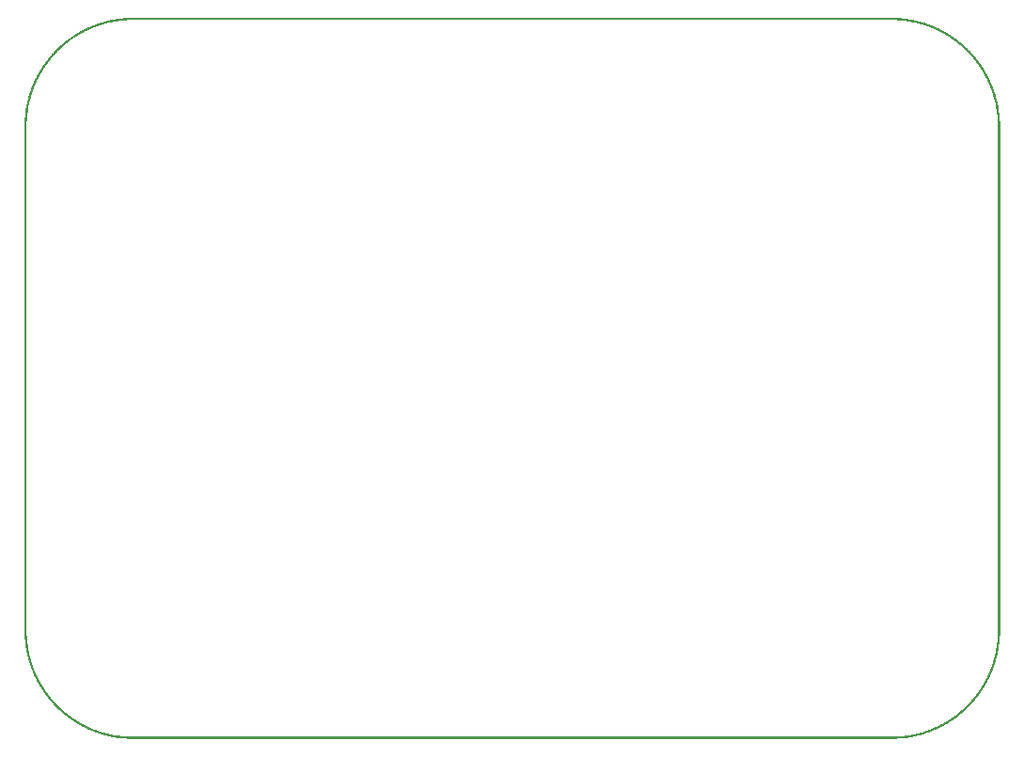
<source format=gbo>
G04 MADE WITH FRITZING*
G04 WWW.FRITZING.ORG*
G04 DOUBLE SIDED*
G04 HOLES PLATED*
G04 CONTOUR ON CENTER OF CONTOUR VECTOR*
%ASAXBY*%
%FSLAX23Y23*%
%MOIN*%
%OFA0B0*%
%SFA1.0B1.0*%
%ADD10R,0.001000X0.001000*%
%LNSILK0*%
G90*
G70*
G54D10*
X365Y2559D02*
X3095Y2559D01*
X351Y2558D02*
X3109Y2558D01*
X341Y2557D02*
X3119Y2557D01*
X333Y2556D02*
X3127Y2556D01*
X326Y2555D02*
X3134Y2555D01*
X320Y2554D02*
X3140Y2554D01*
X315Y2553D02*
X3145Y2553D01*
X309Y2552D02*
X3151Y2552D01*
X305Y2551D02*
X364Y2551D01*
X3096Y2551D02*
X3155Y2551D01*
X300Y2550D02*
X350Y2550D01*
X3110Y2550D02*
X3160Y2550D01*
X296Y2549D02*
X340Y2549D01*
X3120Y2549D02*
X3164Y2549D01*
X292Y2548D02*
X332Y2548D01*
X3128Y2548D02*
X3168Y2548D01*
X288Y2547D02*
X325Y2547D01*
X3135Y2547D02*
X3172Y2547D01*
X284Y2546D02*
X319Y2546D01*
X3141Y2546D02*
X3176Y2546D01*
X280Y2545D02*
X314Y2545D01*
X3146Y2545D02*
X3180Y2545D01*
X277Y2544D02*
X309Y2544D01*
X3151Y2544D02*
X3183Y2544D01*
X274Y2543D02*
X304Y2543D01*
X3156Y2543D02*
X3186Y2543D01*
X270Y2542D02*
X299Y2542D01*
X3161Y2542D02*
X3190Y2542D01*
X267Y2541D02*
X295Y2541D01*
X3165Y2541D02*
X3193Y2541D01*
X265Y2540D02*
X291Y2540D01*
X3169Y2540D02*
X3195Y2540D01*
X262Y2539D02*
X287Y2539D01*
X3173Y2539D02*
X3198Y2539D01*
X259Y2538D02*
X284Y2538D01*
X3176Y2538D02*
X3201Y2538D01*
X256Y2537D02*
X280Y2537D01*
X3180Y2537D02*
X3204Y2537D01*
X253Y2536D02*
X277Y2536D01*
X3183Y2536D02*
X3207Y2536D01*
X250Y2535D02*
X273Y2535D01*
X3187Y2535D02*
X3210Y2535D01*
X248Y2534D02*
X270Y2534D01*
X3190Y2534D02*
X3212Y2534D01*
X245Y2533D02*
X267Y2533D01*
X3193Y2533D02*
X3215Y2533D01*
X243Y2532D02*
X264Y2532D01*
X3196Y2532D02*
X3217Y2532D01*
X240Y2531D02*
X262Y2531D01*
X3198Y2531D02*
X3220Y2531D01*
X238Y2530D02*
X259Y2530D01*
X3201Y2530D02*
X3222Y2530D01*
X235Y2529D02*
X256Y2529D01*
X3204Y2529D02*
X3225Y2529D01*
X233Y2528D02*
X253Y2528D01*
X3207Y2528D02*
X3227Y2528D01*
X231Y2527D02*
X250Y2527D01*
X3210Y2527D02*
X3229Y2527D01*
X229Y2526D02*
X248Y2526D01*
X3212Y2526D02*
X3231Y2526D01*
X226Y2525D02*
X245Y2525D01*
X3215Y2525D02*
X3234Y2525D01*
X224Y2524D02*
X243Y2524D01*
X3217Y2524D02*
X3236Y2524D01*
X222Y2523D02*
X240Y2523D01*
X3220Y2523D02*
X3238Y2523D01*
X220Y2522D02*
X238Y2522D01*
X3222Y2522D02*
X3240Y2522D01*
X218Y2521D02*
X236Y2521D01*
X3224Y2521D02*
X3242Y2521D01*
X216Y2520D02*
X233Y2520D01*
X3227Y2520D02*
X3244Y2520D01*
X214Y2519D02*
X231Y2519D01*
X3229Y2519D02*
X3246Y2519D01*
X212Y2518D02*
X229Y2518D01*
X3231Y2518D02*
X3248Y2518D01*
X210Y2517D02*
X227Y2517D01*
X3233Y2517D02*
X3250Y2517D01*
X208Y2516D02*
X225Y2516D01*
X3235Y2516D02*
X3252Y2516D01*
X206Y2515D02*
X222Y2515D01*
X3238Y2515D02*
X3254Y2515D01*
X204Y2514D02*
X220Y2514D01*
X3240Y2514D02*
X3256Y2514D01*
X202Y2513D02*
X218Y2513D01*
X3242Y2513D02*
X3258Y2513D01*
X200Y2512D02*
X216Y2512D01*
X3244Y2512D02*
X3260Y2512D01*
X199Y2511D02*
X214Y2511D01*
X3246Y2511D02*
X3261Y2511D01*
X197Y2510D02*
X213Y2510D01*
X3247Y2510D02*
X3263Y2510D01*
X195Y2509D02*
X211Y2509D01*
X3249Y2509D02*
X3265Y2509D01*
X194Y2508D02*
X209Y2508D01*
X3251Y2508D02*
X3266Y2508D01*
X192Y2507D02*
X207Y2507D01*
X3253Y2507D02*
X3268Y2507D01*
X190Y2506D02*
X205Y2506D01*
X3255Y2506D02*
X3270Y2506D01*
X188Y2505D02*
X203Y2505D01*
X3257Y2505D02*
X3272Y2505D01*
X187Y2504D02*
X201Y2504D01*
X3259Y2504D02*
X3273Y2504D01*
X185Y2503D02*
X200Y2503D01*
X3260Y2503D02*
X3275Y2503D01*
X183Y2502D02*
X198Y2502D01*
X3262Y2502D02*
X3277Y2502D01*
X182Y2501D02*
X196Y2501D01*
X3264Y2501D02*
X3278Y2501D01*
X180Y2500D02*
X194Y2500D01*
X3266Y2500D02*
X3280Y2500D01*
X179Y2499D02*
X193Y2499D01*
X3267Y2499D02*
X3281Y2499D01*
X177Y2498D02*
X191Y2498D01*
X3269Y2498D02*
X3283Y2498D01*
X176Y2497D02*
X189Y2497D01*
X3271Y2497D02*
X3284Y2497D01*
X174Y2496D02*
X188Y2496D01*
X3272Y2496D02*
X3286Y2496D01*
X173Y2495D02*
X186Y2495D01*
X3274Y2495D02*
X3287Y2495D01*
X171Y2494D02*
X185Y2494D01*
X3275Y2494D02*
X3289Y2494D01*
X170Y2493D02*
X183Y2493D01*
X3277Y2493D02*
X3290Y2493D01*
X168Y2492D02*
X182Y2492D01*
X3278Y2492D02*
X3292Y2492D01*
X167Y2491D02*
X180Y2491D01*
X3280Y2491D02*
X3293Y2491D01*
X165Y2490D02*
X178Y2490D01*
X3282Y2490D02*
X3295Y2490D01*
X164Y2489D02*
X177Y2489D01*
X3283Y2489D02*
X3296Y2489D01*
X163Y2488D02*
X175Y2488D01*
X3285Y2488D02*
X3297Y2488D01*
X161Y2487D02*
X174Y2487D01*
X3286Y2487D02*
X3299Y2487D01*
X160Y2486D02*
X172Y2486D01*
X3288Y2486D02*
X3300Y2486D01*
X158Y2485D02*
X171Y2485D01*
X3289Y2485D02*
X3302Y2485D01*
X157Y2484D02*
X170Y2484D01*
X3290Y2484D02*
X3303Y2484D01*
X156Y2483D02*
X168Y2483D01*
X3292Y2483D02*
X3304Y2483D01*
X154Y2482D02*
X167Y2482D01*
X3293Y2482D02*
X3306Y2482D01*
X153Y2481D02*
X165Y2481D01*
X3295Y2481D02*
X3307Y2481D01*
X152Y2480D02*
X164Y2480D01*
X3296Y2480D02*
X3308Y2480D01*
X150Y2479D02*
X163Y2479D01*
X3297Y2479D02*
X3310Y2479D01*
X149Y2478D02*
X161Y2478D01*
X3299Y2478D02*
X3311Y2478D01*
X148Y2477D02*
X160Y2477D01*
X3300Y2477D02*
X3312Y2477D01*
X147Y2476D02*
X158Y2476D01*
X3302Y2476D02*
X3313Y2476D01*
X145Y2475D02*
X157Y2475D01*
X3303Y2475D02*
X3315Y2475D01*
X144Y2474D02*
X156Y2474D01*
X3304Y2474D02*
X3316Y2474D01*
X143Y2473D02*
X155Y2473D01*
X3305Y2473D02*
X3317Y2473D01*
X142Y2472D02*
X153Y2472D01*
X3307Y2472D02*
X3318Y2472D01*
X140Y2471D02*
X152Y2471D01*
X3308Y2471D02*
X3320Y2471D01*
X139Y2470D02*
X151Y2470D01*
X3309Y2470D02*
X3321Y2470D01*
X138Y2469D02*
X150Y2469D01*
X3310Y2469D02*
X3322Y2469D01*
X137Y2468D02*
X148Y2468D01*
X3312Y2468D02*
X3323Y2468D01*
X136Y2467D02*
X147Y2467D01*
X3313Y2467D02*
X3324Y2467D01*
X135Y2466D02*
X146Y2466D01*
X3314Y2466D02*
X3325Y2466D01*
X133Y2465D02*
X145Y2465D01*
X3315Y2465D02*
X3326Y2465D01*
X132Y2464D02*
X143Y2464D01*
X3317Y2464D02*
X3328Y2464D01*
X131Y2463D02*
X142Y2463D01*
X3318Y2463D02*
X3329Y2463D01*
X130Y2462D02*
X141Y2462D01*
X3319Y2462D02*
X3330Y2462D01*
X129Y2461D02*
X140Y2461D01*
X3320Y2461D02*
X3331Y2461D01*
X128Y2460D02*
X139Y2460D01*
X3321Y2460D02*
X3332Y2460D01*
X127Y2459D02*
X138Y2459D01*
X3322Y2459D02*
X3333Y2459D01*
X126Y2458D02*
X137Y2458D01*
X3323Y2458D02*
X3334Y2458D01*
X125Y2457D02*
X135Y2457D01*
X3325Y2457D02*
X3335Y2457D01*
X123Y2456D02*
X134Y2456D01*
X3326Y2456D02*
X3336Y2456D01*
X122Y2455D02*
X133Y2455D01*
X3327Y2455D02*
X3338Y2455D01*
X121Y2454D02*
X132Y2454D01*
X3328Y2454D02*
X3339Y2454D01*
X120Y2453D02*
X131Y2453D01*
X3329Y2453D02*
X3340Y2453D01*
X119Y2452D02*
X130Y2452D01*
X3330Y2452D02*
X3341Y2452D01*
X118Y2451D02*
X129Y2451D01*
X3331Y2451D02*
X3342Y2451D01*
X117Y2450D02*
X128Y2450D01*
X3332Y2450D02*
X3343Y2450D01*
X116Y2449D02*
X127Y2449D01*
X3333Y2449D02*
X3344Y2449D01*
X115Y2448D02*
X126Y2448D01*
X3334Y2448D02*
X3345Y2448D01*
X114Y2447D02*
X125Y2447D01*
X3335Y2447D02*
X3346Y2447D01*
X113Y2446D02*
X124Y2446D01*
X3336Y2446D02*
X3347Y2446D01*
X112Y2445D02*
X123Y2445D01*
X3337Y2445D02*
X3348Y2445D01*
X111Y2444D02*
X122Y2444D01*
X3338Y2444D02*
X3349Y2444D01*
X110Y2443D02*
X121Y2443D01*
X3339Y2443D02*
X3350Y2443D01*
X109Y2442D02*
X119Y2442D01*
X3341Y2442D02*
X3351Y2442D01*
X108Y2441D02*
X118Y2441D01*
X3342Y2441D02*
X3352Y2441D01*
X107Y2440D02*
X117Y2440D01*
X3343Y2440D02*
X3353Y2440D01*
X106Y2439D02*
X117Y2439D01*
X3343Y2439D02*
X3354Y2439D01*
X106Y2438D02*
X116Y2438D01*
X3344Y2438D02*
X3354Y2438D01*
X105Y2437D02*
X115Y2437D01*
X3345Y2437D02*
X3355Y2437D01*
X104Y2436D02*
X114Y2436D01*
X3346Y2436D02*
X3356Y2436D01*
X103Y2435D02*
X113Y2435D01*
X3347Y2435D02*
X3357Y2435D01*
X102Y2434D02*
X112Y2434D01*
X3348Y2434D02*
X3358Y2434D01*
X101Y2433D02*
X111Y2433D01*
X3349Y2433D02*
X3359Y2433D01*
X100Y2432D02*
X110Y2432D01*
X3350Y2432D02*
X3360Y2432D01*
X99Y2431D02*
X109Y2431D01*
X3351Y2431D02*
X3361Y2431D01*
X98Y2430D02*
X108Y2430D01*
X3352Y2430D02*
X3362Y2430D01*
X97Y2429D02*
X107Y2429D01*
X3353Y2429D02*
X3363Y2429D01*
X97Y2428D02*
X106Y2428D01*
X3354Y2428D02*
X3363Y2428D01*
X96Y2427D02*
X105Y2427D01*
X3355Y2427D02*
X3364Y2427D01*
X95Y2426D02*
X104Y2426D01*
X3356Y2426D02*
X3365Y2426D01*
X94Y2425D02*
X103Y2425D01*
X3357Y2425D02*
X3366Y2425D01*
X93Y2424D02*
X103Y2424D01*
X3357Y2424D02*
X3367Y2424D01*
X92Y2423D02*
X102Y2423D01*
X3358Y2423D02*
X3368Y2423D01*
X91Y2422D02*
X101Y2422D01*
X3359Y2422D02*
X3369Y2422D01*
X91Y2421D02*
X100Y2421D01*
X3360Y2421D02*
X3369Y2421D01*
X90Y2420D02*
X99Y2420D01*
X3361Y2420D02*
X3370Y2420D01*
X89Y2419D02*
X98Y2419D01*
X3362Y2419D02*
X3371Y2419D01*
X88Y2418D02*
X97Y2418D01*
X3363Y2418D02*
X3372Y2418D01*
X87Y2417D02*
X97Y2417D01*
X3363Y2417D02*
X3373Y2417D01*
X86Y2416D02*
X96Y2416D01*
X3364Y2416D02*
X3374Y2416D01*
X86Y2415D02*
X95Y2415D01*
X3365Y2415D02*
X3374Y2415D01*
X85Y2414D02*
X94Y2414D01*
X3366Y2414D02*
X3375Y2414D01*
X84Y2413D02*
X93Y2413D01*
X3367Y2413D02*
X3376Y2413D01*
X83Y2412D02*
X92Y2412D01*
X3368Y2412D02*
X3377Y2412D01*
X83Y2411D02*
X92Y2411D01*
X3368Y2411D02*
X3377Y2411D01*
X82Y2410D02*
X91Y2410D01*
X3369Y2410D02*
X3378Y2410D01*
X81Y2409D02*
X90Y2409D01*
X3370Y2409D02*
X3379Y2409D01*
X80Y2408D02*
X89Y2408D01*
X3371Y2408D02*
X3380Y2408D01*
X79Y2407D02*
X89Y2407D01*
X3371Y2407D02*
X3381Y2407D01*
X79Y2406D02*
X88Y2406D01*
X3372Y2406D02*
X3381Y2406D01*
X78Y2405D02*
X87Y2405D01*
X3373Y2405D02*
X3382Y2405D01*
X77Y2404D02*
X86Y2404D01*
X3374Y2404D02*
X3383Y2404D01*
X76Y2403D02*
X85Y2403D01*
X3375Y2403D02*
X3384Y2403D01*
X76Y2402D02*
X85Y2402D01*
X3375Y2402D02*
X3384Y2402D01*
X75Y2401D02*
X84Y2401D01*
X3376Y2401D02*
X3385Y2401D01*
X74Y2400D02*
X83Y2400D01*
X3377Y2400D02*
X3386Y2400D01*
X74Y2399D02*
X82Y2399D01*
X3378Y2399D02*
X3386Y2399D01*
X73Y2398D02*
X82Y2398D01*
X3378Y2398D02*
X3387Y2398D01*
X72Y2397D02*
X81Y2397D01*
X3379Y2397D02*
X3388Y2397D01*
X71Y2396D02*
X80Y2396D01*
X3380Y2396D02*
X3389Y2396D01*
X71Y2395D02*
X79Y2395D01*
X3381Y2395D02*
X3389Y2395D01*
X70Y2394D02*
X79Y2394D01*
X3381Y2394D02*
X3390Y2394D01*
X69Y2393D02*
X78Y2393D01*
X3382Y2393D02*
X3391Y2393D01*
X69Y2392D02*
X77Y2392D01*
X3383Y2392D02*
X3391Y2392D01*
X68Y2391D02*
X77Y2391D01*
X3383Y2391D02*
X3392Y2391D01*
X67Y2390D02*
X76Y2390D01*
X3384Y2390D02*
X3393Y2390D01*
X67Y2389D02*
X75Y2389D01*
X3385Y2389D02*
X3393Y2389D01*
X66Y2388D02*
X75Y2388D01*
X3385Y2388D02*
X3394Y2388D01*
X65Y2387D02*
X74Y2387D01*
X3386Y2387D02*
X3395Y2387D01*
X65Y2386D02*
X73Y2386D01*
X3387Y2386D02*
X3395Y2386D01*
X64Y2385D02*
X72Y2385D01*
X3388Y2385D02*
X3396Y2385D01*
X63Y2384D02*
X72Y2384D01*
X3388Y2384D02*
X3397Y2384D01*
X63Y2383D02*
X71Y2383D01*
X3389Y2383D02*
X3397Y2383D01*
X62Y2382D02*
X70Y2382D01*
X3390Y2382D02*
X3398Y2382D01*
X61Y2381D02*
X70Y2381D01*
X3390Y2381D02*
X3399Y2381D01*
X61Y2380D02*
X69Y2380D01*
X3391Y2380D02*
X3399Y2380D01*
X60Y2379D02*
X69Y2379D01*
X3391Y2379D02*
X3400Y2379D01*
X60Y2378D02*
X68Y2378D01*
X3392Y2378D02*
X3400Y2378D01*
X59Y2377D02*
X67Y2377D01*
X3393Y2377D02*
X3401Y2377D01*
X58Y2376D02*
X67Y2376D01*
X3393Y2376D02*
X3402Y2376D01*
X58Y2375D02*
X66Y2375D01*
X3394Y2375D02*
X3402Y2375D01*
X57Y2374D02*
X65Y2374D01*
X3395Y2374D02*
X3403Y2374D01*
X56Y2373D02*
X65Y2373D01*
X3395Y2373D02*
X3404Y2373D01*
X56Y2372D02*
X64Y2372D01*
X3396Y2372D02*
X3404Y2372D01*
X55Y2371D02*
X63Y2371D01*
X3397Y2371D02*
X3405Y2371D01*
X55Y2370D02*
X63Y2370D01*
X3397Y2370D02*
X3405Y2370D01*
X54Y2369D02*
X62Y2369D01*
X3398Y2369D02*
X3406Y2369D01*
X54Y2368D02*
X62Y2368D01*
X3398Y2368D02*
X3406Y2368D01*
X53Y2367D02*
X61Y2367D01*
X3399Y2367D02*
X3407Y2367D01*
X52Y2366D02*
X60Y2366D01*
X3400Y2366D02*
X3408Y2366D01*
X52Y2365D02*
X60Y2365D01*
X3400Y2365D02*
X3408Y2365D01*
X51Y2364D02*
X59Y2364D01*
X3401Y2364D02*
X3409Y2364D01*
X51Y2363D02*
X59Y2363D01*
X3401Y2363D02*
X3409Y2363D01*
X50Y2362D02*
X58Y2362D01*
X3402Y2362D02*
X3410Y2362D01*
X50Y2361D02*
X58Y2361D01*
X3402Y2361D02*
X3410Y2361D01*
X49Y2360D02*
X57Y2360D01*
X3403Y2360D02*
X3411Y2360D01*
X48Y2359D02*
X56Y2359D01*
X3404Y2359D02*
X3412Y2359D01*
X48Y2358D02*
X56Y2358D01*
X3404Y2358D02*
X3412Y2358D01*
X47Y2357D02*
X55Y2357D01*
X3405Y2357D02*
X3413Y2357D01*
X47Y2356D02*
X55Y2356D01*
X3405Y2356D02*
X3413Y2356D01*
X46Y2355D02*
X54Y2355D01*
X3406Y2355D02*
X3414Y2355D01*
X46Y2354D02*
X54Y2354D01*
X3406Y2354D02*
X3414Y2354D01*
X45Y2353D02*
X53Y2353D01*
X3407Y2353D02*
X3415Y2353D01*
X45Y2352D02*
X53Y2352D01*
X3407Y2352D02*
X3415Y2352D01*
X44Y2351D02*
X52Y2351D01*
X3408Y2351D02*
X3416Y2351D01*
X44Y2350D02*
X52Y2350D01*
X3408Y2350D02*
X3416Y2350D01*
X43Y2349D02*
X51Y2349D01*
X3409Y2349D02*
X3417Y2349D01*
X43Y2348D02*
X51Y2348D01*
X3409Y2348D02*
X3417Y2348D01*
X42Y2347D02*
X50Y2347D01*
X3410Y2347D02*
X3418Y2347D01*
X42Y2346D02*
X50Y2346D01*
X3410Y2346D02*
X3418Y2346D01*
X41Y2345D02*
X49Y2345D01*
X3411Y2345D02*
X3419Y2345D01*
X41Y2344D02*
X49Y2344D01*
X3411Y2344D02*
X3419Y2344D01*
X40Y2343D02*
X48Y2343D01*
X3412Y2343D02*
X3420Y2343D01*
X40Y2342D02*
X47Y2342D01*
X3413Y2342D02*
X3420Y2342D01*
X39Y2341D02*
X47Y2341D01*
X3413Y2341D02*
X3421Y2341D01*
X39Y2340D02*
X46Y2340D01*
X3414Y2340D02*
X3421Y2340D01*
X38Y2339D02*
X46Y2339D01*
X3414Y2339D02*
X3422Y2339D01*
X38Y2338D02*
X45Y2338D01*
X3415Y2338D02*
X3422Y2338D01*
X37Y2337D02*
X45Y2337D01*
X3415Y2337D02*
X3423Y2337D01*
X37Y2336D02*
X44Y2336D01*
X3415Y2336D02*
X3423Y2336D01*
X36Y2335D02*
X44Y2335D01*
X3416Y2335D02*
X3424Y2335D01*
X36Y2334D02*
X44Y2334D01*
X3416Y2334D02*
X3424Y2334D01*
X36Y2333D02*
X43Y2333D01*
X3417Y2333D02*
X3424Y2333D01*
X35Y2332D02*
X43Y2332D01*
X3417Y2332D02*
X3425Y2332D01*
X35Y2331D02*
X42Y2331D01*
X3418Y2331D02*
X3425Y2331D01*
X34Y2330D02*
X42Y2330D01*
X3418Y2330D02*
X3426Y2330D01*
X34Y2329D02*
X41Y2329D01*
X3419Y2329D02*
X3426Y2329D01*
X33Y2328D02*
X41Y2328D01*
X3419Y2328D02*
X3427Y2328D01*
X33Y2327D02*
X40Y2327D01*
X3420Y2327D02*
X3427Y2327D01*
X32Y2326D02*
X40Y2326D01*
X3420Y2326D02*
X3428Y2326D01*
X32Y2325D02*
X40Y2325D01*
X3420Y2325D02*
X3428Y2325D01*
X32Y2324D02*
X39Y2324D01*
X3421Y2324D02*
X3428Y2324D01*
X31Y2323D02*
X39Y2323D01*
X3421Y2323D02*
X3429Y2323D01*
X31Y2322D02*
X38Y2322D01*
X3422Y2322D02*
X3429Y2322D01*
X30Y2321D02*
X38Y2321D01*
X3422Y2321D02*
X3430Y2321D01*
X30Y2320D02*
X37Y2320D01*
X3423Y2320D02*
X3430Y2320D01*
X30Y2319D02*
X37Y2319D01*
X3423Y2319D02*
X3430Y2319D01*
X29Y2318D02*
X37Y2318D01*
X3423Y2318D02*
X3431Y2318D01*
X29Y2317D02*
X36Y2317D01*
X3424Y2317D02*
X3431Y2317D01*
X28Y2316D02*
X36Y2316D01*
X3424Y2316D02*
X3432Y2316D01*
X28Y2315D02*
X35Y2315D01*
X3425Y2315D02*
X3432Y2315D01*
X28Y2314D02*
X35Y2314D01*
X3425Y2314D02*
X3432Y2314D01*
X27Y2313D02*
X35Y2313D01*
X3425Y2313D02*
X3433Y2313D01*
X27Y2312D02*
X34Y2312D01*
X3426Y2312D02*
X3433Y2312D01*
X26Y2311D02*
X34Y2311D01*
X3426Y2311D02*
X3434Y2311D01*
X26Y2310D02*
X33Y2310D01*
X3427Y2310D02*
X3434Y2310D01*
X26Y2309D02*
X33Y2309D01*
X3427Y2309D02*
X3434Y2309D01*
X25Y2308D02*
X33Y2308D01*
X3427Y2308D02*
X3435Y2308D01*
X25Y2307D02*
X32Y2307D01*
X3428Y2307D02*
X3435Y2307D01*
X24Y2306D02*
X32Y2306D01*
X3428Y2306D02*
X3436Y2306D01*
X24Y2305D02*
X31Y2305D01*
X3429Y2305D02*
X3436Y2305D01*
X24Y2304D02*
X31Y2304D01*
X3429Y2304D02*
X3436Y2304D01*
X23Y2303D02*
X31Y2303D01*
X3429Y2303D02*
X3437Y2303D01*
X23Y2302D02*
X30Y2302D01*
X3430Y2302D02*
X3437Y2302D01*
X23Y2301D02*
X30Y2301D01*
X3430Y2301D02*
X3437Y2301D01*
X22Y2300D02*
X30Y2300D01*
X3430Y2300D02*
X3438Y2300D01*
X22Y2299D02*
X29Y2299D01*
X3431Y2299D02*
X3438Y2299D01*
X22Y2298D02*
X29Y2298D01*
X3431Y2298D02*
X3438Y2298D01*
X21Y2297D02*
X29Y2297D01*
X3431Y2297D02*
X3439Y2297D01*
X21Y2296D02*
X28Y2296D01*
X3432Y2296D02*
X3439Y2296D01*
X21Y2295D02*
X28Y2295D01*
X3432Y2295D02*
X3439Y2295D01*
X20Y2294D02*
X28Y2294D01*
X3432Y2294D02*
X3440Y2294D01*
X20Y2293D02*
X27Y2293D01*
X3433Y2293D02*
X3440Y2293D01*
X20Y2292D02*
X27Y2292D01*
X3433Y2292D02*
X3440Y2292D01*
X19Y2291D02*
X27Y2291D01*
X3433Y2291D02*
X3441Y2291D01*
X19Y2290D02*
X26Y2290D01*
X3434Y2290D02*
X3441Y2290D01*
X19Y2289D02*
X26Y2289D01*
X3434Y2289D02*
X3441Y2289D01*
X18Y2288D02*
X26Y2288D01*
X3434Y2288D02*
X3442Y2288D01*
X18Y2287D02*
X25Y2287D01*
X3435Y2287D02*
X3442Y2287D01*
X18Y2286D02*
X25Y2286D01*
X3435Y2286D02*
X3442Y2286D01*
X17Y2285D02*
X25Y2285D01*
X3435Y2285D02*
X3443Y2285D01*
X17Y2284D02*
X24Y2284D01*
X3436Y2284D02*
X3443Y2284D01*
X17Y2283D02*
X24Y2283D01*
X3436Y2283D02*
X3443Y2283D01*
X17Y2282D02*
X24Y2282D01*
X3436Y2282D02*
X3443Y2282D01*
X16Y2281D02*
X24Y2281D01*
X3436Y2281D02*
X3444Y2281D01*
X16Y2280D02*
X23Y2280D01*
X3437Y2280D02*
X3444Y2280D01*
X16Y2279D02*
X23Y2279D01*
X3437Y2279D02*
X3444Y2279D01*
X15Y2278D02*
X23Y2278D01*
X3437Y2278D02*
X3445Y2278D01*
X15Y2277D02*
X22Y2277D01*
X3438Y2277D02*
X3445Y2277D01*
X15Y2276D02*
X22Y2276D01*
X3438Y2276D02*
X3445Y2276D01*
X15Y2275D02*
X22Y2275D01*
X3438Y2275D02*
X3445Y2275D01*
X14Y2274D02*
X22Y2274D01*
X3438Y2274D02*
X3446Y2274D01*
X14Y2273D02*
X21Y2273D01*
X3439Y2273D02*
X3446Y2273D01*
X14Y2272D02*
X21Y2272D01*
X3439Y2272D02*
X3446Y2272D01*
X14Y2271D02*
X21Y2271D01*
X3439Y2271D02*
X3446Y2271D01*
X13Y2270D02*
X20Y2270D01*
X3440Y2270D02*
X3447Y2270D01*
X13Y2269D02*
X20Y2269D01*
X3440Y2269D02*
X3447Y2269D01*
X13Y2268D02*
X20Y2268D01*
X3440Y2268D02*
X3447Y2268D01*
X13Y2267D02*
X20Y2267D01*
X3440Y2267D02*
X3447Y2267D01*
X12Y2266D02*
X19Y2266D01*
X3441Y2266D02*
X3448Y2266D01*
X12Y2265D02*
X19Y2265D01*
X3441Y2265D02*
X3448Y2265D01*
X12Y2264D02*
X19Y2264D01*
X3441Y2264D02*
X3448Y2264D01*
X12Y2263D02*
X19Y2263D01*
X3441Y2263D02*
X3448Y2263D01*
X11Y2262D02*
X18Y2262D01*
X3442Y2262D02*
X3449Y2262D01*
X11Y2261D02*
X18Y2261D01*
X3442Y2261D02*
X3449Y2261D01*
X11Y2260D02*
X18Y2260D01*
X3442Y2260D02*
X3449Y2260D01*
X11Y2259D02*
X18Y2259D01*
X3442Y2259D02*
X3449Y2259D01*
X10Y2258D02*
X17Y2258D01*
X3443Y2258D02*
X3450Y2258D01*
X10Y2257D02*
X17Y2257D01*
X3443Y2257D02*
X3450Y2257D01*
X10Y2256D02*
X17Y2256D01*
X3443Y2256D02*
X3450Y2256D01*
X10Y2255D02*
X17Y2255D01*
X3443Y2255D02*
X3450Y2255D01*
X10Y2254D02*
X17Y2254D01*
X3443Y2254D02*
X3450Y2254D01*
X9Y2253D02*
X16Y2253D01*
X3444Y2253D02*
X3451Y2253D01*
X9Y2252D02*
X16Y2252D01*
X3444Y2252D02*
X3451Y2252D01*
X9Y2251D02*
X16Y2251D01*
X3444Y2251D02*
X3451Y2251D01*
X9Y2250D02*
X16Y2250D01*
X3444Y2250D02*
X3451Y2250D01*
X8Y2249D02*
X16Y2249D01*
X3444Y2249D02*
X3451Y2249D01*
X8Y2248D02*
X15Y2248D01*
X3445Y2248D02*
X3452Y2248D01*
X8Y2247D02*
X15Y2247D01*
X3445Y2247D02*
X3452Y2247D01*
X8Y2246D02*
X15Y2246D01*
X3445Y2246D02*
X3452Y2246D01*
X8Y2245D02*
X15Y2245D01*
X3445Y2245D02*
X3452Y2245D01*
X8Y2244D02*
X15Y2244D01*
X3445Y2244D02*
X3452Y2244D01*
X7Y2243D02*
X14Y2243D01*
X3446Y2243D02*
X3453Y2243D01*
X7Y2242D02*
X14Y2242D01*
X3446Y2242D02*
X3453Y2242D01*
X7Y2241D02*
X14Y2241D01*
X3446Y2241D02*
X3453Y2241D01*
X7Y2240D02*
X14Y2240D01*
X3446Y2240D02*
X3453Y2240D01*
X7Y2239D02*
X14Y2239D01*
X3446Y2239D02*
X3453Y2239D01*
X6Y2238D02*
X14Y2238D01*
X3446Y2238D02*
X3454Y2238D01*
X6Y2237D02*
X13Y2237D01*
X3447Y2237D02*
X3454Y2237D01*
X6Y2236D02*
X13Y2236D01*
X3447Y2236D02*
X3454Y2236D01*
X6Y2235D02*
X13Y2235D01*
X3447Y2235D02*
X3454Y2235D01*
X6Y2234D02*
X13Y2234D01*
X3447Y2234D02*
X3454Y2234D01*
X6Y2233D02*
X13Y2233D01*
X3447Y2233D02*
X3454Y2233D01*
X5Y2232D02*
X13Y2232D01*
X3447Y2232D02*
X3455Y2232D01*
X5Y2231D02*
X12Y2231D01*
X3448Y2231D02*
X3455Y2231D01*
X5Y2230D02*
X12Y2230D01*
X3448Y2230D02*
X3455Y2230D01*
X5Y2229D02*
X12Y2229D01*
X3448Y2229D02*
X3455Y2229D01*
X5Y2228D02*
X12Y2228D01*
X3448Y2228D02*
X3455Y2228D01*
X5Y2227D02*
X12Y2227D01*
X3448Y2227D02*
X3455Y2227D01*
X5Y2226D02*
X12Y2226D01*
X3448Y2226D02*
X3455Y2226D01*
X5Y2225D02*
X12Y2225D01*
X3448Y2225D02*
X3455Y2225D01*
X4Y2224D02*
X11Y2224D01*
X3449Y2224D02*
X3456Y2224D01*
X4Y2223D02*
X11Y2223D01*
X3449Y2223D02*
X3456Y2223D01*
X4Y2222D02*
X11Y2222D01*
X3449Y2222D02*
X3456Y2222D01*
X4Y2221D02*
X11Y2221D01*
X3449Y2221D02*
X3456Y2221D01*
X4Y2220D02*
X11Y2220D01*
X3449Y2220D02*
X3456Y2220D01*
X4Y2219D02*
X11Y2219D01*
X3449Y2219D02*
X3456Y2219D01*
X4Y2218D02*
X11Y2218D01*
X3449Y2218D02*
X3456Y2218D01*
X4Y2217D02*
X11Y2217D01*
X3449Y2217D02*
X3456Y2217D01*
X3Y2216D02*
X10Y2216D01*
X3450Y2216D02*
X3457Y2216D01*
X3Y2215D02*
X10Y2215D01*
X3450Y2215D02*
X3457Y2215D01*
X3Y2214D02*
X10Y2214D01*
X3450Y2214D02*
X3457Y2214D01*
X3Y2213D02*
X10Y2213D01*
X3450Y2213D02*
X3457Y2213D01*
X3Y2212D02*
X10Y2212D01*
X3450Y2212D02*
X3457Y2212D01*
X3Y2211D02*
X10Y2211D01*
X3450Y2211D02*
X3457Y2211D01*
X3Y2210D02*
X10Y2210D01*
X3450Y2210D02*
X3457Y2210D01*
X3Y2209D02*
X10Y2209D01*
X3450Y2209D02*
X3457Y2209D01*
X3Y2208D02*
X10Y2208D01*
X3450Y2208D02*
X3457Y2208D01*
X3Y2207D02*
X10Y2207D01*
X3450Y2207D02*
X3457Y2207D01*
X2Y2206D02*
X9Y2206D01*
X3451Y2206D02*
X3458Y2206D01*
X2Y2205D02*
X9Y2205D01*
X3451Y2205D02*
X3458Y2205D01*
X2Y2204D02*
X9Y2204D01*
X3451Y2204D02*
X3458Y2204D01*
X2Y2203D02*
X9Y2203D01*
X3451Y2203D02*
X3458Y2203D01*
X2Y2202D02*
X9Y2202D01*
X3451Y2202D02*
X3458Y2202D01*
X2Y2201D02*
X9Y2201D01*
X3451Y2201D02*
X3458Y2201D01*
X2Y2200D02*
X9Y2200D01*
X3451Y2200D02*
X3458Y2200D01*
X2Y2199D02*
X9Y2199D01*
X3451Y2199D02*
X3458Y2199D01*
X2Y2198D02*
X9Y2198D01*
X3451Y2198D02*
X3458Y2198D01*
X2Y2197D02*
X9Y2197D01*
X3451Y2197D02*
X3458Y2197D01*
X2Y2196D02*
X9Y2196D01*
X3451Y2196D02*
X3458Y2196D01*
X2Y2195D02*
X9Y2195D01*
X3451Y2195D02*
X3458Y2195D01*
X2Y2194D02*
X9Y2194D01*
X3451Y2194D02*
X3458Y2194D01*
X2Y2193D02*
X9Y2193D01*
X3451Y2193D02*
X3458Y2193D01*
X1Y2192D02*
X8Y2192D01*
X3452Y2192D02*
X3459Y2192D01*
X1Y2191D02*
X8Y2191D01*
X3452Y2191D02*
X3459Y2191D01*
X1Y2190D02*
X8Y2190D01*
X3452Y2190D02*
X3459Y2190D01*
X1Y2189D02*
X8Y2189D01*
X3452Y2189D02*
X3459Y2189D01*
X1Y2188D02*
X8Y2188D01*
X3452Y2188D02*
X3459Y2188D01*
X1Y2187D02*
X8Y2187D01*
X3452Y2187D02*
X3459Y2187D01*
X1Y2186D02*
X8Y2186D01*
X3452Y2186D02*
X3459Y2186D01*
X1Y2185D02*
X8Y2185D01*
X3452Y2185D02*
X3459Y2185D01*
X1Y2184D02*
X8Y2184D01*
X3452Y2184D02*
X3459Y2184D01*
X1Y2183D02*
X8Y2183D01*
X3452Y2183D02*
X3459Y2183D01*
X1Y2182D02*
X8Y2182D01*
X3452Y2182D02*
X3459Y2182D01*
X1Y2181D02*
X8Y2181D01*
X3452Y2181D02*
X3459Y2181D01*
X1Y2180D02*
X8Y2180D01*
X3452Y2180D02*
X3459Y2180D01*
X1Y2179D02*
X8Y2179D01*
X3452Y2179D02*
X3459Y2179D01*
X1Y2178D02*
X8Y2178D01*
X3452Y2178D02*
X3459Y2178D01*
X1Y2177D02*
X8Y2177D01*
X3452Y2177D02*
X3459Y2177D01*
X1Y2176D02*
X8Y2176D01*
X3452Y2176D02*
X3459Y2176D01*
X1Y2175D02*
X8Y2175D01*
X3452Y2175D02*
X3459Y2175D01*
X1Y2174D02*
X8Y2174D01*
X3452Y2174D02*
X3459Y2174D01*
X1Y2173D02*
X8Y2173D01*
X3452Y2173D02*
X3459Y2173D01*
X1Y2172D02*
X8Y2172D01*
X3452Y2172D02*
X3459Y2172D01*
X1Y2171D02*
X8Y2171D01*
X3452Y2171D02*
X3459Y2171D01*
X1Y2170D02*
X8Y2170D01*
X3452Y2170D02*
X3459Y2170D01*
X1Y2169D02*
X8Y2169D01*
X3452Y2169D02*
X3459Y2169D01*
X1Y2168D02*
X8Y2168D01*
X3452Y2168D02*
X3459Y2168D01*
X1Y2167D02*
X8Y2167D01*
X3452Y2167D02*
X3459Y2167D01*
X1Y2166D02*
X8Y2166D01*
X3452Y2166D02*
X3459Y2166D01*
X1Y2165D02*
X8Y2165D01*
X3452Y2165D02*
X3459Y2165D01*
X1Y2164D02*
X8Y2164D01*
X3452Y2164D02*
X3459Y2164D01*
X1Y2163D02*
X8Y2163D01*
X3452Y2163D02*
X3459Y2163D01*
X1Y2162D02*
X8Y2162D01*
X3452Y2162D02*
X3459Y2162D01*
X1Y2161D02*
X8Y2161D01*
X3452Y2161D02*
X3459Y2161D01*
X1Y2160D02*
X8Y2160D01*
X3452Y2160D02*
X3459Y2160D01*
X1Y2159D02*
X8Y2159D01*
X3452Y2159D02*
X3459Y2159D01*
X1Y2158D02*
X8Y2158D01*
X3452Y2158D02*
X3459Y2158D01*
X1Y2157D02*
X8Y2157D01*
X3452Y2157D02*
X3459Y2157D01*
X1Y2156D02*
X8Y2156D01*
X3452Y2156D02*
X3459Y2156D01*
X1Y2155D02*
X8Y2155D01*
X3452Y2155D02*
X3459Y2155D01*
X1Y2154D02*
X8Y2154D01*
X3452Y2154D02*
X3459Y2154D01*
X1Y2153D02*
X8Y2153D01*
X3452Y2153D02*
X3459Y2153D01*
X1Y2152D02*
X8Y2152D01*
X3452Y2152D02*
X3459Y2152D01*
X1Y2151D02*
X8Y2151D01*
X3452Y2151D02*
X3459Y2151D01*
X1Y2150D02*
X8Y2150D01*
X3452Y2150D02*
X3459Y2150D01*
X1Y2149D02*
X8Y2149D01*
X3452Y2149D02*
X3459Y2149D01*
X1Y2148D02*
X8Y2148D01*
X3452Y2148D02*
X3459Y2148D01*
X1Y2147D02*
X8Y2147D01*
X3452Y2147D02*
X3459Y2147D01*
X1Y2146D02*
X8Y2146D01*
X3452Y2146D02*
X3459Y2146D01*
X1Y2145D02*
X8Y2145D01*
X3452Y2145D02*
X3459Y2145D01*
X1Y2144D02*
X8Y2144D01*
X3452Y2144D02*
X3459Y2144D01*
X1Y2143D02*
X8Y2143D01*
X3452Y2143D02*
X3459Y2143D01*
X1Y2142D02*
X8Y2142D01*
X3452Y2142D02*
X3459Y2142D01*
X1Y2141D02*
X8Y2141D01*
X3452Y2141D02*
X3459Y2141D01*
X1Y2140D02*
X8Y2140D01*
X3452Y2140D02*
X3459Y2140D01*
X1Y2139D02*
X8Y2139D01*
X3452Y2139D02*
X3459Y2139D01*
X1Y2138D02*
X8Y2138D01*
X3452Y2138D02*
X3459Y2138D01*
X1Y2137D02*
X8Y2137D01*
X3452Y2137D02*
X3459Y2137D01*
X1Y2136D02*
X8Y2136D01*
X3452Y2136D02*
X3459Y2136D01*
X1Y2135D02*
X8Y2135D01*
X3452Y2135D02*
X3459Y2135D01*
X1Y2134D02*
X8Y2134D01*
X3452Y2134D02*
X3459Y2134D01*
X1Y2133D02*
X8Y2133D01*
X3452Y2133D02*
X3459Y2133D01*
X1Y2132D02*
X8Y2132D01*
X3452Y2132D02*
X3459Y2132D01*
X1Y2131D02*
X8Y2131D01*
X3452Y2131D02*
X3459Y2131D01*
X1Y2130D02*
X8Y2130D01*
X3452Y2130D02*
X3459Y2130D01*
X1Y2129D02*
X8Y2129D01*
X3452Y2129D02*
X3459Y2129D01*
X1Y2128D02*
X8Y2128D01*
X3452Y2128D02*
X3459Y2128D01*
X1Y2127D02*
X8Y2127D01*
X3452Y2127D02*
X3459Y2127D01*
X1Y2126D02*
X8Y2126D01*
X3452Y2126D02*
X3459Y2126D01*
X1Y2125D02*
X8Y2125D01*
X3452Y2125D02*
X3459Y2125D01*
X1Y2124D02*
X8Y2124D01*
X3452Y2124D02*
X3459Y2124D01*
X1Y2123D02*
X8Y2123D01*
X3452Y2123D02*
X3459Y2123D01*
X1Y2122D02*
X8Y2122D01*
X3452Y2122D02*
X3459Y2122D01*
X1Y2121D02*
X8Y2121D01*
X3452Y2121D02*
X3459Y2121D01*
X1Y2120D02*
X8Y2120D01*
X3452Y2120D02*
X3459Y2120D01*
X1Y2119D02*
X8Y2119D01*
X3452Y2119D02*
X3459Y2119D01*
X1Y2118D02*
X8Y2118D01*
X3452Y2118D02*
X3459Y2118D01*
X1Y2117D02*
X8Y2117D01*
X3452Y2117D02*
X3459Y2117D01*
X1Y2116D02*
X8Y2116D01*
X3452Y2116D02*
X3459Y2116D01*
X1Y2115D02*
X8Y2115D01*
X3452Y2115D02*
X3459Y2115D01*
X1Y2114D02*
X8Y2114D01*
X3452Y2114D02*
X3459Y2114D01*
X1Y2113D02*
X8Y2113D01*
X3452Y2113D02*
X3459Y2113D01*
X1Y2112D02*
X8Y2112D01*
X3452Y2112D02*
X3459Y2112D01*
X1Y2111D02*
X8Y2111D01*
X3452Y2111D02*
X3459Y2111D01*
X1Y2110D02*
X8Y2110D01*
X3452Y2110D02*
X3459Y2110D01*
X1Y2109D02*
X8Y2109D01*
X3452Y2109D02*
X3459Y2109D01*
X1Y2108D02*
X8Y2108D01*
X3452Y2108D02*
X3459Y2108D01*
X1Y2107D02*
X8Y2107D01*
X3452Y2107D02*
X3459Y2107D01*
X1Y2106D02*
X8Y2106D01*
X3452Y2106D02*
X3459Y2106D01*
X1Y2105D02*
X8Y2105D01*
X3452Y2105D02*
X3459Y2105D01*
X1Y2104D02*
X8Y2104D01*
X3452Y2104D02*
X3459Y2104D01*
X1Y2103D02*
X8Y2103D01*
X3452Y2103D02*
X3459Y2103D01*
X1Y2102D02*
X8Y2102D01*
X3452Y2102D02*
X3459Y2102D01*
X1Y2101D02*
X8Y2101D01*
X3452Y2101D02*
X3459Y2101D01*
X1Y2100D02*
X8Y2100D01*
X3452Y2100D02*
X3459Y2100D01*
X1Y2099D02*
X8Y2099D01*
X3452Y2099D02*
X3459Y2099D01*
X1Y2098D02*
X8Y2098D01*
X3452Y2098D02*
X3459Y2098D01*
X1Y2097D02*
X8Y2097D01*
X3452Y2097D02*
X3459Y2097D01*
X1Y2096D02*
X8Y2096D01*
X3452Y2096D02*
X3459Y2096D01*
X1Y2095D02*
X8Y2095D01*
X3452Y2095D02*
X3459Y2095D01*
X1Y2094D02*
X8Y2094D01*
X3452Y2094D02*
X3459Y2094D01*
X1Y2093D02*
X8Y2093D01*
X3452Y2093D02*
X3459Y2093D01*
X1Y2092D02*
X8Y2092D01*
X3452Y2092D02*
X3459Y2092D01*
X1Y2091D02*
X8Y2091D01*
X3452Y2091D02*
X3459Y2091D01*
X1Y2090D02*
X8Y2090D01*
X3452Y2090D02*
X3459Y2090D01*
X1Y2089D02*
X8Y2089D01*
X3452Y2089D02*
X3459Y2089D01*
X1Y2088D02*
X8Y2088D01*
X3452Y2088D02*
X3459Y2088D01*
X1Y2087D02*
X8Y2087D01*
X3452Y2087D02*
X3459Y2087D01*
X1Y2086D02*
X8Y2086D01*
X3452Y2086D02*
X3459Y2086D01*
X1Y2085D02*
X8Y2085D01*
X3452Y2085D02*
X3459Y2085D01*
X1Y2084D02*
X8Y2084D01*
X3452Y2084D02*
X3459Y2084D01*
X1Y2083D02*
X8Y2083D01*
X3452Y2083D02*
X3459Y2083D01*
X1Y2082D02*
X8Y2082D01*
X3452Y2082D02*
X3459Y2082D01*
X1Y2081D02*
X8Y2081D01*
X3452Y2081D02*
X3459Y2081D01*
X1Y2080D02*
X8Y2080D01*
X3452Y2080D02*
X3459Y2080D01*
X1Y2079D02*
X8Y2079D01*
X3452Y2079D02*
X3459Y2079D01*
X1Y2078D02*
X8Y2078D01*
X3452Y2078D02*
X3459Y2078D01*
X1Y2077D02*
X8Y2077D01*
X3452Y2077D02*
X3459Y2077D01*
X1Y2076D02*
X8Y2076D01*
X3452Y2076D02*
X3459Y2076D01*
X1Y2075D02*
X8Y2075D01*
X3452Y2075D02*
X3459Y2075D01*
X1Y2074D02*
X8Y2074D01*
X3452Y2074D02*
X3459Y2074D01*
X1Y2073D02*
X8Y2073D01*
X3452Y2073D02*
X3459Y2073D01*
X1Y2072D02*
X8Y2072D01*
X3452Y2072D02*
X3459Y2072D01*
X1Y2071D02*
X8Y2071D01*
X3452Y2071D02*
X3459Y2071D01*
X1Y2070D02*
X8Y2070D01*
X3452Y2070D02*
X3459Y2070D01*
X1Y2069D02*
X8Y2069D01*
X3452Y2069D02*
X3459Y2069D01*
X1Y2068D02*
X8Y2068D01*
X3452Y2068D02*
X3459Y2068D01*
X1Y2067D02*
X8Y2067D01*
X3452Y2067D02*
X3459Y2067D01*
X1Y2066D02*
X8Y2066D01*
X3452Y2066D02*
X3459Y2066D01*
X1Y2065D02*
X8Y2065D01*
X3452Y2065D02*
X3459Y2065D01*
X1Y2064D02*
X8Y2064D01*
X3452Y2064D02*
X3459Y2064D01*
X1Y2063D02*
X8Y2063D01*
X3452Y2063D02*
X3459Y2063D01*
X1Y2062D02*
X8Y2062D01*
X3452Y2062D02*
X3459Y2062D01*
X1Y2061D02*
X8Y2061D01*
X3452Y2061D02*
X3459Y2061D01*
X1Y2060D02*
X8Y2060D01*
X3452Y2060D02*
X3459Y2060D01*
X1Y2059D02*
X8Y2059D01*
X3452Y2059D02*
X3459Y2059D01*
X1Y2058D02*
X8Y2058D01*
X3452Y2058D02*
X3459Y2058D01*
X1Y2057D02*
X8Y2057D01*
X3452Y2057D02*
X3459Y2057D01*
X1Y2056D02*
X8Y2056D01*
X3452Y2056D02*
X3459Y2056D01*
X1Y2055D02*
X8Y2055D01*
X3452Y2055D02*
X3459Y2055D01*
X1Y2054D02*
X8Y2054D01*
X3452Y2054D02*
X3459Y2054D01*
X1Y2053D02*
X8Y2053D01*
X3452Y2053D02*
X3459Y2053D01*
X1Y2052D02*
X8Y2052D01*
X3452Y2052D02*
X3459Y2052D01*
X1Y2051D02*
X8Y2051D01*
X3452Y2051D02*
X3459Y2051D01*
X1Y2050D02*
X8Y2050D01*
X3452Y2050D02*
X3459Y2050D01*
X1Y2049D02*
X8Y2049D01*
X3452Y2049D02*
X3459Y2049D01*
X1Y2048D02*
X8Y2048D01*
X3452Y2048D02*
X3459Y2048D01*
X1Y2047D02*
X8Y2047D01*
X3452Y2047D02*
X3459Y2047D01*
X1Y2046D02*
X8Y2046D01*
X3452Y2046D02*
X3459Y2046D01*
X1Y2045D02*
X8Y2045D01*
X3452Y2045D02*
X3459Y2045D01*
X1Y2044D02*
X8Y2044D01*
X3452Y2044D02*
X3459Y2044D01*
X1Y2043D02*
X8Y2043D01*
X3452Y2043D02*
X3459Y2043D01*
X1Y2042D02*
X8Y2042D01*
X3452Y2042D02*
X3459Y2042D01*
X1Y2041D02*
X8Y2041D01*
X3452Y2041D02*
X3459Y2041D01*
X1Y2040D02*
X8Y2040D01*
X3452Y2040D02*
X3459Y2040D01*
X1Y2039D02*
X8Y2039D01*
X3452Y2039D02*
X3459Y2039D01*
X1Y2038D02*
X8Y2038D01*
X3452Y2038D02*
X3459Y2038D01*
X1Y2037D02*
X8Y2037D01*
X3452Y2037D02*
X3459Y2037D01*
X1Y2036D02*
X8Y2036D01*
X3452Y2036D02*
X3459Y2036D01*
X1Y2035D02*
X8Y2035D01*
X3452Y2035D02*
X3459Y2035D01*
X1Y2034D02*
X8Y2034D01*
X3452Y2034D02*
X3459Y2034D01*
X1Y2033D02*
X8Y2033D01*
X3452Y2033D02*
X3459Y2033D01*
X1Y2032D02*
X8Y2032D01*
X3452Y2032D02*
X3459Y2032D01*
X1Y2031D02*
X8Y2031D01*
X3452Y2031D02*
X3459Y2031D01*
X1Y2030D02*
X8Y2030D01*
X3452Y2030D02*
X3459Y2030D01*
X1Y2029D02*
X8Y2029D01*
X3452Y2029D02*
X3459Y2029D01*
X1Y2028D02*
X8Y2028D01*
X3452Y2028D02*
X3459Y2028D01*
X1Y2027D02*
X8Y2027D01*
X3452Y2027D02*
X3459Y2027D01*
X1Y2026D02*
X8Y2026D01*
X3452Y2026D02*
X3459Y2026D01*
X1Y2025D02*
X8Y2025D01*
X3452Y2025D02*
X3459Y2025D01*
X1Y2024D02*
X8Y2024D01*
X3452Y2024D02*
X3459Y2024D01*
X1Y2023D02*
X8Y2023D01*
X3452Y2023D02*
X3459Y2023D01*
X1Y2022D02*
X8Y2022D01*
X3452Y2022D02*
X3459Y2022D01*
X1Y2021D02*
X8Y2021D01*
X3452Y2021D02*
X3459Y2021D01*
X1Y2020D02*
X8Y2020D01*
X3452Y2020D02*
X3459Y2020D01*
X1Y2019D02*
X8Y2019D01*
X3452Y2019D02*
X3459Y2019D01*
X1Y2018D02*
X8Y2018D01*
X3452Y2018D02*
X3459Y2018D01*
X1Y2017D02*
X8Y2017D01*
X3452Y2017D02*
X3459Y2017D01*
X1Y2016D02*
X8Y2016D01*
X3452Y2016D02*
X3459Y2016D01*
X1Y2015D02*
X8Y2015D01*
X3452Y2015D02*
X3459Y2015D01*
X1Y2014D02*
X8Y2014D01*
X3452Y2014D02*
X3459Y2014D01*
X1Y2013D02*
X8Y2013D01*
X3452Y2013D02*
X3459Y2013D01*
X1Y2012D02*
X8Y2012D01*
X3452Y2012D02*
X3459Y2012D01*
X1Y2011D02*
X8Y2011D01*
X3452Y2011D02*
X3459Y2011D01*
X1Y2010D02*
X8Y2010D01*
X3452Y2010D02*
X3459Y2010D01*
X1Y2009D02*
X8Y2009D01*
X3452Y2009D02*
X3459Y2009D01*
X1Y2008D02*
X8Y2008D01*
X3452Y2008D02*
X3459Y2008D01*
X1Y2007D02*
X8Y2007D01*
X3452Y2007D02*
X3459Y2007D01*
X1Y2006D02*
X8Y2006D01*
X3452Y2006D02*
X3459Y2006D01*
X1Y2005D02*
X8Y2005D01*
X3452Y2005D02*
X3459Y2005D01*
X1Y2004D02*
X8Y2004D01*
X3452Y2004D02*
X3459Y2004D01*
X1Y2003D02*
X8Y2003D01*
X3452Y2003D02*
X3459Y2003D01*
X1Y2002D02*
X8Y2002D01*
X3452Y2002D02*
X3459Y2002D01*
X1Y2001D02*
X8Y2001D01*
X3452Y2001D02*
X3459Y2001D01*
X1Y2000D02*
X8Y2000D01*
X3452Y2000D02*
X3459Y2000D01*
X1Y1999D02*
X8Y1999D01*
X3452Y1999D02*
X3459Y1999D01*
X1Y1998D02*
X8Y1998D01*
X3452Y1998D02*
X3459Y1998D01*
X1Y1997D02*
X8Y1997D01*
X3452Y1997D02*
X3459Y1997D01*
X1Y1996D02*
X8Y1996D01*
X3452Y1996D02*
X3459Y1996D01*
X1Y1995D02*
X8Y1995D01*
X3452Y1995D02*
X3459Y1995D01*
X1Y1994D02*
X8Y1994D01*
X3452Y1994D02*
X3459Y1994D01*
X1Y1993D02*
X8Y1993D01*
X3452Y1993D02*
X3459Y1993D01*
X1Y1992D02*
X8Y1992D01*
X3452Y1992D02*
X3459Y1992D01*
X1Y1991D02*
X8Y1991D01*
X3452Y1991D02*
X3459Y1991D01*
X1Y1990D02*
X8Y1990D01*
X3452Y1990D02*
X3459Y1990D01*
X1Y1989D02*
X8Y1989D01*
X3452Y1989D02*
X3459Y1989D01*
X1Y1988D02*
X8Y1988D01*
X3452Y1988D02*
X3459Y1988D01*
X1Y1987D02*
X8Y1987D01*
X3452Y1987D02*
X3459Y1987D01*
X1Y1986D02*
X8Y1986D01*
X3452Y1986D02*
X3459Y1986D01*
X1Y1985D02*
X8Y1985D01*
X3452Y1985D02*
X3459Y1985D01*
X1Y1984D02*
X8Y1984D01*
X3452Y1984D02*
X3459Y1984D01*
X1Y1983D02*
X8Y1983D01*
X3452Y1983D02*
X3459Y1983D01*
X1Y1982D02*
X8Y1982D01*
X3452Y1982D02*
X3459Y1982D01*
X1Y1981D02*
X8Y1981D01*
X3452Y1981D02*
X3459Y1981D01*
X1Y1980D02*
X8Y1980D01*
X3452Y1980D02*
X3459Y1980D01*
X1Y1979D02*
X8Y1979D01*
X3452Y1979D02*
X3459Y1979D01*
X1Y1978D02*
X8Y1978D01*
X3452Y1978D02*
X3459Y1978D01*
X1Y1977D02*
X8Y1977D01*
X3452Y1977D02*
X3459Y1977D01*
X1Y1976D02*
X8Y1976D01*
X3452Y1976D02*
X3459Y1976D01*
X1Y1975D02*
X8Y1975D01*
X3452Y1975D02*
X3459Y1975D01*
X1Y1974D02*
X8Y1974D01*
X3452Y1974D02*
X3459Y1974D01*
X1Y1973D02*
X8Y1973D01*
X3452Y1973D02*
X3459Y1973D01*
X1Y1972D02*
X8Y1972D01*
X3452Y1972D02*
X3459Y1972D01*
X1Y1971D02*
X8Y1971D01*
X3452Y1971D02*
X3459Y1971D01*
X1Y1970D02*
X8Y1970D01*
X3452Y1970D02*
X3459Y1970D01*
X1Y1969D02*
X8Y1969D01*
X3452Y1969D02*
X3459Y1969D01*
X1Y1968D02*
X8Y1968D01*
X3452Y1968D02*
X3459Y1968D01*
X1Y1967D02*
X8Y1967D01*
X3452Y1967D02*
X3459Y1967D01*
X1Y1966D02*
X8Y1966D01*
X3452Y1966D02*
X3459Y1966D01*
X1Y1965D02*
X8Y1965D01*
X3452Y1965D02*
X3459Y1965D01*
X1Y1964D02*
X8Y1964D01*
X3452Y1964D02*
X3459Y1964D01*
X1Y1963D02*
X8Y1963D01*
X3452Y1963D02*
X3459Y1963D01*
X1Y1962D02*
X8Y1962D01*
X3452Y1962D02*
X3459Y1962D01*
X1Y1961D02*
X8Y1961D01*
X3452Y1961D02*
X3459Y1961D01*
X1Y1960D02*
X8Y1960D01*
X3452Y1960D02*
X3459Y1960D01*
X1Y1959D02*
X8Y1959D01*
X3452Y1959D02*
X3459Y1959D01*
X1Y1958D02*
X8Y1958D01*
X3452Y1958D02*
X3459Y1958D01*
X1Y1957D02*
X8Y1957D01*
X3452Y1957D02*
X3459Y1957D01*
X1Y1956D02*
X8Y1956D01*
X3452Y1956D02*
X3459Y1956D01*
X1Y1955D02*
X8Y1955D01*
X3452Y1955D02*
X3459Y1955D01*
X1Y1954D02*
X8Y1954D01*
X3452Y1954D02*
X3459Y1954D01*
X1Y1953D02*
X8Y1953D01*
X3452Y1953D02*
X3459Y1953D01*
X1Y1952D02*
X8Y1952D01*
X3452Y1952D02*
X3459Y1952D01*
X1Y1951D02*
X8Y1951D01*
X3452Y1951D02*
X3459Y1951D01*
X1Y1950D02*
X8Y1950D01*
X3452Y1950D02*
X3459Y1950D01*
X1Y1949D02*
X8Y1949D01*
X3452Y1949D02*
X3459Y1949D01*
X1Y1948D02*
X8Y1948D01*
X3452Y1948D02*
X3459Y1948D01*
X1Y1947D02*
X8Y1947D01*
X3452Y1947D02*
X3459Y1947D01*
X1Y1946D02*
X8Y1946D01*
X3452Y1946D02*
X3459Y1946D01*
X1Y1945D02*
X8Y1945D01*
X3452Y1945D02*
X3459Y1945D01*
X1Y1944D02*
X8Y1944D01*
X3452Y1944D02*
X3459Y1944D01*
X1Y1943D02*
X8Y1943D01*
X3452Y1943D02*
X3459Y1943D01*
X1Y1942D02*
X8Y1942D01*
X3452Y1942D02*
X3459Y1942D01*
X1Y1941D02*
X8Y1941D01*
X3452Y1941D02*
X3459Y1941D01*
X1Y1940D02*
X8Y1940D01*
X3452Y1940D02*
X3459Y1940D01*
X1Y1939D02*
X8Y1939D01*
X3452Y1939D02*
X3459Y1939D01*
X1Y1938D02*
X8Y1938D01*
X3452Y1938D02*
X3459Y1938D01*
X1Y1937D02*
X8Y1937D01*
X3452Y1937D02*
X3459Y1937D01*
X1Y1936D02*
X8Y1936D01*
X3452Y1936D02*
X3459Y1936D01*
X1Y1935D02*
X8Y1935D01*
X3452Y1935D02*
X3459Y1935D01*
X1Y1934D02*
X8Y1934D01*
X3452Y1934D02*
X3459Y1934D01*
X1Y1933D02*
X8Y1933D01*
X3452Y1933D02*
X3459Y1933D01*
X1Y1932D02*
X8Y1932D01*
X3452Y1932D02*
X3459Y1932D01*
X1Y1931D02*
X8Y1931D01*
X3452Y1931D02*
X3459Y1931D01*
X1Y1930D02*
X8Y1930D01*
X3452Y1930D02*
X3459Y1930D01*
X1Y1929D02*
X8Y1929D01*
X3452Y1929D02*
X3459Y1929D01*
X1Y1928D02*
X8Y1928D01*
X3452Y1928D02*
X3459Y1928D01*
X1Y1927D02*
X8Y1927D01*
X3452Y1927D02*
X3459Y1927D01*
X1Y1926D02*
X8Y1926D01*
X3452Y1926D02*
X3459Y1926D01*
X1Y1925D02*
X8Y1925D01*
X3452Y1925D02*
X3459Y1925D01*
X1Y1924D02*
X8Y1924D01*
X3452Y1924D02*
X3459Y1924D01*
X1Y1923D02*
X8Y1923D01*
X3452Y1923D02*
X3459Y1923D01*
X1Y1922D02*
X8Y1922D01*
X3452Y1922D02*
X3459Y1922D01*
X1Y1921D02*
X8Y1921D01*
X3452Y1921D02*
X3459Y1921D01*
X1Y1920D02*
X8Y1920D01*
X3452Y1920D02*
X3459Y1920D01*
X1Y1919D02*
X8Y1919D01*
X3452Y1919D02*
X3459Y1919D01*
X1Y1918D02*
X8Y1918D01*
X3452Y1918D02*
X3459Y1918D01*
X1Y1917D02*
X8Y1917D01*
X3452Y1917D02*
X3459Y1917D01*
X1Y1916D02*
X8Y1916D01*
X3452Y1916D02*
X3459Y1916D01*
X1Y1915D02*
X8Y1915D01*
X3452Y1915D02*
X3459Y1915D01*
X1Y1914D02*
X8Y1914D01*
X3452Y1914D02*
X3459Y1914D01*
X1Y1913D02*
X8Y1913D01*
X3452Y1913D02*
X3459Y1913D01*
X1Y1912D02*
X8Y1912D01*
X3452Y1912D02*
X3459Y1912D01*
X1Y1911D02*
X8Y1911D01*
X3452Y1911D02*
X3459Y1911D01*
X1Y1910D02*
X8Y1910D01*
X3452Y1910D02*
X3459Y1910D01*
X1Y1909D02*
X8Y1909D01*
X3452Y1909D02*
X3459Y1909D01*
X1Y1908D02*
X8Y1908D01*
X3452Y1908D02*
X3459Y1908D01*
X1Y1907D02*
X8Y1907D01*
X3452Y1907D02*
X3459Y1907D01*
X1Y1906D02*
X8Y1906D01*
X3452Y1906D02*
X3459Y1906D01*
X1Y1905D02*
X8Y1905D01*
X3452Y1905D02*
X3459Y1905D01*
X1Y1904D02*
X8Y1904D01*
X3452Y1904D02*
X3459Y1904D01*
X1Y1903D02*
X8Y1903D01*
X3452Y1903D02*
X3459Y1903D01*
X1Y1902D02*
X8Y1902D01*
X3452Y1902D02*
X3459Y1902D01*
X1Y1901D02*
X8Y1901D01*
X3452Y1901D02*
X3459Y1901D01*
X1Y1900D02*
X8Y1900D01*
X3452Y1900D02*
X3459Y1900D01*
X1Y1899D02*
X8Y1899D01*
X3452Y1899D02*
X3459Y1899D01*
X1Y1898D02*
X8Y1898D01*
X3452Y1898D02*
X3459Y1898D01*
X1Y1897D02*
X8Y1897D01*
X3452Y1897D02*
X3459Y1897D01*
X1Y1896D02*
X8Y1896D01*
X3452Y1896D02*
X3459Y1896D01*
X1Y1895D02*
X8Y1895D01*
X3452Y1895D02*
X3459Y1895D01*
X1Y1894D02*
X8Y1894D01*
X3452Y1894D02*
X3459Y1894D01*
X1Y1893D02*
X8Y1893D01*
X3452Y1893D02*
X3459Y1893D01*
X1Y1892D02*
X8Y1892D01*
X3452Y1892D02*
X3459Y1892D01*
X1Y1891D02*
X8Y1891D01*
X3452Y1891D02*
X3459Y1891D01*
X1Y1890D02*
X8Y1890D01*
X3452Y1890D02*
X3459Y1890D01*
X1Y1889D02*
X8Y1889D01*
X3452Y1889D02*
X3459Y1889D01*
X1Y1888D02*
X8Y1888D01*
X3452Y1888D02*
X3459Y1888D01*
X1Y1887D02*
X8Y1887D01*
X3452Y1887D02*
X3459Y1887D01*
X1Y1886D02*
X8Y1886D01*
X3452Y1886D02*
X3459Y1886D01*
X1Y1885D02*
X8Y1885D01*
X3452Y1885D02*
X3459Y1885D01*
X1Y1884D02*
X8Y1884D01*
X3452Y1884D02*
X3459Y1884D01*
X1Y1883D02*
X8Y1883D01*
X3452Y1883D02*
X3459Y1883D01*
X1Y1882D02*
X8Y1882D01*
X3452Y1882D02*
X3459Y1882D01*
X1Y1881D02*
X8Y1881D01*
X3452Y1881D02*
X3459Y1881D01*
X1Y1880D02*
X8Y1880D01*
X3452Y1880D02*
X3459Y1880D01*
X1Y1879D02*
X8Y1879D01*
X3452Y1879D02*
X3459Y1879D01*
X1Y1878D02*
X8Y1878D01*
X3452Y1878D02*
X3459Y1878D01*
X1Y1877D02*
X8Y1877D01*
X3452Y1877D02*
X3459Y1877D01*
X1Y1876D02*
X8Y1876D01*
X3452Y1876D02*
X3459Y1876D01*
X1Y1875D02*
X8Y1875D01*
X3452Y1875D02*
X3459Y1875D01*
X1Y1874D02*
X8Y1874D01*
X3452Y1874D02*
X3459Y1874D01*
X1Y1873D02*
X8Y1873D01*
X3452Y1873D02*
X3459Y1873D01*
X1Y1872D02*
X8Y1872D01*
X3452Y1872D02*
X3459Y1872D01*
X1Y1871D02*
X8Y1871D01*
X3452Y1871D02*
X3459Y1871D01*
X1Y1870D02*
X8Y1870D01*
X3452Y1870D02*
X3459Y1870D01*
X1Y1869D02*
X8Y1869D01*
X3452Y1869D02*
X3459Y1869D01*
X1Y1868D02*
X8Y1868D01*
X3452Y1868D02*
X3459Y1868D01*
X1Y1867D02*
X8Y1867D01*
X3452Y1867D02*
X3459Y1867D01*
X1Y1866D02*
X8Y1866D01*
X3452Y1866D02*
X3459Y1866D01*
X1Y1865D02*
X8Y1865D01*
X3452Y1865D02*
X3459Y1865D01*
X1Y1864D02*
X8Y1864D01*
X3452Y1864D02*
X3459Y1864D01*
X1Y1863D02*
X8Y1863D01*
X3452Y1863D02*
X3459Y1863D01*
X1Y1862D02*
X8Y1862D01*
X3452Y1862D02*
X3459Y1862D01*
X1Y1861D02*
X8Y1861D01*
X3452Y1861D02*
X3459Y1861D01*
X1Y1860D02*
X8Y1860D01*
X3452Y1860D02*
X3459Y1860D01*
X1Y1859D02*
X8Y1859D01*
X3452Y1859D02*
X3459Y1859D01*
X1Y1858D02*
X8Y1858D01*
X3452Y1858D02*
X3459Y1858D01*
X1Y1857D02*
X8Y1857D01*
X3452Y1857D02*
X3459Y1857D01*
X1Y1856D02*
X8Y1856D01*
X3452Y1856D02*
X3459Y1856D01*
X1Y1855D02*
X8Y1855D01*
X3452Y1855D02*
X3459Y1855D01*
X1Y1854D02*
X8Y1854D01*
X3452Y1854D02*
X3459Y1854D01*
X1Y1853D02*
X8Y1853D01*
X3452Y1853D02*
X3459Y1853D01*
X1Y1852D02*
X8Y1852D01*
X3452Y1852D02*
X3459Y1852D01*
X1Y1851D02*
X8Y1851D01*
X3452Y1851D02*
X3459Y1851D01*
X1Y1850D02*
X8Y1850D01*
X3452Y1850D02*
X3459Y1850D01*
X1Y1849D02*
X8Y1849D01*
X3452Y1849D02*
X3459Y1849D01*
X1Y1848D02*
X8Y1848D01*
X3452Y1848D02*
X3459Y1848D01*
X1Y1847D02*
X8Y1847D01*
X3452Y1847D02*
X3459Y1847D01*
X1Y1846D02*
X8Y1846D01*
X3452Y1846D02*
X3459Y1846D01*
X1Y1845D02*
X8Y1845D01*
X3452Y1845D02*
X3459Y1845D01*
X1Y1844D02*
X8Y1844D01*
X3452Y1844D02*
X3459Y1844D01*
X1Y1843D02*
X8Y1843D01*
X3452Y1843D02*
X3459Y1843D01*
X1Y1842D02*
X8Y1842D01*
X3452Y1842D02*
X3459Y1842D01*
X1Y1841D02*
X8Y1841D01*
X3452Y1841D02*
X3459Y1841D01*
X1Y1840D02*
X8Y1840D01*
X3452Y1840D02*
X3459Y1840D01*
X1Y1839D02*
X8Y1839D01*
X3452Y1839D02*
X3459Y1839D01*
X1Y1838D02*
X8Y1838D01*
X3452Y1838D02*
X3459Y1838D01*
X1Y1837D02*
X8Y1837D01*
X3452Y1837D02*
X3459Y1837D01*
X1Y1836D02*
X8Y1836D01*
X3452Y1836D02*
X3459Y1836D01*
X1Y1835D02*
X8Y1835D01*
X3452Y1835D02*
X3459Y1835D01*
X1Y1834D02*
X8Y1834D01*
X3452Y1834D02*
X3459Y1834D01*
X1Y1833D02*
X8Y1833D01*
X3452Y1833D02*
X3459Y1833D01*
X1Y1832D02*
X8Y1832D01*
X3452Y1832D02*
X3459Y1832D01*
X1Y1831D02*
X8Y1831D01*
X3452Y1831D02*
X3459Y1831D01*
X1Y1830D02*
X8Y1830D01*
X3452Y1830D02*
X3459Y1830D01*
X1Y1829D02*
X8Y1829D01*
X3452Y1829D02*
X3459Y1829D01*
X1Y1828D02*
X8Y1828D01*
X3452Y1828D02*
X3459Y1828D01*
X1Y1827D02*
X8Y1827D01*
X3452Y1827D02*
X3459Y1827D01*
X1Y1826D02*
X8Y1826D01*
X3452Y1826D02*
X3459Y1826D01*
X1Y1825D02*
X8Y1825D01*
X3452Y1825D02*
X3459Y1825D01*
X1Y1824D02*
X8Y1824D01*
X3452Y1824D02*
X3459Y1824D01*
X1Y1823D02*
X8Y1823D01*
X3452Y1823D02*
X3459Y1823D01*
X1Y1822D02*
X8Y1822D01*
X3452Y1822D02*
X3459Y1822D01*
X1Y1821D02*
X8Y1821D01*
X3452Y1821D02*
X3459Y1821D01*
X1Y1820D02*
X8Y1820D01*
X3452Y1820D02*
X3459Y1820D01*
X1Y1819D02*
X8Y1819D01*
X3452Y1819D02*
X3459Y1819D01*
X1Y1818D02*
X8Y1818D01*
X3452Y1818D02*
X3459Y1818D01*
X1Y1817D02*
X8Y1817D01*
X3452Y1817D02*
X3459Y1817D01*
X1Y1816D02*
X8Y1816D01*
X3452Y1816D02*
X3459Y1816D01*
X1Y1815D02*
X8Y1815D01*
X3452Y1815D02*
X3459Y1815D01*
X1Y1814D02*
X8Y1814D01*
X3452Y1814D02*
X3459Y1814D01*
X1Y1813D02*
X8Y1813D01*
X3452Y1813D02*
X3459Y1813D01*
X1Y1812D02*
X8Y1812D01*
X3452Y1812D02*
X3459Y1812D01*
X1Y1811D02*
X8Y1811D01*
X3452Y1811D02*
X3459Y1811D01*
X1Y1810D02*
X8Y1810D01*
X3452Y1810D02*
X3459Y1810D01*
X1Y1809D02*
X8Y1809D01*
X3452Y1809D02*
X3459Y1809D01*
X1Y1808D02*
X8Y1808D01*
X3452Y1808D02*
X3459Y1808D01*
X1Y1807D02*
X8Y1807D01*
X3452Y1807D02*
X3459Y1807D01*
X1Y1806D02*
X8Y1806D01*
X3452Y1806D02*
X3459Y1806D01*
X1Y1805D02*
X8Y1805D01*
X3452Y1805D02*
X3459Y1805D01*
X1Y1804D02*
X8Y1804D01*
X3452Y1804D02*
X3459Y1804D01*
X1Y1803D02*
X8Y1803D01*
X3452Y1803D02*
X3459Y1803D01*
X1Y1802D02*
X8Y1802D01*
X3452Y1802D02*
X3459Y1802D01*
X1Y1801D02*
X8Y1801D01*
X3452Y1801D02*
X3459Y1801D01*
X1Y1800D02*
X8Y1800D01*
X3452Y1800D02*
X3459Y1800D01*
X1Y1799D02*
X8Y1799D01*
X3452Y1799D02*
X3459Y1799D01*
X1Y1798D02*
X8Y1798D01*
X3452Y1798D02*
X3459Y1798D01*
X1Y1797D02*
X8Y1797D01*
X3452Y1797D02*
X3459Y1797D01*
X1Y1796D02*
X8Y1796D01*
X3452Y1796D02*
X3459Y1796D01*
X1Y1795D02*
X8Y1795D01*
X3452Y1795D02*
X3459Y1795D01*
X1Y1794D02*
X8Y1794D01*
X3452Y1794D02*
X3459Y1794D01*
X1Y1793D02*
X8Y1793D01*
X3452Y1793D02*
X3459Y1793D01*
X1Y1792D02*
X8Y1792D01*
X3452Y1792D02*
X3459Y1792D01*
X1Y1791D02*
X8Y1791D01*
X3452Y1791D02*
X3459Y1791D01*
X1Y1790D02*
X8Y1790D01*
X3452Y1790D02*
X3459Y1790D01*
X1Y1789D02*
X8Y1789D01*
X3452Y1789D02*
X3459Y1789D01*
X1Y1788D02*
X8Y1788D01*
X3452Y1788D02*
X3459Y1788D01*
X1Y1787D02*
X8Y1787D01*
X3452Y1787D02*
X3459Y1787D01*
X1Y1786D02*
X8Y1786D01*
X3452Y1786D02*
X3459Y1786D01*
X1Y1785D02*
X8Y1785D01*
X3452Y1785D02*
X3459Y1785D01*
X1Y1784D02*
X8Y1784D01*
X3452Y1784D02*
X3459Y1784D01*
X1Y1783D02*
X8Y1783D01*
X3452Y1783D02*
X3459Y1783D01*
X1Y1782D02*
X8Y1782D01*
X3452Y1782D02*
X3459Y1782D01*
X1Y1781D02*
X8Y1781D01*
X3452Y1781D02*
X3459Y1781D01*
X1Y1780D02*
X8Y1780D01*
X3452Y1780D02*
X3459Y1780D01*
X1Y1779D02*
X8Y1779D01*
X3452Y1779D02*
X3459Y1779D01*
X1Y1778D02*
X8Y1778D01*
X3452Y1778D02*
X3459Y1778D01*
X1Y1777D02*
X8Y1777D01*
X3452Y1777D02*
X3459Y1777D01*
X1Y1776D02*
X8Y1776D01*
X3452Y1776D02*
X3459Y1776D01*
X1Y1775D02*
X8Y1775D01*
X3452Y1775D02*
X3459Y1775D01*
X1Y1774D02*
X8Y1774D01*
X3452Y1774D02*
X3459Y1774D01*
X1Y1773D02*
X8Y1773D01*
X3452Y1773D02*
X3459Y1773D01*
X1Y1772D02*
X8Y1772D01*
X3452Y1772D02*
X3459Y1772D01*
X1Y1771D02*
X8Y1771D01*
X3452Y1771D02*
X3459Y1771D01*
X1Y1770D02*
X8Y1770D01*
X3452Y1770D02*
X3459Y1770D01*
X1Y1769D02*
X8Y1769D01*
X3452Y1769D02*
X3459Y1769D01*
X1Y1768D02*
X8Y1768D01*
X3452Y1768D02*
X3459Y1768D01*
X1Y1767D02*
X8Y1767D01*
X3452Y1767D02*
X3459Y1767D01*
X1Y1766D02*
X8Y1766D01*
X3452Y1766D02*
X3459Y1766D01*
X1Y1765D02*
X8Y1765D01*
X3452Y1765D02*
X3459Y1765D01*
X1Y1764D02*
X8Y1764D01*
X3452Y1764D02*
X3459Y1764D01*
X1Y1763D02*
X8Y1763D01*
X3452Y1763D02*
X3459Y1763D01*
X1Y1762D02*
X8Y1762D01*
X3452Y1762D02*
X3459Y1762D01*
X1Y1761D02*
X8Y1761D01*
X3452Y1761D02*
X3459Y1761D01*
X1Y1760D02*
X8Y1760D01*
X3452Y1760D02*
X3459Y1760D01*
X1Y1759D02*
X8Y1759D01*
X3452Y1759D02*
X3459Y1759D01*
X1Y1758D02*
X8Y1758D01*
X3452Y1758D02*
X3459Y1758D01*
X1Y1757D02*
X8Y1757D01*
X3452Y1757D02*
X3459Y1757D01*
X1Y1756D02*
X8Y1756D01*
X3452Y1756D02*
X3459Y1756D01*
X1Y1755D02*
X8Y1755D01*
X3452Y1755D02*
X3459Y1755D01*
X1Y1754D02*
X8Y1754D01*
X3452Y1754D02*
X3459Y1754D01*
X1Y1753D02*
X8Y1753D01*
X3452Y1753D02*
X3459Y1753D01*
X1Y1752D02*
X8Y1752D01*
X3452Y1752D02*
X3459Y1752D01*
X1Y1751D02*
X8Y1751D01*
X3452Y1751D02*
X3459Y1751D01*
X1Y1750D02*
X8Y1750D01*
X3452Y1750D02*
X3459Y1750D01*
X1Y1749D02*
X8Y1749D01*
X3452Y1749D02*
X3459Y1749D01*
X1Y1748D02*
X8Y1748D01*
X3452Y1748D02*
X3459Y1748D01*
X1Y1747D02*
X8Y1747D01*
X3452Y1747D02*
X3459Y1747D01*
X1Y1746D02*
X8Y1746D01*
X3452Y1746D02*
X3459Y1746D01*
X1Y1745D02*
X8Y1745D01*
X3452Y1745D02*
X3459Y1745D01*
X1Y1744D02*
X8Y1744D01*
X3452Y1744D02*
X3459Y1744D01*
X1Y1743D02*
X8Y1743D01*
X3452Y1743D02*
X3459Y1743D01*
X1Y1742D02*
X8Y1742D01*
X3452Y1742D02*
X3459Y1742D01*
X1Y1741D02*
X8Y1741D01*
X3452Y1741D02*
X3459Y1741D01*
X1Y1740D02*
X8Y1740D01*
X3452Y1740D02*
X3459Y1740D01*
X1Y1739D02*
X8Y1739D01*
X3452Y1739D02*
X3459Y1739D01*
X1Y1738D02*
X8Y1738D01*
X3452Y1738D02*
X3459Y1738D01*
X1Y1737D02*
X8Y1737D01*
X3452Y1737D02*
X3459Y1737D01*
X1Y1736D02*
X8Y1736D01*
X3452Y1736D02*
X3459Y1736D01*
X1Y1735D02*
X8Y1735D01*
X3452Y1735D02*
X3459Y1735D01*
X1Y1734D02*
X8Y1734D01*
X3452Y1734D02*
X3459Y1734D01*
X1Y1733D02*
X8Y1733D01*
X3452Y1733D02*
X3459Y1733D01*
X1Y1732D02*
X8Y1732D01*
X3452Y1732D02*
X3459Y1732D01*
X1Y1731D02*
X8Y1731D01*
X3452Y1731D02*
X3459Y1731D01*
X1Y1730D02*
X8Y1730D01*
X3452Y1730D02*
X3459Y1730D01*
X1Y1729D02*
X8Y1729D01*
X3452Y1729D02*
X3459Y1729D01*
X1Y1728D02*
X8Y1728D01*
X3452Y1728D02*
X3459Y1728D01*
X1Y1727D02*
X8Y1727D01*
X3452Y1727D02*
X3459Y1727D01*
X1Y1726D02*
X8Y1726D01*
X3452Y1726D02*
X3459Y1726D01*
X1Y1725D02*
X8Y1725D01*
X3452Y1725D02*
X3459Y1725D01*
X1Y1724D02*
X8Y1724D01*
X3452Y1724D02*
X3459Y1724D01*
X1Y1723D02*
X8Y1723D01*
X3452Y1723D02*
X3459Y1723D01*
X1Y1722D02*
X8Y1722D01*
X3452Y1722D02*
X3459Y1722D01*
X1Y1721D02*
X8Y1721D01*
X3452Y1721D02*
X3459Y1721D01*
X1Y1720D02*
X8Y1720D01*
X3452Y1720D02*
X3459Y1720D01*
X1Y1719D02*
X8Y1719D01*
X3452Y1719D02*
X3459Y1719D01*
X1Y1718D02*
X8Y1718D01*
X3452Y1718D02*
X3459Y1718D01*
X1Y1717D02*
X8Y1717D01*
X3452Y1717D02*
X3459Y1717D01*
X1Y1716D02*
X8Y1716D01*
X3452Y1716D02*
X3459Y1716D01*
X1Y1715D02*
X8Y1715D01*
X3452Y1715D02*
X3459Y1715D01*
X1Y1714D02*
X8Y1714D01*
X3452Y1714D02*
X3459Y1714D01*
X1Y1713D02*
X8Y1713D01*
X3452Y1713D02*
X3459Y1713D01*
X1Y1712D02*
X8Y1712D01*
X3452Y1712D02*
X3459Y1712D01*
X1Y1711D02*
X8Y1711D01*
X3452Y1711D02*
X3459Y1711D01*
X1Y1710D02*
X8Y1710D01*
X3452Y1710D02*
X3459Y1710D01*
X1Y1709D02*
X8Y1709D01*
X3452Y1709D02*
X3459Y1709D01*
X1Y1708D02*
X8Y1708D01*
X3452Y1708D02*
X3459Y1708D01*
X1Y1707D02*
X8Y1707D01*
X3452Y1707D02*
X3459Y1707D01*
X1Y1706D02*
X8Y1706D01*
X3452Y1706D02*
X3459Y1706D01*
X1Y1705D02*
X8Y1705D01*
X3452Y1705D02*
X3459Y1705D01*
X1Y1704D02*
X8Y1704D01*
X3452Y1704D02*
X3459Y1704D01*
X1Y1703D02*
X8Y1703D01*
X3452Y1703D02*
X3459Y1703D01*
X1Y1702D02*
X8Y1702D01*
X3452Y1702D02*
X3459Y1702D01*
X1Y1701D02*
X8Y1701D01*
X3452Y1701D02*
X3459Y1701D01*
X1Y1700D02*
X8Y1700D01*
X3452Y1700D02*
X3459Y1700D01*
X1Y1699D02*
X8Y1699D01*
X3452Y1699D02*
X3459Y1699D01*
X1Y1698D02*
X8Y1698D01*
X3452Y1698D02*
X3459Y1698D01*
X1Y1697D02*
X8Y1697D01*
X3452Y1697D02*
X3459Y1697D01*
X1Y1696D02*
X8Y1696D01*
X3452Y1696D02*
X3459Y1696D01*
X1Y1695D02*
X8Y1695D01*
X3452Y1695D02*
X3459Y1695D01*
X1Y1694D02*
X8Y1694D01*
X3452Y1694D02*
X3459Y1694D01*
X1Y1693D02*
X8Y1693D01*
X3452Y1693D02*
X3459Y1693D01*
X1Y1692D02*
X8Y1692D01*
X3452Y1692D02*
X3459Y1692D01*
X1Y1691D02*
X8Y1691D01*
X3452Y1691D02*
X3459Y1691D01*
X1Y1690D02*
X8Y1690D01*
X3452Y1690D02*
X3459Y1690D01*
X1Y1689D02*
X8Y1689D01*
X3452Y1689D02*
X3459Y1689D01*
X1Y1688D02*
X8Y1688D01*
X3452Y1688D02*
X3459Y1688D01*
X1Y1687D02*
X8Y1687D01*
X3452Y1687D02*
X3459Y1687D01*
X1Y1686D02*
X8Y1686D01*
X3452Y1686D02*
X3459Y1686D01*
X1Y1685D02*
X8Y1685D01*
X3452Y1685D02*
X3459Y1685D01*
X1Y1684D02*
X8Y1684D01*
X3452Y1684D02*
X3459Y1684D01*
X1Y1683D02*
X8Y1683D01*
X3452Y1683D02*
X3459Y1683D01*
X1Y1682D02*
X8Y1682D01*
X3452Y1682D02*
X3459Y1682D01*
X1Y1681D02*
X8Y1681D01*
X3452Y1681D02*
X3459Y1681D01*
X1Y1680D02*
X8Y1680D01*
X3452Y1680D02*
X3459Y1680D01*
X1Y1679D02*
X8Y1679D01*
X3452Y1679D02*
X3459Y1679D01*
X1Y1678D02*
X8Y1678D01*
X3452Y1678D02*
X3459Y1678D01*
X1Y1677D02*
X8Y1677D01*
X3452Y1677D02*
X3459Y1677D01*
X1Y1676D02*
X8Y1676D01*
X3452Y1676D02*
X3459Y1676D01*
X1Y1675D02*
X8Y1675D01*
X3452Y1675D02*
X3459Y1675D01*
X1Y1674D02*
X8Y1674D01*
X3452Y1674D02*
X3459Y1674D01*
X1Y1673D02*
X8Y1673D01*
X3452Y1673D02*
X3459Y1673D01*
X1Y1672D02*
X8Y1672D01*
X3452Y1672D02*
X3459Y1672D01*
X1Y1671D02*
X8Y1671D01*
X3452Y1671D02*
X3459Y1671D01*
X1Y1670D02*
X8Y1670D01*
X3452Y1670D02*
X3459Y1670D01*
X1Y1669D02*
X8Y1669D01*
X3452Y1669D02*
X3459Y1669D01*
X1Y1668D02*
X8Y1668D01*
X3452Y1668D02*
X3459Y1668D01*
X1Y1667D02*
X8Y1667D01*
X3452Y1667D02*
X3459Y1667D01*
X1Y1666D02*
X8Y1666D01*
X3452Y1666D02*
X3459Y1666D01*
X1Y1665D02*
X8Y1665D01*
X3452Y1665D02*
X3459Y1665D01*
X1Y1664D02*
X8Y1664D01*
X3452Y1664D02*
X3459Y1664D01*
X1Y1663D02*
X8Y1663D01*
X3452Y1663D02*
X3459Y1663D01*
X1Y1662D02*
X8Y1662D01*
X3452Y1662D02*
X3459Y1662D01*
X1Y1661D02*
X8Y1661D01*
X3452Y1661D02*
X3459Y1661D01*
X1Y1660D02*
X8Y1660D01*
X3452Y1660D02*
X3459Y1660D01*
X1Y1659D02*
X8Y1659D01*
X3452Y1659D02*
X3459Y1659D01*
X1Y1658D02*
X8Y1658D01*
X3452Y1658D02*
X3459Y1658D01*
X1Y1657D02*
X8Y1657D01*
X3452Y1657D02*
X3459Y1657D01*
X1Y1656D02*
X8Y1656D01*
X3452Y1656D02*
X3459Y1656D01*
X1Y1655D02*
X8Y1655D01*
X3452Y1655D02*
X3459Y1655D01*
X1Y1654D02*
X8Y1654D01*
X3452Y1654D02*
X3459Y1654D01*
X1Y1653D02*
X8Y1653D01*
X3452Y1653D02*
X3459Y1653D01*
X1Y1652D02*
X8Y1652D01*
X3452Y1652D02*
X3459Y1652D01*
X1Y1651D02*
X8Y1651D01*
X3452Y1651D02*
X3459Y1651D01*
X1Y1650D02*
X8Y1650D01*
X3452Y1650D02*
X3459Y1650D01*
X1Y1649D02*
X8Y1649D01*
X3452Y1649D02*
X3459Y1649D01*
X1Y1648D02*
X8Y1648D01*
X3452Y1648D02*
X3459Y1648D01*
X1Y1647D02*
X8Y1647D01*
X3452Y1647D02*
X3459Y1647D01*
X1Y1646D02*
X8Y1646D01*
X3452Y1646D02*
X3459Y1646D01*
X1Y1645D02*
X8Y1645D01*
X3452Y1645D02*
X3459Y1645D01*
X1Y1644D02*
X8Y1644D01*
X3452Y1644D02*
X3459Y1644D01*
X1Y1643D02*
X8Y1643D01*
X3452Y1643D02*
X3459Y1643D01*
X1Y1642D02*
X8Y1642D01*
X3452Y1642D02*
X3459Y1642D01*
X1Y1641D02*
X8Y1641D01*
X3452Y1641D02*
X3459Y1641D01*
X1Y1640D02*
X8Y1640D01*
X3452Y1640D02*
X3459Y1640D01*
X1Y1639D02*
X8Y1639D01*
X3452Y1639D02*
X3459Y1639D01*
X1Y1638D02*
X8Y1638D01*
X3452Y1638D02*
X3459Y1638D01*
X1Y1637D02*
X8Y1637D01*
X3452Y1637D02*
X3459Y1637D01*
X1Y1636D02*
X8Y1636D01*
X3452Y1636D02*
X3459Y1636D01*
X1Y1635D02*
X8Y1635D01*
X3452Y1635D02*
X3459Y1635D01*
X1Y1634D02*
X8Y1634D01*
X3452Y1634D02*
X3459Y1634D01*
X1Y1633D02*
X8Y1633D01*
X3452Y1633D02*
X3459Y1633D01*
X1Y1632D02*
X8Y1632D01*
X3452Y1632D02*
X3459Y1632D01*
X1Y1631D02*
X8Y1631D01*
X3452Y1631D02*
X3459Y1631D01*
X1Y1630D02*
X8Y1630D01*
X3452Y1630D02*
X3459Y1630D01*
X1Y1629D02*
X8Y1629D01*
X3452Y1629D02*
X3459Y1629D01*
X1Y1628D02*
X8Y1628D01*
X3452Y1628D02*
X3459Y1628D01*
X1Y1627D02*
X8Y1627D01*
X3452Y1627D02*
X3459Y1627D01*
X1Y1626D02*
X8Y1626D01*
X3452Y1626D02*
X3459Y1626D01*
X1Y1625D02*
X8Y1625D01*
X3452Y1625D02*
X3459Y1625D01*
X1Y1624D02*
X8Y1624D01*
X3452Y1624D02*
X3459Y1624D01*
X1Y1623D02*
X8Y1623D01*
X3452Y1623D02*
X3459Y1623D01*
X1Y1622D02*
X8Y1622D01*
X3452Y1622D02*
X3459Y1622D01*
X1Y1621D02*
X8Y1621D01*
X3452Y1621D02*
X3459Y1621D01*
X1Y1620D02*
X8Y1620D01*
X3452Y1620D02*
X3459Y1620D01*
X1Y1619D02*
X8Y1619D01*
X3452Y1619D02*
X3459Y1619D01*
X1Y1618D02*
X8Y1618D01*
X3452Y1618D02*
X3459Y1618D01*
X1Y1617D02*
X8Y1617D01*
X3452Y1617D02*
X3459Y1617D01*
X1Y1616D02*
X8Y1616D01*
X3452Y1616D02*
X3459Y1616D01*
X1Y1615D02*
X8Y1615D01*
X3452Y1615D02*
X3459Y1615D01*
X1Y1614D02*
X8Y1614D01*
X3452Y1614D02*
X3459Y1614D01*
X1Y1613D02*
X8Y1613D01*
X3452Y1613D02*
X3459Y1613D01*
X1Y1612D02*
X8Y1612D01*
X3452Y1612D02*
X3459Y1612D01*
X1Y1611D02*
X8Y1611D01*
X3452Y1611D02*
X3459Y1611D01*
X1Y1610D02*
X8Y1610D01*
X3452Y1610D02*
X3459Y1610D01*
X1Y1609D02*
X8Y1609D01*
X3452Y1609D02*
X3459Y1609D01*
X1Y1608D02*
X8Y1608D01*
X3452Y1608D02*
X3459Y1608D01*
X1Y1607D02*
X8Y1607D01*
X3452Y1607D02*
X3459Y1607D01*
X1Y1606D02*
X8Y1606D01*
X3452Y1606D02*
X3459Y1606D01*
X1Y1605D02*
X8Y1605D01*
X3452Y1605D02*
X3459Y1605D01*
X1Y1604D02*
X8Y1604D01*
X3452Y1604D02*
X3459Y1604D01*
X1Y1603D02*
X8Y1603D01*
X3452Y1603D02*
X3459Y1603D01*
X1Y1602D02*
X8Y1602D01*
X3452Y1602D02*
X3459Y1602D01*
X1Y1601D02*
X8Y1601D01*
X3452Y1601D02*
X3459Y1601D01*
X1Y1600D02*
X8Y1600D01*
X3452Y1600D02*
X3459Y1600D01*
X1Y1599D02*
X8Y1599D01*
X3452Y1599D02*
X3459Y1599D01*
X1Y1598D02*
X8Y1598D01*
X3452Y1598D02*
X3459Y1598D01*
X1Y1597D02*
X8Y1597D01*
X3452Y1597D02*
X3459Y1597D01*
X1Y1596D02*
X8Y1596D01*
X3452Y1596D02*
X3459Y1596D01*
X1Y1595D02*
X8Y1595D01*
X3452Y1595D02*
X3459Y1595D01*
X1Y1594D02*
X8Y1594D01*
X3452Y1594D02*
X3459Y1594D01*
X1Y1593D02*
X8Y1593D01*
X3452Y1593D02*
X3459Y1593D01*
X1Y1592D02*
X8Y1592D01*
X3452Y1592D02*
X3459Y1592D01*
X1Y1591D02*
X8Y1591D01*
X3452Y1591D02*
X3459Y1591D01*
X1Y1590D02*
X8Y1590D01*
X3452Y1590D02*
X3459Y1590D01*
X1Y1589D02*
X8Y1589D01*
X3452Y1589D02*
X3459Y1589D01*
X1Y1588D02*
X8Y1588D01*
X3452Y1588D02*
X3459Y1588D01*
X1Y1587D02*
X8Y1587D01*
X3452Y1587D02*
X3459Y1587D01*
X1Y1586D02*
X8Y1586D01*
X3452Y1586D02*
X3459Y1586D01*
X1Y1585D02*
X8Y1585D01*
X3452Y1585D02*
X3459Y1585D01*
X1Y1584D02*
X8Y1584D01*
X3452Y1584D02*
X3459Y1584D01*
X1Y1583D02*
X8Y1583D01*
X3452Y1583D02*
X3459Y1583D01*
X1Y1582D02*
X8Y1582D01*
X3452Y1582D02*
X3459Y1582D01*
X1Y1581D02*
X8Y1581D01*
X3452Y1581D02*
X3459Y1581D01*
X1Y1580D02*
X8Y1580D01*
X3452Y1580D02*
X3459Y1580D01*
X1Y1579D02*
X8Y1579D01*
X3452Y1579D02*
X3459Y1579D01*
X1Y1578D02*
X8Y1578D01*
X3452Y1578D02*
X3459Y1578D01*
X1Y1577D02*
X8Y1577D01*
X3452Y1577D02*
X3459Y1577D01*
X1Y1576D02*
X8Y1576D01*
X3452Y1576D02*
X3459Y1576D01*
X1Y1575D02*
X8Y1575D01*
X3452Y1575D02*
X3459Y1575D01*
X1Y1574D02*
X8Y1574D01*
X3452Y1574D02*
X3459Y1574D01*
X1Y1573D02*
X8Y1573D01*
X3452Y1573D02*
X3459Y1573D01*
X1Y1572D02*
X8Y1572D01*
X3452Y1572D02*
X3459Y1572D01*
X1Y1571D02*
X8Y1571D01*
X3452Y1571D02*
X3459Y1571D01*
X1Y1570D02*
X8Y1570D01*
X3452Y1570D02*
X3459Y1570D01*
X1Y1569D02*
X8Y1569D01*
X3452Y1569D02*
X3459Y1569D01*
X1Y1568D02*
X8Y1568D01*
X3452Y1568D02*
X3459Y1568D01*
X1Y1567D02*
X8Y1567D01*
X3452Y1567D02*
X3459Y1567D01*
X1Y1566D02*
X8Y1566D01*
X3452Y1566D02*
X3459Y1566D01*
X1Y1565D02*
X8Y1565D01*
X3452Y1565D02*
X3459Y1565D01*
X1Y1564D02*
X8Y1564D01*
X3452Y1564D02*
X3459Y1564D01*
X1Y1563D02*
X8Y1563D01*
X3452Y1563D02*
X3459Y1563D01*
X1Y1562D02*
X8Y1562D01*
X3452Y1562D02*
X3459Y1562D01*
X1Y1561D02*
X8Y1561D01*
X3452Y1561D02*
X3459Y1561D01*
X1Y1560D02*
X8Y1560D01*
X3452Y1560D02*
X3459Y1560D01*
X1Y1559D02*
X8Y1559D01*
X3452Y1559D02*
X3459Y1559D01*
X1Y1558D02*
X8Y1558D01*
X3452Y1558D02*
X3459Y1558D01*
X1Y1557D02*
X8Y1557D01*
X3452Y1557D02*
X3459Y1557D01*
X1Y1556D02*
X8Y1556D01*
X3452Y1556D02*
X3459Y1556D01*
X1Y1555D02*
X8Y1555D01*
X3452Y1555D02*
X3459Y1555D01*
X1Y1554D02*
X8Y1554D01*
X3452Y1554D02*
X3459Y1554D01*
X1Y1553D02*
X8Y1553D01*
X3452Y1553D02*
X3459Y1553D01*
X1Y1552D02*
X8Y1552D01*
X3452Y1552D02*
X3459Y1552D01*
X1Y1551D02*
X8Y1551D01*
X3452Y1551D02*
X3459Y1551D01*
X1Y1550D02*
X8Y1550D01*
X3452Y1550D02*
X3459Y1550D01*
X1Y1549D02*
X8Y1549D01*
X3452Y1549D02*
X3459Y1549D01*
X1Y1548D02*
X8Y1548D01*
X3452Y1548D02*
X3459Y1548D01*
X1Y1547D02*
X8Y1547D01*
X3452Y1547D02*
X3459Y1547D01*
X1Y1546D02*
X8Y1546D01*
X3452Y1546D02*
X3459Y1546D01*
X1Y1545D02*
X8Y1545D01*
X3452Y1545D02*
X3459Y1545D01*
X1Y1544D02*
X8Y1544D01*
X3452Y1544D02*
X3459Y1544D01*
X1Y1543D02*
X8Y1543D01*
X3452Y1543D02*
X3459Y1543D01*
X1Y1542D02*
X8Y1542D01*
X3452Y1542D02*
X3459Y1542D01*
X1Y1541D02*
X8Y1541D01*
X3452Y1541D02*
X3459Y1541D01*
X1Y1540D02*
X8Y1540D01*
X3452Y1540D02*
X3459Y1540D01*
X1Y1539D02*
X8Y1539D01*
X3452Y1539D02*
X3459Y1539D01*
X1Y1538D02*
X8Y1538D01*
X3452Y1538D02*
X3459Y1538D01*
X1Y1537D02*
X8Y1537D01*
X3452Y1537D02*
X3459Y1537D01*
X1Y1536D02*
X8Y1536D01*
X3452Y1536D02*
X3459Y1536D01*
X1Y1535D02*
X8Y1535D01*
X3452Y1535D02*
X3459Y1535D01*
X1Y1534D02*
X8Y1534D01*
X3452Y1534D02*
X3459Y1534D01*
X1Y1533D02*
X8Y1533D01*
X3452Y1533D02*
X3459Y1533D01*
X1Y1532D02*
X8Y1532D01*
X3452Y1532D02*
X3459Y1532D01*
X1Y1531D02*
X8Y1531D01*
X3452Y1531D02*
X3459Y1531D01*
X1Y1530D02*
X8Y1530D01*
X3452Y1530D02*
X3459Y1530D01*
X1Y1529D02*
X8Y1529D01*
X3452Y1529D02*
X3459Y1529D01*
X1Y1528D02*
X8Y1528D01*
X3452Y1528D02*
X3459Y1528D01*
X1Y1527D02*
X8Y1527D01*
X3452Y1527D02*
X3459Y1527D01*
X1Y1526D02*
X8Y1526D01*
X3452Y1526D02*
X3459Y1526D01*
X1Y1525D02*
X8Y1525D01*
X3452Y1525D02*
X3459Y1525D01*
X1Y1524D02*
X8Y1524D01*
X3452Y1524D02*
X3459Y1524D01*
X1Y1523D02*
X8Y1523D01*
X3452Y1523D02*
X3459Y1523D01*
X1Y1522D02*
X8Y1522D01*
X3452Y1522D02*
X3459Y1522D01*
X1Y1521D02*
X8Y1521D01*
X3452Y1521D02*
X3459Y1521D01*
X1Y1520D02*
X8Y1520D01*
X3452Y1520D02*
X3459Y1520D01*
X1Y1519D02*
X8Y1519D01*
X3452Y1519D02*
X3459Y1519D01*
X1Y1518D02*
X8Y1518D01*
X3452Y1518D02*
X3459Y1518D01*
X1Y1517D02*
X8Y1517D01*
X3452Y1517D02*
X3459Y1517D01*
X1Y1516D02*
X8Y1516D01*
X3452Y1516D02*
X3459Y1516D01*
X1Y1515D02*
X8Y1515D01*
X3452Y1515D02*
X3459Y1515D01*
X1Y1514D02*
X8Y1514D01*
X3452Y1514D02*
X3459Y1514D01*
X1Y1513D02*
X8Y1513D01*
X3452Y1513D02*
X3459Y1513D01*
X1Y1512D02*
X8Y1512D01*
X3452Y1512D02*
X3459Y1512D01*
X1Y1511D02*
X8Y1511D01*
X3452Y1511D02*
X3459Y1511D01*
X1Y1510D02*
X8Y1510D01*
X3452Y1510D02*
X3459Y1510D01*
X1Y1509D02*
X8Y1509D01*
X3452Y1509D02*
X3459Y1509D01*
X1Y1508D02*
X8Y1508D01*
X3452Y1508D02*
X3459Y1508D01*
X1Y1507D02*
X8Y1507D01*
X3452Y1507D02*
X3459Y1507D01*
X1Y1506D02*
X8Y1506D01*
X3452Y1506D02*
X3459Y1506D01*
X1Y1505D02*
X8Y1505D01*
X3452Y1505D02*
X3459Y1505D01*
X1Y1504D02*
X8Y1504D01*
X3452Y1504D02*
X3459Y1504D01*
X1Y1503D02*
X8Y1503D01*
X3452Y1503D02*
X3459Y1503D01*
X1Y1502D02*
X8Y1502D01*
X3452Y1502D02*
X3459Y1502D01*
X1Y1501D02*
X8Y1501D01*
X3452Y1501D02*
X3459Y1501D01*
X1Y1500D02*
X8Y1500D01*
X3452Y1500D02*
X3459Y1500D01*
X1Y1499D02*
X8Y1499D01*
X3452Y1499D02*
X3459Y1499D01*
X1Y1498D02*
X8Y1498D01*
X3452Y1498D02*
X3459Y1498D01*
X1Y1497D02*
X8Y1497D01*
X3452Y1497D02*
X3459Y1497D01*
X1Y1496D02*
X8Y1496D01*
X3452Y1496D02*
X3459Y1496D01*
X1Y1495D02*
X8Y1495D01*
X3452Y1495D02*
X3459Y1495D01*
X1Y1494D02*
X8Y1494D01*
X3452Y1494D02*
X3459Y1494D01*
X1Y1493D02*
X8Y1493D01*
X3452Y1493D02*
X3459Y1493D01*
X1Y1492D02*
X8Y1492D01*
X3452Y1492D02*
X3459Y1492D01*
X1Y1491D02*
X8Y1491D01*
X3452Y1491D02*
X3459Y1491D01*
X1Y1490D02*
X8Y1490D01*
X3452Y1490D02*
X3459Y1490D01*
X1Y1489D02*
X8Y1489D01*
X3452Y1489D02*
X3459Y1489D01*
X1Y1488D02*
X8Y1488D01*
X3452Y1488D02*
X3459Y1488D01*
X1Y1487D02*
X8Y1487D01*
X3452Y1487D02*
X3459Y1487D01*
X1Y1486D02*
X8Y1486D01*
X3452Y1486D02*
X3459Y1486D01*
X1Y1485D02*
X8Y1485D01*
X3452Y1485D02*
X3459Y1485D01*
X1Y1484D02*
X8Y1484D01*
X3452Y1484D02*
X3459Y1484D01*
X1Y1483D02*
X8Y1483D01*
X3452Y1483D02*
X3459Y1483D01*
X1Y1482D02*
X8Y1482D01*
X3452Y1482D02*
X3459Y1482D01*
X1Y1481D02*
X8Y1481D01*
X3452Y1481D02*
X3459Y1481D01*
X1Y1480D02*
X8Y1480D01*
X3452Y1480D02*
X3459Y1480D01*
X1Y1479D02*
X8Y1479D01*
X3452Y1479D02*
X3459Y1479D01*
X1Y1478D02*
X8Y1478D01*
X3452Y1478D02*
X3459Y1478D01*
X1Y1477D02*
X8Y1477D01*
X3452Y1477D02*
X3459Y1477D01*
X1Y1476D02*
X8Y1476D01*
X3452Y1476D02*
X3459Y1476D01*
X1Y1475D02*
X8Y1475D01*
X3452Y1475D02*
X3459Y1475D01*
X1Y1474D02*
X8Y1474D01*
X3452Y1474D02*
X3459Y1474D01*
X1Y1473D02*
X8Y1473D01*
X3452Y1473D02*
X3459Y1473D01*
X1Y1472D02*
X8Y1472D01*
X3452Y1472D02*
X3459Y1472D01*
X1Y1471D02*
X8Y1471D01*
X3452Y1471D02*
X3459Y1471D01*
X1Y1470D02*
X8Y1470D01*
X3452Y1470D02*
X3459Y1470D01*
X1Y1469D02*
X8Y1469D01*
X3452Y1469D02*
X3459Y1469D01*
X1Y1468D02*
X8Y1468D01*
X3452Y1468D02*
X3459Y1468D01*
X1Y1467D02*
X8Y1467D01*
X3452Y1467D02*
X3459Y1467D01*
X1Y1466D02*
X8Y1466D01*
X3452Y1466D02*
X3459Y1466D01*
X1Y1465D02*
X8Y1465D01*
X3452Y1465D02*
X3459Y1465D01*
X1Y1464D02*
X8Y1464D01*
X3452Y1464D02*
X3459Y1464D01*
X1Y1463D02*
X8Y1463D01*
X3452Y1463D02*
X3459Y1463D01*
X1Y1462D02*
X8Y1462D01*
X3452Y1462D02*
X3459Y1462D01*
X1Y1461D02*
X8Y1461D01*
X3452Y1461D02*
X3459Y1461D01*
X1Y1460D02*
X8Y1460D01*
X3452Y1460D02*
X3459Y1460D01*
X1Y1459D02*
X8Y1459D01*
X3452Y1459D02*
X3459Y1459D01*
X1Y1458D02*
X8Y1458D01*
X3452Y1458D02*
X3459Y1458D01*
X1Y1457D02*
X8Y1457D01*
X3452Y1457D02*
X3459Y1457D01*
X1Y1456D02*
X8Y1456D01*
X3452Y1456D02*
X3459Y1456D01*
X1Y1455D02*
X8Y1455D01*
X3452Y1455D02*
X3459Y1455D01*
X1Y1454D02*
X8Y1454D01*
X3452Y1454D02*
X3459Y1454D01*
X1Y1453D02*
X8Y1453D01*
X3452Y1453D02*
X3459Y1453D01*
X1Y1452D02*
X8Y1452D01*
X3452Y1452D02*
X3459Y1452D01*
X1Y1451D02*
X8Y1451D01*
X3452Y1451D02*
X3459Y1451D01*
X1Y1450D02*
X8Y1450D01*
X3452Y1450D02*
X3459Y1450D01*
X1Y1449D02*
X8Y1449D01*
X3452Y1449D02*
X3459Y1449D01*
X1Y1448D02*
X8Y1448D01*
X3452Y1448D02*
X3459Y1448D01*
X1Y1447D02*
X8Y1447D01*
X3452Y1447D02*
X3459Y1447D01*
X1Y1446D02*
X8Y1446D01*
X3452Y1446D02*
X3459Y1446D01*
X1Y1445D02*
X8Y1445D01*
X3452Y1445D02*
X3459Y1445D01*
X1Y1444D02*
X8Y1444D01*
X3452Y1444D02*
X3459Y1444D01*
X1Y1443D02*
X8Y1443D01*
X3452Y1443D02*
X3459Y1443D01*
X1Y1442D02*
X8Y1442D01*
X3452Y1442D02*
X3459Y1442D01*
X1Y1441D02*
X8Y1441D01*
X3452Y1441D02*
X3459Y1441D01*
X1Y1440D02*
X8Y1440D01*
X3452Y1440D02*
X3459Y1440D01*
X1Y1439D02*
X8Y1439D01*
X3452Y1439D02*
X3459Y1439D01*
X1Y1438D02*
X8Y1438D01*
X3452Y1438D02*
X3459Y1438D01*
X1Y1437D02*
X8Y1437D01*
X3452Y1437D02*
X3459Y1437D01*
X1Y1436D02*
X8Y1436D01*
X3452Y1436D02*
X3459Y1436D01*
X1Y1435D02*
X8Y1435D01*
X3452Y1435D02*
X3459Y1435D01*
X1Y1434D02*
X8Y1434D01*
X3452Y1434D02*
X3459Y1434D01*
X1Y1433D02*
X8Y1433D01*
X3452Y1433D02*
X3459Y1433D01*
X1Y1432D02*
X8Y1432D01*
X3452Y1432D02*
X3459Y1432D01*
X1Y1431D02*
X8Y1431D01*
X3452Y1431D02*
X3459Y1431D01*
X1Y1430D02*
X8Y1430D01*
X3452Y1430D02*
X3459Y1430D01*
X1Y1429D02*
X8Y1429D01*
X3452Y1429D02*
X3459Y1429D01*
X1Y1428D02*
X8Y1428D01*
X3452Y1428D02*
X3459Y1428D01*
X1Y1427D02*
X8Y1427D01*
X3452Y1427D02*
X3459Y1427D01*
X1Y1426D02*
X8Y1426D01*
X3452Y1426D02*
X3459Y1426D01*
X1Y1425D02*
X8Y1425D01*
X3452Y1425D02*
X3459Y1425D01*
X1Y1424D02*
X8Y1424D01*
X3452Y1424D02*
X3459Y1424D01*
X1Y1423D02*
X8Y1423D01*
X3452Y1423D02*
X3459Y1423D01*
X1Y1422D02*
X8Y1422D01*
X3452Y1422D02*
X3459Y1422D01*
X1Y1421D02*
X8Y1421D01*
X3452Y1421D02*
X3459Y1421D01*
X1Y1420D02*
X8Y1420D01*
X3452Y1420D02*
X3459Y1420D01*
X1Y1419D02*
X8Y1419D01*
X3452Y1419D02*
X3459Y1419D01*
X1Y1418D02*
X8Y1418D01*
X3452Y1418D02*
X3459Y1418D01*
X1Y1417D02*
X8Y1417D01*
X3452Y1417D02*
X3459Y1417D01*
X1Y1416D02*
X8Y1416D01*
X3452Y1416D02*
X3459Y1416D01*
X1Y1415D02*
X8Y1415D01*
X3452Y1415D02*
X3459Y1415D01*
X1Y1414D02*
X8Y1414D01*
X3452Y1414D02*
X3459Y1414D01*
X1Y1413D02*
X8Y1413D01*
X3452Y1413D02*
X3459Y1413D01*
X1Y1412D02*
X8Y1412D01*
X3452Y1412D02*
X3459Y1412D01*
X1Y1411D02*
X8Y1411D01*
X3452Y1411D02*
X3459Y1411D01*
X1Y1410D02*
X8Y1410D01*
X3452Y1410D02*
X3459Y1410D01*
X1Y1409D02*
X8Y1409D01*
X3452Y1409D02*
X3459Y1409D01*
X1Y1408D02*
X8Y1408D01*
X3452Y1408D02*
X3459Y1408D01*
X1Y1407D02*
X8Y1407D01*
X3452Y1407D02*
X3459Y1407D01*
X1Y1406D02*
X8Y1406D01*
X3452Y1406D02*
X3459Y1406D01*
X1Y1405D02*
X8Y1405D01*
X3452Y1405D02*
X3459Y1405D01*
X1Y1404D02*
X8Y1404D01*
X3452Y1404D02*
X3459Y1404D01*
X1Y1403D02*
X8Y1403D01*
X3452Y1403D02*
X3459Y1403D01*
X1Y1402D02*
X8Y1402D01*
X3452Y1402D02*
X3459Y1402D01*
X1Y1401D02*
X8Y1401D01*
X3452Y1401D02*
X3459Y1401D01*
X1Y1400D02*
X8Y1400D01*
X3452Y1400D02*
X3459Y1400D01*
X1Y1399D02*
X8Y1399D01*
X3452Y1399D02*
X3459Y1399D01*
X1Y1398D02*
X8Y1398D01*
X3452Y1398D02*
X3459Y1398D01*
X1Y1397D02*
X8Y1397D01*
X3452Y1397D02*
X3459Y1397D01*
X1Y1396D02*
X8Y1396D01*
X3452Y1396D02*
X3459Y1396D01*
X1Y1395D02*
X8Y1395D01*
X3452Y1395D02*
X3459Y1395D01*
X1Y1394D02*
X8Y1394D01*
X3452Y1394D02*
X3459Y1394D01*
X1Y1393D02*
X8Y1393D01*
X3452Y1393D02*
X3459Y1393D01*
X1Y1392D02*
X8Y1392D01*
X3452Y1392D02*
X3459Y1392D01*
X1Y1391D02*
X8Y1391D01*
X3452Y1391D02*
X3459Y1391D01*
X1Y1390D02*
X8Y1390D01*
X3452Y1390D02*
X3459Y1390D01*
X1Y1389D02*
X8Y1389D01*
X3452Y1389D02*
X3459Y1389D01*
X1Y1388D02*
X8Y1388D01*
X3452Y1388D02*
X3459Y1388D01*
X1Y1387D02*
X8Y1387D01*
X3452Y1387D02*
X3459Y1387D01*
X1Y1386D02*
X8Y1386D01*
X3452Y1386D02*
X3459Y1386D01*
X1Y1385D02*
X8Y1385D01*
X3452Y1385D02*
X3459Y1385D01*
X1Y1384D02*
X8Y1384D01*
X3452Y1384D02*
X3459Y1384D01*
X1Y1383D02*
X8Y1383D01*
X3452Y1383D02*
X3459Y1383D01*
X1Y1382D02*
X8Y1382D01*
X3452Y1382D02*
X3459Y1382D01*
X1Y1381D02*
X8Y1381D01*
X3452Y1381D02*
X3459Y1381D01*
X1Y1380D02*
X8Y1380D01*
X3452Y1380D02*
X3459Y1380D01*
X1Y1379D02*
X8Y1379D01*
X3452Y1379D02*
X3459Y1379D01*
X1Y1378D02*
X8Y1378D01*
X3452Y1378D02*
X3459Y1378D01*
X1Y1377D02*
X8Y1377D01*
X3452Y1377D02*
X3459Y1377D01*
X1Y1376D02*
X8Y1376D01*
X3452Y1376D02*
X3459Y1376D01*
X1Y1375D02*
X8Y1375D01*
X3452Y1375D02*
X3459Y1375D01*
X1Y1374D02*
X8Y1374D01*
X3452Y1374D02*
X3459Y1374D01*
X1Y1373D02*
X8Y1373D01*
X3452Y1373D02*
X3459Y1373D01*
X1Y1372D02*
X8Y1372D01*
X3452Y1372D02*
X3459Y1372D01*
X1Y1371D02*
X8Y1371D01*
X3452Y1371D02*
X3459Y1371D01*
X1Y1370D02*
X8Y1370D01*
X3452Y1370D02*
X3459Y1370D01*
X1Y1369D02*
X8Y1369D01*
X3452Y1369D02*
X3459Y1369D01*
X1Y1368D02*
X8Y1368D01*
X3452Y1368D02*
X3459Y1368D01*
X1Y1367D02*
X8Y1367D01*
X3452Y1367D02*
X3459Y1367D01*
X1Y1366D02*
X8Y1366D01*
X3452Y1366D02*
X3459Y1366D01*
X1Y1365D02*
X8Y1365D01*
X3452Y1365D02*
X3459Y1365D01*
X1Y1364D02*
X8Y1364D01*
X3452Y1364D02*
X3459Y1364D01*
X1Y1363D02*
X8Y1363D01*
X3452Y1363D02*
X3459Y1363D01*
X1Y1362D02*
X8Y1362D01*
X3452Y1362D02*
X3459Y1362D01*
X1Y1361D02*
X8Y1361D01*
X3452Y1361D02*
X3459Y1361D01*
X1Y1360D02*
X8Y1360D01*
X3452Y1360D02*
X3459Y1360D01*
X1Y1359D02*
X8Y1359D01*
X3452Y1359D02*
X3459Y1359D01*
X1Y1358D02*
X8Y1358D01*
X3452Y1358D02*
X3459Y1358D01*
X1Y1357D02*
X8Y1357D01*
X3452Y1357D02*
X3459Y1357D01*
X1Y1356D02*
X8Y1356D01*
X3452Y1356D02*
X3459Y1356D01*
X1Y1355D02*
X8Y1355D01*
X3452Y1355D02*
X3459Y1355D01*
X1Y1354D02*
X8Y1354D01*
X3452Y1354D02*
X3459Y1354D01*
X1Y1353D02*
X8Y1353D01*
X3452Y1353D02*
X3459Y1353D01*
X1Y1352D02*
X8Y1352D01*
X3452Y1352D02*
X3459Y1352D01*
X1Y1351D02*
X8Y1351D01*
X3452Y1351D02*
X3459Y1351D01*
X1Y1350D02*
X8Y1350D01*
X3452Y1350D02*
X3459Y1350D01*
X1Y1349D02*
X8Y1349D01*
X3452Y1349D02*
X3459Y1349D01*
X1Y1348D02*
X8Y1348D01*
X3452Y1348D02*
X3459Y1348D01*
X1Y1347D02*
X8Y1347D01*
X3452Y1347D02*
X3459Y1347D01*
X1Y1346D02*
X8Y1346D01*
X3452Y1346D02*
X3459Y1346D01*
X1Y1345D02*
X8Y1345D01*
X3452Y1345D02*
X3459Y1345D01*
X1Y1344D02*
X8Y1344D01*
X3452Y1344D02*
X3459Y1344D01*
X1Y1343D02*
X8Y1343D01*
X3452Y1343D02*
X3459Y1343D01*
X1Y1342D02*
X8Y1342D01*
X3452Y1342D02*
X3459Y1342D01*
X1Y1341D02*
X8Y1341D01*
X3452Y1341D02*
X3459Y1341D01*
X1Y1340D02*
X8Y1340D01*
X3452Y1340D02*
X3459Y1340D01*
X1Y1339D02*
X8Y1339D01*
X3452Y1339D02*
X3459Y1339D01*
X1Y1338D02*
X8Y1338D01*
X3452Y1338D02*
X3459Y1338D01*
X1Y1337D02*
X8Y1337D01*
X3452Y1337D02*
X3459Y1337D01*
X1Y1336D02*
X8Y1336D01*
X3452Y1336D02*
X3459Y1336D01*
X1Y1335D02*
X8Y1335D01*
X3452Y1335D02*
X3459Y1335D01*
X1Y1334D02*
X8Y1334D01*
X3452Y1334D02*
X3459Y1334D01*
X1Y1333D02*
X8Y1333D01*
X3452Y1333D02*
X3459Y1333D01*
X1Y1332D02*
X8Y1332D01*
X3452Y1332D02*
X3459Y1332D01*
X1Y1331D02*
X8Y1331D01*
X3452Y1331D02*
X3459Y1331D01*
X1Y1330D02*
X8Y1330D01*
X3452Y1330D02*
X3459Y1330D01*
X1Y1329D02*
X8Y1329D01*
X3452Y1329D02*
X3459Y1329D01*
X1Y1328D02*
X8Y1328D01*
X3452Y1328D02*
X3459Y1328D01*
X1Y1327D02*
X8Y1327D01*
X3452Y1327D02*
X3459Y1327D01*
X1Y1326D02*
X8Y1326D01*
X3452Y1326D02*
X3459Y1326D01*
X1Y1325D02*
X8Y1325D01*
X3452Y1325D02*
X3459Y1325D01*
X1Y1324D02*
X8Y1324D01*
X3452Y1324D02*
X3459Y1324D01*
X1Y1323D02*
X8Y1323D01*
X3452Y1323D02*
X3459Y1323D01*
X1Y1322D02*
X8Y1322D01*
X3452Y1322D02*
X3459Y1322D01*
X1Y1321D02*
X8Y1321D01*
X3452Y1321D02*
X3459Y1321D01*
X1Y1320D02*
X8Y1320D01*
X3452Y1320D02*
X3459Y1320D01*
X1Y1319D02*
X8Y1319D01*
X3452Y1319D02*
X3459Y1319D01*
X1Y1318D02*
X8Y1318D01*
X3452Y1318D02*
X3459Y1318D01*
X1Y1317D02*
X8Y1317D01*
X3452Y1317D02*
X3459Y1317D01*
X1Y1316D02*
X8Y1316D01*
X3452Y1316D02*
X3459Y1316D01*
X1Y1315D02*
X8Y1315D01*
X3452Y1315D02*
X3459Y1315D01*
X1Y1314D02*
X8Y1314D01*
X3452Y1314D02*
X3459Y1314D01*
X1Y1313D02*
X8Y1313D01*
X3452Y1313D02*
X3459Y1313D01*
X1Y1312D02*
X8Y1312D01*
X3452Y1312D02*
X3459Y1312D01*
X1Y1311D02*
X8Y1311D01*
X3452Y1311D02*
X3459Y1311D01*
X1Y1310D02*
X8Y1310D01*
X3452Y1310D02*
X3459Y1310D01*
X1Y1309D02*
X8Y1309D01*
X3452Y1309D02*
X3459Y1309D01*
X1Y1308D02*
X8Y1308D01*
X3452Y1308D02*
X3459Y1308D01*
X1Y1307D02*
X8Y1307D01*
X3452Y1307D02*
X3459Y1307D01*
X1Y1306D02*
X8Y1306D01*
X3452Y1306D02*
X3459Y1306D01*
X1Y1305D02*
X8Y1305D01*
X3452Y1305D02*
X3459Y1305D01*
X1Y1304D02*
X8Y1304D01*
X3452Y1304D02*
X3459Y1304D01*
X1Y1303D02*
X8Y1303D01*
X3452Y1303D02*
X3459Y1303D01*
X1Y1302D02*
X8Y1302D01*
X3452Y1302D02*
X3459Y1302D01*
X1Y1301D02*
X8Y1301D01*
X3452Y1301D02*
X3459Y1301D01*
X1Y1300D02*
X8Y1300D01*
X3452Y1300D02*
X3459Y1300D01*
X1Y1299D02*
X8Y1299D01*
X3452Y1299D02*
X3459Y1299D01*
X1Y1298D02*
X8Y1298D01*
X3452Y1298D02*
X3459Y1298D01*
X1Y1297D02*
X8Y1297D01*
X3452Y1297D02*
X3459Y1297D01*
X1Y1296D02*
X8Y1296D01*
X3452Y1296D02*
X3459Y1296D01*
X1Y1295D02*
X8Y1295D01*
X3452Y1295D02*
X3459Y1295D01*
X1Y1294D02*
X8Y1294D01*
X3452Y1294D02*
X3459Y1294D01*
X1Y1293D02*
X8Y1293D01*
X3452Y1293D02*
X3459Y1293D01*
X1Y1292D02*
X8Y1292D01*
X3452Y1292D02*
X3459Y1292D01*
X1Y1291D02*
X8Y1291D01*
X3452Y1291D02*
X3459Y1291D01*
X1Y1290D02*
X8Y1290D01*
X3452Y1290D02*
X3459Y1290D01*
X1Y1289D02*
X8Y1289D01*
X3452Y1289D02*
X3459Y1289D01*
X1Y1288D02*
X8Y1288D01*
X3452Y1288D02*
X3459Y1288D01*
X1Y1287D02*
X8Y1287D01*
X3452Y1287D02*
X3459Y1287D01*
X1Y1286D02*
X8Y1286D01*
X3452Y1286D02*
X3459Y1286D01*
X1Y1285D02*
X8Y1285D01*
X3452Y1285D02*
X3459Y1285D01*
X1Y1284D02*
X8Y1284D01*
X3452Y1284D02*
X3459Y1284D01*
X1Y1283D02*
X8Y1283D01*
X3452Y1283D02*
X3459Y1283D01*
X1Y1282D02*
X8Y1282D01*
X3452Y1282D02*
X3459Y1282D01*
X1Y1281D02*
X8Y1281D01*
X3452Y1281D02*
X3459Y1281D01*
X1Y1280D02*
X8Y1280D01*
X3452Y1280D02*
X3459Y1280D01*
X1Y1279D02*
X8Y1279D01*
X3452Y1279D02*
X3459Y1279D01*
X1Y1278D02*
X8Y1278D01*
X3452Y1278D02*
X3459Y1278D01*
X1Y1277D02*
X8Y1277D01*
X3452Y1277D02*
X3459Y1277D01*
X1Y1276D02*
X8Y1276D01*
X3452Y1276D02*
X3459Y1276D01*
X1Y1275D02*
X8Y1275D01*
X3452Y1275D02*
X3459Y1275D01*
X1Y1274D02*
X8Y1274D01*
X3452Y1274D02*
X3459Y1274D01*
X1Y1273D02*
X8Y1273D01*
X3452Y1273D02*
X3459Y1273D01*
X1Y1272D02*
X8Y1272D01*
X3452Y1272D02*
X3459Y1272D01*
X1Y1271D02*
X8Y1271D01*
X3452Y1271D02*
X3459Y1271D01*
X1Y1270D02*
X8Y1270D01*
X3452Y1270D02*
X3459Y1270D01*
X1Y1269D02*
X8Y1269D01*
X3452Y1269D02*
X3459Y1269D01*
X1Y1268D02*
X8Y1268D01*
X3452Y1268D02*
X3459Y1268D01*
X1Y1267D02*
X8Y1267D01*
X3452Y1267D02*
X3459Y1267D01*
X1Y1266D02*
X8Y1266D01*
X3452Y1266D02*
X3459Y1266D01*
X1Y1265D02*
X8Y1265D01*
X3452Y1265D02*
X3459Y1265D01*
X1Y1264D02*
X8Y1264D01*
X3452Y1264D02*
X3459Y1264D01*
X1Y1263D02*
X8Y1263D01*
X3452Y1263D02*
X3459Y1263D01*
X1Y1262D02*
X8Y1262D01*
X3452Y1262D02*
X3459Y1262D01*
X1Y1261D02*
X8Y1261D01*
X3452Y1261D02*
X3459Y1261D01*
X1Y1260D02*
X8Y1260D01*
X3452Y1260D02*
X3459Y1260D01*
X1Y1259D02*
X8Y1259D01*
X3452Y1259D02*
X3459Y1259D01*
X1Y1258D02*
X8Y1258D01*
X3452Y1258D02*
X3459Y1258D01*
X1Y1257D02*
X8Y1257D01*
X3452Y1257D02*
X3459Y1257D01*
X1Y1256D02*
X8Y1256D01*
X3452Y1256D02*
X3459Y1256D01*
X1Y1255D02*
X8Y1255D01*
X3452Y1255D02*
X3459Y1255D01*
X1Y1254D02*
X8Y1254D01*
X3452Y1254D02*
X3459Y1254D01*
X1Y1253D02*
X8Y1253D01*
X3452Y1253D02*
X3459Y1253D01*
X1Y1252D02*
X8Y1252D01*
X3452Y1252D02*
X3459Y1252D01*
X1Y1251D02*
X8Y1251D01*
X3452Y1251D02*
X3459Y1251D01*
X1Y1250D02*
X8Y1250D01*
X3452Y1250D02*
X3459Y1250D01*
X1Y1249D02*
X8Y1249D01*
X3452Y1249D02*
X3459Y1249D01*
X1Y1248D02*
X8Y1248D01*
X3452Y1248D02*
X3459Y1248D01*
X1Y1247D02*
X8Y1247D01*
X3452Y1247D02*
X3459Y1247D01*
X1Y1246D02*
X8Y1246D01*
X3452Y1246D02*
X3459Y1246D01*
X1Y1245D02*
X8Y1245D01*
X3452Y1245D02*
X3459Y1245D01*
X1Y1244D02*
X8Y1244D01*
X3452Y1244D02*
X3459Y1244D01*
X1Y1243D02*
X8Y1243D01*
X3452Y1243D02*
X3459Y1243D01*
X1Y1242D02*
X8Y1242D01*
X3452Y1242D02*
X3459Y1242D01*
X1Y1241D02*
X8Y1241D01*
X3452Y1241D02*
X3459Y1241D01*
X1Y1240D02*
X8Y1240D01*
X3452Y1240D02*
X3459Y1240D01*
X1Y1239D02*
X8Y1239D01*
X3452Y1239D02*
X3459Y1239D01*
X1Y1238D02*
X8Y1238D01*
X3452Y1238D02*
X3459Y1238D01*
X1Y1237D02*
X8Y1237D01*
X3452Y1237D02*
X3459Y1237D01*
X1Y1236D02*
X8Y1236D01*
X3452Y1236D02*
X3459Y1236D01*
X1Y1235D02*
X8Y1235D01*
X3452Y1235D02*
X3459Y1235D01*
X1Y1234D02*
X8Y1234D01*
X3452Y1234D02*
X3459Y1234D01*
X1Y1233D02*
X8Y1233D01*
X3452Y1233D02*
X3459Y1233D01*
X1Y1232D02*
X8Y1232D01*
X3452Y1232D02*
X3459Y1232D01*
X1Y1231D02*
X8Y1231D01*
X3452Y1231D02*
X3459Y1231D01*
X1Y1230D02*
X8Y1230D01*
X3452Y1230D02*
X3459Y1230D01*
X1Y1229D02*
X8Y1229D01*
X3452Y1229D02*
X3459Y1229D01*
X1Y1228D02*
X8Y1228D01*
X3452Y1228D02*
X3459Y1228D01*
X1Y1227D02*
X8Y1227D01*
X3452Y1227D02*
X3459Y1227D01*
X1Y1226D02*
X8Y1226D01*
X3452Y1226D02*
X3459Y1226D01*
X1Y1225D02*
X8Y1225D01*
X3452Y1225D02*
X3459Y1225D01*
X1Y1224D02*
X8Y1224D01*
X3452Y1224D02*
X3459Y1224D01*
X1Y1223D02*
X8Y1223D01*
X3452Y1223D02*
X3459Y1223D01*
X1Y1222D02*
X8Y1222D01*
X3452Y1222D02*
X3459Y1222D01*
X1Y1221D02*
X8Y1221D01*
X3452Y1221D02*
X3459Y1221D01*
X1Y1220D02*
X8Y1220D01*
X3452Y1220D02*
X3459Y1220D01*
X1Y1219D02*
X8Y1219D01*
X3452Y1219D02*
X3459Y1219D01*
X1Y1218D02*
X8Y1218D01*
X3452Y1218D02*
X3459Y1218D01*
X1Y1217D02*
X8Y1217D01*
X3452Y1217D02*
X3459Y1217D01*
X1Y1216D02*
X8Y1216D01*
X3452Y1216D02*
X3459Y1216D01*
X1Y1215D02*
X8Y1215D01*
X3452Y1215D02*
X3459Y1215D01*
X1Y1214D02*
X8Y1214D01*
X3452Y1214D02*
X3459Y1214D01*
X1Y1213D02*
X8Y1213D01*
X3452Y1213D02*
X3459Y1213D01*
X1Y1212D02*
X8Y1212D01*
X3452Y1212D02*
X3459Y1212D01*
X1Y1211D02*
X8Y1211D01*
X3452Y1211D02*
X3459Y1211D01*
X1Y1210D02*
X8Y1210D01*
X3452Y1210D02*
X3459Y1210D01*
X1Y1209D02*
X8Y1209D01*
X3452Y1209D02*
X3459Y1209D01*
X1Y1208D02*
X8Y1208D01*
X3452Y1208D02*
X3459Y1208D01*
X1Y1207D02*
X8Y1207D01*
X3452Y1207D02*
X3459Y1207D01*
X1Y1206D02*
X8Y1206D01*
X3452Y1206D02*
X3459Y1206D01*
X1Y1205D02*
X8Y1205D01*
X3452Y1205D02*
X3459Y1205D01*
X1Y1204D02*
X8Y1204D01*
X3452Y1204D02*
X3459Y1204D01*
X1Y1203D02*
X8Y1203D01*
X3452Y1203D02*
X3459Y1203D01*
X1Y1202D02*
X8Y1202D01*
X3452Y1202D02*
X3459Y1202D01*
X1Y1201D02*
X8Y1201D01*
X3452Y1201D02*
X3459Y1201D01*
X1Y1200D02*
X8Y1200D01*
X3452Y1200D02*
X3459Y1200D01*
X1Y1199D02*
X8Y1199D01*
X3452Y1199D02*
X3459Y1199D01*
X1Y1198D02*
X8Y1198D01*
X3452Y1198D02*
X3459Y1198D01*
X1Y1197D02*
X8Y1197D01*
X3452Y1197D02*
X3459Y1197D01*
X1Y1196D02*
X8Y1196D01*
X3452Y1196D02*
X3459Y1196D01*
X1Y1195D02*
X8Y1195D01*
X3452Y1195D02*
X3459Y1195D01*
X1Y1194D02*
X8Y1194D01*
X3452Y1194D02*
X3459Y1194D01*
X1Y1193D02*
X8Y1193D01*
X3452Y1193D02*
X3459Y1193D01*
X1Y1192D02*
X8Y1192D01*
X3452Y1192D02*
X3459Y1192D01*
X1Y1191D02*
X8Y1191D01*
X3452Y1191D02*
X3459Y1191D01*
X1Y1190D02*
X8Y1190D01*
X3452Y1190D02*
X3459Y1190D01*
X1Y1189D02*
X8Y1189D01*
X3452Y1189D02*
X3459Y1189D01*
X1Y1188D02*
X8Y1188D01*
X3452Y1188D02*
X3459Y1188D01*
X1Y1187D02*
X8Y1187D01*
X3452Y1187D02*
X3459Y1187D01*
X1Y1186D02*
X8Y1186D01*
X3452Y1186D02*
X3459Y1186D01*
X1Y1185D02*
X8Y1185D01*
X3452Y1185D02*
X3459Y1185D01*
X1Y1184D02*
X8Y1184D01*
X3452Y1184D02*
X3459Y1184D01*
X1Y1183D02*
X8Y1183D01*
X3452Y1183D02*
X3459Y1183D01*
X1Y1182D02*
X8Y1182D01*
X3452Y1182D02*
X3459Y1182D01*
X1Y1181D02*
X8Y1181D01*
X3452Y1181D02*
X3459Y1181D01*
X1Y1180D02*
X8Y1180D01*
X3452Y1180D02*
X3459Y1180D01*
X1Y1179D02*
X8Y1179D01*
X3452Y1179D02*
X3459Y1179D01*
X1Y1178D02*
X8Y1178D01*
X3452Y1178D02*
X3459Y1178D01*
X1Y1177D02*
X8Y1177D01*
X3452Y1177D02*
X3459Y1177D01*
X1Y1176D02*
X8Y1176D01*
X3452Y1176D02*
X3459Y1176D01*
X1Y1175D02*
X8Y1175D01*
X3452Y1175D02*
X3459Y1175D01*
X1Y1174D02*
X8Y1174D01*
X3452Y1174D02*
X3459Y1174D01*
X1Y1173D02*
X8Y1173D01*
X3452Y1173D02*
X3459Y1173D01*
X1Y1172D02*
X8Y1172D01*
X3452Y1172D02*
X3459Y1172D01*
X1Y1171D02*
X8Y1171D01*
X3452Y1171D02*
X3459Y1171D01*
X1Y1170D02*
X8Y1170D01*
X3452Y1170D02*
X3459Y1170D01*
X1Y1169D02*
X8Y1169D01*
X3452Y1169D02*
X3459Y1169D01*
X1Y1168D02*
X8Y1168D01*
X3452Y1168D02*
X3459Y1168D01*
X1Y1167D02*
X8Y1167D01*
X3452Y1167D02*
X3459Y1167D01*
X1Y1166D02*
X8Y1166D01*
X3452Y1166D02*
X3459Y1166D01*
X1Y1165D02*
X8Y1165D01*
X3452Y1165D02*
X3459Y1165D01*
X1Y1164D02*
X8Y1164D01*
X3452Y1164D02*
X3459Y1164D01*
X1Y1163D02*
X8Y1163D01*
X3452Y1163D02*
X3459Y1163D01*
X1Y1162D02*
X8Y1162D01*
X3452Y1162D02*
X3459Y1162D01*
X1Y1161D02*
X8Y1161D01*
X3452Y1161D02*
X3459Y1161D01*
X1Y1160D02*
X8Y1160D01*
X3452Y1160D02*
X3459Y1160D01*
X1Y1159D02*
X8Y1159D01*
X3452Y1159D02*
X3459Y1159D01*
X1Y1158D02*
X8Y1158D01*
X3452Y1158D02*
X3459Y1158D01*
X1Y1157D02*
X8Y1157D01*
X3452Y1157D02*
X3459Y1157D01*
X1Y1156D02*
X8Y1156D01*
X3452Y1156D02*
X3459Y1156D01*
X1Y1155D02*
X8Y1155D01*
X3452Y1155D02*
X3459Y1155D01*
X1Y1154D02*
X8Y1154D01*
X3452Y1154D02*
X3459Y1154D01*
X1Y1153D02*
X8Y1153D01*
X3452Y1153D02*
X3459Y1153D01*
X1Y1152D02*
X8Y1152D01*
X3452Y1152D02*
X3459Y1152D01*
X1Y1151D02*
X8Y1151D01*
X3452Y1151D02*
X3459Y1151D01*
X1Y1150D02*
X8Y1150D01*
X3452Y1150D02*
X3459Y1150D01*
X1Y1149D02*
X8Y1149D01*
X3452Y1149D02*
X3459Y1149D01*
X1Y1148D02*
X8Y1148D01*
X3452Y1148D02*
X3459Y1148D01*
X1Y1147D02*
X8Y1147D01*
X3452Y1147D02*
X3459Y1147D01*
X1Y1146D02*
X8Y1146D01*
X3452Y1146D02*
X3459Y1146D01*
X1Y1145D02*
X8Y1145D01*
X3452Y1145D02*
X3459Y1145D01*
X1Y1144D02*
X8Y1144D01*
X3452Y1144D02*
X3459Y1144D01*
X1Y1143D02*
X8Y1143D01*
X3452Y1143D02*
X3459Y1143D01*
X1Y1142D02*
X8Y1142D01*
X3452Y1142D02*
X3459Y1142D01*
X1Y1141D02*
X8Y1141D01*
X3452Y1141D02*
X3459Y1141D01*
X1Y1140D02*
X8Y1140D01*
X3452Y1140D02*
X3459Y1140D01*
X1Y1139D02*
X8Y1139D01*
X3452Y1139D02*
X3459Y1139D01*
X1Y1138D02*
X8Y1138D01*
X3452Y1138D02*
X3459Y1138D01*
X1Y1137D02*
X8Y1137D01*
X3452Y1137D02*
X3459Y1137D01*
X1Y1136D02*
X8Y1136D01*
X3452Y1136D02*
X3459Y1136D01*
X1Y1135D02*
X8Y1135D01*
X3452Y1135D02*
X3459Y1135D01*
X1Y1134D02*
X8Y1134D01*
X3452Y1134D02*
X3459Y1134D01*
X1Y1133D02*
X8Y1133D01*
X3452Y1133D02*
X3459Y1133D01*
X1Y1132D02*
X8Y1132D01*
X3452Y1132D02*
X3459Y1132D01*
X1Y1131D02*
X8Y1131D01*
X3452Y1131D02*
X3459Y1131D01*
X1Y1130D02*
X8Y1130D01*
X3452Y1130D02*
X3459Y1130D01*
X1Y1129D02*
X8Y1129D01*
X3452Y1129D02*
X3459Y1129D01*
X1Y1128D02*
X8Y1128D01*
X3452Y1128D02*
X3459Y1128D01*
X1Y1127D02*
X8Y1127D01*
X3452Y1127D02*
X3459Y1127D01*
X1Y1126D02*
X8Y1126D01*
X3452Y1126D02*
X3459Y1126D01*
X1Y1125D02*
X8Y1125D01*
X3452Y1125D02*
X3459Y1125D01*
X1Y1124D02*
X8Y1124D01*
X3452Y1124D02*
X3459Y1124D01*
X1Y1123D02*
X8Y1123D01*
X3452Y1123D02*
X3459Y1123D01*
X1Y1122D02*
X8Y1122D01*
X3452Y1122D02*
X3459Y1122D01*
X1Y1121D02*
X8Y1121D01*
X3452Y1121D02*
X3459Y1121D01*
X1Y1120D02*
X8Y1120D01*
X3452Y1120D02*
X3459Y1120D01*
X1Y1119D02*
X8Y1119D01*
X3452Y1119D02*
X3459Y1119D01*
X1Y1118D02*
X8Y1118D01*
X3452Y1118D02*
X3459Y1118D01*
X1Y1117D02*
X8Y1117D01*
X3452Y1117D02*
X3459Y1117D01*
X1Y1116D02*
X8Y1116D01*
X3452Y1116D02*
X3459Y1116D01*
X1Y1115D02*
X8Y1115D01*
X3452Y1115D02*
X3459Y1115D01*
X1Y1114D02*
X8Y1114D01*
X3452Y1114D02*
X3459Y1114D01*
X1Y1113D02*
X8Y1113D01*
X3452Y1113D02*
X3459Y1113D01*
X1Y1112D02*
X8Y1112D01*
X3452Y1112D02*
X3459Y1112D01*
X1Y1111D02*
X8Y1111D01*
X3452Y1111D02*
X3459Y1111D01*
X1Y1110D02*
X8Y1110D01*
X3452Y1110D02*
X3459Y1110D01*
X1Y1109D02*
X8Y1109D01*
X3452Y1109D02*
X3459Y1109D01*
X1Y1108D02*
X8Y1108D01*
X3452Y1108D02*
X3459Y1108D01*
X1Y1107D02*
X8Y1107D01*
X3452Y1107D02*
X3459Y1107D01*
X1Y1106D02*
X8Y1106D01*
X3452Y1106D02*
X3459Y1106D01*
X1Y1105D02*
X8Y1105D01*
X3452Y1105D02*
X3459Y1105D01*
X1Y1104D02*
X8Y1104D01*
X3452Y1104D02*
X3459Y1104D01*
X1Y1103D02*
X8Y1103D01*
X3452Y1103D02*
X3459Y1103D01*
X1Y1102D02*
X8Y1102D01*
X3452Y1102D02*
X3459Y1102D01*
X1Y1101D02*
X8Y1101D01*
X3452Y1101D02*
X3459Y1101D01*
X1Y1100D02*
X8Y1100D01*
X3452Y1100D02*
X3459Y1100D01*
X1Y1099D02*
X8Y1099D01*
X3452Y1099D02*
X3459Y1099D01*
X1Y1098D02*
X8Y1098D01*
X3452Y1098D02*
X3459Y1098D01*
X1Y1097D02*
X8Y1097D01*
X3452Y1097D02*
X3459Y1097D01*
X1Y1096D02*
X8Y1096D01*
X3452Y1096D02*
X3459Y1096D01*
X1Y1095D02*
X8Y1095D01*
X3452Y1095D02*
X3459Y1095D01*
X1Y1094D02*
X8Y1094D01*
X3452Y1094D02*
X3459Y1094D01*
X1Y1093D02*
X8Y1093D01*
X3452Y1093D02*
X3459Y1093D01*
X1Y1092D02*
X8Y1092D01*
X3452Y1092D02*
X3459Y1092D01*
X1Y1091D02*
X8Y1091D01*
X3452Y1091D02*
X3459Y1091D01*
X1Y1090D02*
X8Y1090D01*
X3452Y1090D02*
X3459Y1090D01*
X1Y1089D02*
X8Y1089D01*
X3452Y1089D02*
X3459Y1089D01*
X1Y1088D02*
X8Y1088D01*
X3452Y1088D02*
X3459Y1088D01*
X1Y1087D02*
X8Y1087D01*
X3452Y1087D02*
X3459Y1087D01*
X1Y1086D02*
X8Y1086D01*
X3452Y1086D02*
X3459Y1086D01*
X1Y1085D02*
X8Y1085D01*
X3452Y1085D02*
X3459Y1085D01*
X1Y1084D02*
X8Y1084D01*
X3452Y1084D02*
X3459Y1084D01*
X1Y1083D02*
X8Y1083D01*
X3452Y1083D02*
X3459Y1083D01*
X1Y1082D02*
X8Y1082D01*
X3452Y1082D02*
X3459Y1082D01*
X1Y1081D02*
X8Y1081D01*
X3452Y1081D02*
X3459Y1081D01*
X1Y1080D02*
X8Y1080D01*
X3452Y1080D02*
X3459Y1080D01*
X1Y1079D02*
X8Y1079D01*
X3452Y1079D02*
X3459Y1079D01*
X1Y1078D02*
X8Y1078D01*
X3452Y1078D02*
X3459Y1078D01*
X1Y1077D02*
X8Y1077D01*
X3452Y1077D02*
X3459Y1077D01*
X1Y1076D02*
X8Y1076D01*
X3452Y1076D02*
X3459Y1076D01*
X1Y1075D02*
X8Y1075D01*
X3452Y1075D02*
X3459Y1075D01*
X1Y1074D02*
X8Y1074D01*
X3452Y1074D02*
X3459Y1074D01*
X1Y1073D02*
X8Y1073D01*
X3452Y1073D02*
X3459Y1073D01*
X1Y1072D02*
X8Y1072D01*
X3452Y1072D02*
X3459Y1072D01*
X1Y1071D02*
X8Y1071D01*
X3452Y1071D02*
X3459Y1071D01*
X1Y1070D02*
X8Y1070D01*
X3452Y1070D02*
X3459Y1070D01*
X1Y1069D02*
X8Y1069D01*
X3452Y1069D02*
X3459Y1069D01*
X1Y1068D02*
X8Y1068D01*
X3452Y1068D02*
X3459Y1068D01*
X1Y1067D02*
X8Y1067D01*
X3452Y1067D02*
X3459Y1067D01*
X1Y1066D02*
X8Y1066D01*
X3452Y1066D02*
X3459Y1066D01*
X1Y1065D02*
X8Y1065D01*
X3452Y1065D02*
X3459Y1065D01*
X1Y1064D02*
X8Y1064D01*
X3452Y1064D02*
X3459Y1064D01*
X1Y1063D02*
X8Y1063D01*
X3452Y1063D02*
X3459Y1063D01*
X1Y1062D02*
X8Y1062D01*
X3452Y1062D02*
X3459Y1062D01*
X1Y1061D02*
X8Y1061D01*
X3452Y1061D02*
X3459Y1061D01*
X1Y1060D02*
X8Y1060D01*
X3452Y1060D02*
X3459Y1060D01*
X1Y1059D02*
X8Y1059D01*
X3452Y1059D02*
X3459Y1059D01*
X1Y1058D02*
X8Y1058D01*
X3452Y1058D02*
X3459Y1058D01*
X1Y1057D02*
X8Y1057D01*
X3452Y1057D02*
X3459Y1057D01*
X1Y1056D02*
X8Y1056D01*
X3452Y1056D02*
X3459Y1056D01*
X1Y1055D02*
X8Y1055D01*
X3452Y1055D02*
X3459Y1055D01*
X1Y1054D02*
X8Y1054D01*
X3452Y1054D02*
X3459Y1054D01*
X1Y1053D02*
X8Y1053D01*
X3452Y1053D02*
X3459Y1053D01*
X1Y1052D02*
X8Y1052D01*
X3452Y1052D02*
X3459Y1052D01*
X1Y1051D02*
X8Y1051D01*
X3452Y1051D02*
X3459Y1051D01*
X1Y1050D02*
X8Y1050D01*
X3452Y1050D02*
X3459Y1050D01*
X1Y1049D02*
X8Y1049D01*
X3452Y1049D02*
X3459Y1049D01*
X1Y1048D02*
X8Y1048D01*
X3452Y1048D02*
X3459Y1048D01*
X1Y1047D02*
X8Y1047D01*
X3452Y1047D02*
X3459Y1047D01*
X1Y1046D02*
X8Y1046D01*
X3452Y1046D02*
X3459Y1046D01*
X1Y1045D02*
X8Y1045D01*
X3452Y1045D02*
X3459Y1045D01*
X1Y1044D02*
X8Y1044D01*
X3452Y1044D02*
X3459Y1044D01*
X1Y1043D02*
X8Y1043D01*
X3452Y1043D02*
X3459Y1043D01*
X1Y1042D02*
X8Y1042D01*
X3452Y1042D02*
X3459Y1042D01*
X1Y1041D02*
X8Y1041D01*
X3452Y1041D02*
X3459Y1041D01*
X1Y1040D02*
X8Y1040D01*
X3452Y1040D02*
X3459Y1040D01*
X1Y1039D02*
X8Y1039D01*
X3452Y1039D02*
X3459Y1039D01*
X1Y1038D02*
X8Y1038D01*
X3452Y1038D02*
X3459Y1038D01*
X1Y1037D02*
X8Y1037D01*
X3452Y1037D02*
X3459Y1037D01*
X1Y1036D02*
X8Y1036D01*
X3452Y1036D02*
X3459Y1036D01*
X1Y1035D02*
X8Y1035D01*
X3452Y1035D02*
X3459Y1035D01*
X1Y1034D02*
X8Y1034D01*
X3452Y1034D02*
X3459Y1034D01*
X1Y1033D02*
X8Y1033D01*
X3452Y1033D02*
X3459Y1033D01*
X1Y1032D02*
X8Y1032D01*
X3452Y1032D02*
X3459Y1032D01*
X1Y1031D02*
X8Y1031D01*
X3452Y1031D02*
X3459Y1031D01*
X1Y1030D02*
X8Y1030D01*
X3452Y1030D02*
X3459Y1030D01*
X1Y1029D02*
X8Y1029D01*
X3452Y1029D02*
X3459Y1029D01*
X1Y1028D02*
X8Y1028D01*
X3452Y1028D02*
X3459Y1028D01*
X1Y1027D02*
X8Y1027D01*
X3452Y1027D02*
X3459Y1027D01*
X1Y1026D02*
X8Y1026D01*
X3452Y1026D02*
X3459Y1026D01*
X1Y1025D02*
X8Y1025D01*
X3452Y1025D02*
X3459Y1025D01*
X1Y1024D02*
X8Y1024D01*
X3452Y1024D02*
X3459Y1024D01*
X1Y1023D02*
X8Y1023D01*
X3452Y1023D02*
X3459Y1023D01*
X1Y1022D02*
X8Y1022D01*
X3452Y1022D02*
X3459Y1022D01*
X1Y1021D02*
X8Y1021D01*
X3452Y1021D02*
X3459Y1021D01*
X1Y1020D02*
X8Y1020D01*
X3452Y1020D02*
X3459Y1020D01*
X1Y1019D02*
X8Y1019D01*
X3452Y1019D02*
X3459Y1019D01*
X1Y1018D02*
X8Y1018D01*
X3452Y1018D02*
X3459Y1018D01*
X1Y1017D02*
X8Y1017D01*
X3452Y1017D02*
X3459Y1017D01*
X1Y1016D02*
X8Y1016D01*
X3452Y1016D02*
X3459Y1016D01*
X1Y1015D02*
X8Y1015D01*
X3452Y1015D02*
X3459Y1015D01*
X1Y1014D02*
X8Y1014D01*
X3452Y1014D02*
X3459Y1014D01*
X1Y1013D02*
X8Y1013D01*
X3452Y1013D02*
X3459Y1013D01*
X1Y1012D02*
X8Y1012D01*
X3452Y1012D02*
X3459Y1012D01*
X1Y1011D02*
X8Y1011D01*
X3452Y1011D02*
X3459Y1011D01*
X1Y1010D02*
X8Y1010D01*
X3452Y1010D02*
X3459Y1010D01*
X1Y1009D02*
X8Y1009D01*
X3452Y1009D02*
X3459Y1009D01*
X1Y1008D02*
X8Y1008D01*
X3452Y1008D02*
X3459Y1008D01*
X1Y1007D02*
X8Y1007D01*
X3452Y1007D02*
X3459Y1007D01*
X1Y1006D02*
X8Y1006D01*
X3452Y1006D02*
X3459Y1006D01*
X1Y1005D02*
X8Y1005D01*
X3452Y1005D02*
X3459Y1005D01*
X1Y1004D02*
X8Y1004D01*
X3452Y1004D02*
X3459Y1004D01*
X1Y1003D02*
X8Y1003D01*
X3452Y1003D02*
X3459Y1003D01*
X1Y1002D02*
X8Y1002D01*
X3452Y1002D02*
X3459Y1002D01*
X1Y1001D02*
X8Y1001D01*
X3452Y1001D02*
X3459Y1001D01*
X1Y1000D02*
X8Y1000D01*
X3452Y1000D02*
X3459Y1000D01*
X1Y999D02*
X8Y999D01*
X3452Y999D02*
X3459Y999D01*
X1Y998D02*
X8Y998D01*
X3452Y998D02*
X3459Y998D01*
X1Y997D02*
X8Y997D01*
X3452Y997D02*
X3459Y997D01*
X1Y996D02*
X8Y996D01*
X3452Y996D02*
X3459Y996D01*
X1Y995D02*
X8Y995D01*
X3452Y995D02*
X3459Y995D01*
X1Y994D02*
X8Y994D01*
X3452Y994D02*
X3459Y994D01*
X1Y993D02*
X8Y993D01*
X3452Y993D02*
X3459Y993D01*
X1Y992D02*
X8Y992D01*
X3452Y992D02*
X3459Y992D01*
X1Y991D02*
X8Y991D01*
X3452Y991D02*
X3459Y991D01*
X1Y990D02*
X8Y990D01*
X3452Y990D02*
X3459Y990D01*
X1Y989D02*
X8Y989D01*
X3452Y989D02*
X3459Y989D01*
X1Y988D02*
X8Y988D01*
X3452Y988D02*
X3459Y988D01*
X1Y987D02*
X8Y987D01*
X3452Y987D02*
X3459Y987D01*
X1Y986D02*
X8Y986D01*
X3452Y986D02*
X3459Y986D01*
X1Y985D02*
X8Y985D01*
X3452Y985D02*
X3459Y985D01*
X1Y984D02*
X8Y984D01*
X3452Y984D02*
X3459Y984D01*
X1Y983D02*
X8Y983D01*
X3452Y983D02*
X3459Y983D01*
X1Y982D02*
X8Y982D01*
X3452Y982D02*
X3459Y982D01*
X1Y981D02*
X8Y981D01*
X3452Y981D02*
X3459Y981D01*
X1Y980D02*
X8Y980D01*
X3452Y980D02*
X3459Y980D01*
X1Y979D02*
X8Y979D01*
X3452Y979D02*
X3459Y979D01*
X1Y978D02*
X8Y978D01*
X3452Y978D02*
X3459Y978D01*
X1Y977D02*
X8Y977D01*
X3452Y977D02*
X3459Y977D01*
X1Y976D02*
X8Y976D01*
X3452Y976D02*
X3459Y976D01*
X1Y975D02*
X8Y975D01*
X3452Y975D02*
X3459Y975D01*
X1Y974D02*
X8Y974D01*
X3452Y974D02*
X3459Y974D01*
X1Y973D02*
X8Y973D01*
X3452Y973D02*
X3459Y973D01*
X1Y972D02*
X8Y972D01*
X3452Y972D02*
X3459Y972D01*
X1Y971D02*
X8Y971D01*
X3452Y971D02*
X3459Y971D01*
X1Y970D02*
X8Y970D01*
X3452Y970D02*
X3459Y970D01*
X1Y969D02*
X8Y969D01*
X3452Y969D02*
X3459Y969D01*
X1Y968D02*
X8Y968D01*
X3452Y968D02*
X3459Y968D01*
X1Y967D02*
X8Y967D01*
X3452Y967D02*
X3459Y967D01*
X1Y966D02*
X8Y966D01*
X3452Y966D02*
X3459Y966D01*
X1Y965D02*
X8Y965D01*
X3452Y965D02*
X3459Y965D01*
X1Y964D02*
X8Y964D01*
X3452Y964D02*
X3459Y964D01*
X1Y963D02*
X8Y963D01*
X3452Y963D02*
X3459Y963D01*
X1Y962D02*
X8Y962D01*
X3452Y962D02*
X3459Y962D01*
X1Y961D02*
X8Y961D01*
X3452Y961D02*
X3459Y961D01*
X1Y960D02*
X8Y960D01*
X3452Y960D02*
X3459Y960D01*
X1Y959D02*
X8Y959D01*
X3452Y959D02*
X3459Y959D01*
X1Y958D02*
X8Y958D01*
X3452Y958D02*
X3459Y958D01*
X1Y957D02*
X8Y957D01*
X3452Y957D02*
X3459Y957D01*
X1Y956D02*
X8Y956D01*
X3452Y956D02*
X3459Y956D01*
X1Y955D02*
X8Y955D01*
X3452Y955D02*
X3459Y955D01*
X1Y954D02*
X8Y954D01*
X3452Y954D02*
X3459Y954D01*
X1Y953D02*
X8Y953D01*
X3452Y953D02*
X3459Y953D01*
X1Y952D02*
X8Y952D01*
X3452Y952D02*
X3459Y952D01*
X1Y951D02*
X8Y951D01*
X3452Y951D02*
X3459Y951D01*
X1Y950D02*
X8Y950D01*
X3452Y950D02*
X3459Y950D01*
X1Y949D02*
X8Y949D01*
X3452Y949D02*
X3459Y949D01*
X1Y948D02*
X8Y948D01*
X3452Y948D02*
X3459Y948D01*
X1Y947D02*
X8Y947D01*
X3452Y947D02*
X3459Y947D01*
X1Y946D02*
X8Y946D01*
X3452Y946D02*
X3459Y946D01*
X1Y945D02*
X8Y945D01*
X3452Y945D02*
X3459Y945D01*
X1Y944D02*
X8Y944D01*
X3452Y944D02*
X3459Y944D01*
X1Y943D02*
X8Y943D01*
X3452Y943D02*
X3459Y943D01*
X1Y942D02*
X8Y942D01*
X3452Y942D02*
X3459Y942D01*
X1Y941D02*
X8Y941D01*
X3452Y941D02*
X3459Y941D01*
X1Y940D02*
X8Y940D01*
X3452Y940D02*
X3459Y940D01*
X1Y939D02*
X8Y939D01*
X3452Y939D02*
X3459Y939D01*
X1Y938D02*
X8Y938D01*
X3452Y938D02*
X3459Y938D01*
X1Y937D02*
X8Y937D01*
X3452Y937D02*
X3459Y937D01*
X1Y936D02*
X8Y936D01*
X3452Y936D02*
X3459Y936D01*
X1Y935D02*
X8Y935D01*
X3452Y935D02*
X3459Y935D01*
X1Y934D02*
X8Y934D01*
X3452Y934D02*
X3459Y934D01*
X1Y933D02*
X8Y933D01*
X3452Y933D02*
X3459Y933D01*
X1Y932D02*
X8Y932D01*
X3452Y932D02*
X3459Y932D01*
X1Y931D02*
X8Y931D01*
X3452Y931D02*
X3459Y931D01*
X1Y930D02*
X8Y930D01*
X3452Y930D02*
X3459Y930D01*
X1Y929D02*
X8Y929D01*
X3452Y929D02*
X3459Y929D01*
X1Y928D02*
X8Y928D01*
X3452Y928D02*
X3459Y928D01*
X1Y927D02*
X8Y927D01*
X3452Y927D02*
X3459Y927D01*
X1Y926D02*
X8Y926D01*
X3452Y926D02*
X3459Y926D01*
X1Y925D02*
X8Y925D01*
X3452Y925D02*
X3459Y925D01*
X1Y924D02*
X8Y924D01*
X3452Y924D02*
X3459Y924D01*
X1Y923D02*
X8Y923D01*
X3452Y923D02*
X3459Y923D01*
X1Y922D02*
X8Y922D01*
X3452Y922D02*
X3459Y922D01*
X1Y921D02*
X8Y921D01*
X3452Y921D02*
X3459Y921D01*
X1Y920D02*
X8Y920D01*
X3452Y920D02*
X3459Y920D01*
X1Y919D02*
X8Y919D01*
X3452Y919D02*
X3459Y919D01*
X1Y918D02*
X8Y918D01*
X3452Y918D02*
X3459Y918D01*
X1Y917D02*
X8Y917D01*
X3452Y917D02*
X3459Y917D01*
X1Y916D02*
X8Y916D01*
X3452Y916D02*
X3459Y916D01*
X1Y915D02*
X8Y915D01*
X3452Y915D02*
X3459Y915D01*
X1Y914D02*
X8Y914D01*
X3452Y914D02*
X3459Y914D01*
X1Y913D02*
X8Y913D01*
X3452Y913D02*
X3459Y913D01*
X1Y912D02*
X8Y912D01*
X3452Y912D02*
X3459Y912D01*
X1Y911D02*
X8Y911D01*
X3452Y911D02*
X3459Y911D01*
X1Y910D02*
X8Y910D01*
X3452Y910D02*
X3459Y910D01*
X1Y909D02*
X8Y909D01*
X3452Y909D02*
X3459Y909D01*
X1Y908D02*
X8Y908D01*
X3452Y908D02*
X3459Y908D01*
X1Y907D02*
X8Y907D01*
X3452Y907D02*
X3459Y907D01*
X1Y906D02*
X8Y906D01*
X3452Y906D02*
X3459Y906D01*
X1Y905D02*
X8Y905D01*
X3452Y905D02*
X3459Y905D01*
X1Y904D02*
X8Y904D01*
X3452Y904D02*
X3459Y904D01*
X1Y903D02*
X8Y903D01*
X3452Y903D02*
X3459Y903D01*
X1Y902D02*
X8Y902D01*
X3452Y902D02*
X3459Y902D01*
X1Y901D02*
X8Y901D01*
X3452Y901D02*
X3459Y901D01*
X1Y900D02*
X8Y900D01*
X3452Y900D02*
X3459Y900D01*
X1Y899D02*
X8Y899D01*
X3452Y899D02*
X3459Y899D01*
X1Y898D02*
X8Y898D01*
X3452Y898D02*
X3459Y898D01*
X1Y897D02*
X8Y897D01*
X3452Y897D02*
X3459Y897D01*
X1Y896D02*
X8Y896D01*
X3452Y896D02*
X3459Y896D01*
X1Y895D02*
X8Y895D01*
X3452Y895D02*
X3459Y895D01*
X1Y894D02*
X8Y894D01*
X3452Y894D02*
X3459Y894D01*
X1Y893D02*
X8Y893D01*
X3452Y893D02*
X3459Y893D01*
X1Y892D02*
X8Y892D01*
X3452Y892D02*
X3459Y892D01*
X1Y891D02*
X8Y891D01*
X3452Y891D02*
X3459Y891D01*
X1Y890D02*
X8Y890D01*
X3452Y890D02*
X3459Y890D01*
X1Y889D02*
X8Y889D01*
X3452Y889D02*
X3459Y889D01*
X1Y888D02*
X8Y888D01*
X3452Y888D02*
X3459Y888D01*
X1Y887D02*
X8Y887D01*
X3452Y887D02*
X3459Y887D01*
X1Y886D02*
X8Y886D01*
X3452Y886D02*
X3459Y886D01*
X1Y885D02*
X8Y885D01*
X3452Y885D02*
X3459Y885D01*
X1Y884D02*
X8Y884D01*
X3452Y884D02*
X3459Y884D01*
X1Y883D02*
X8Y883D01*
X3452Y883D02*
X3459Y883D01*
X1Y882D02*
X8Y882D01*
X3452Y882D02*
X3459Y882D01*
X1Y881D02*
X8Y881D01*
X3452Y881D02*
X3459Y881D01*
X1Y880D02*
X8Y880D01*
X3452Y880D02*
X3459Y880D01*
X1Y879D02*
X8Y879D01*
X3452Y879D02*
X3459Y879D01*
X1Y878D02*
X8Y878D01*
X3452Y878D02*
X3459Y878D01*
X1Y877D02*
X8Y877D01*
X3452Y877D02*
X3459Y877D01*
X1Y876D02*
X8Y876D01*
X3452Y876D02*
X3459Y876D01*
X1Y875D02*
X8Y875D01*
X3452Y875D02*
X3459Y875D01*
X1Y874D02*
X8Y874D01*
X3452Y874D02*
X3459Y874D01*
X1Y873D02*
X8Y873D01*
X3452Y873D02*
X3459Y873D01*
X1Y872D02*
X8Y872D01*
X3452Y872D02*
X3459Y872D01*
X1Y871D02*
X8Y871D01*
X3452Y871D02*
X3459Y871D01*
X1Y870D02*
X8Y870D01*
X3452Y870D02*
X3459Y870D01*
X1Y869D02*
X8Y869D01*
X3452Y869D02*
X3459Y869D01*
X1Y868D02*
X8Y868D01*
X3452Y868D02*
X3459Y868D01*
X1Y867D02*
X8Y867D01*
X3452Y867D02*
X3459Y867D01*
X1Y866D02*
X8Y866D01*
X3452Y866D02*
X3459Y866D01*
X1Y865D02*
X8Y865D01*
X3452Y865D02*
X3459Y865D01*
X1Y864D02*
X8Y864D01*
X3452Y864D02*
X3459Y864D01*
X1Y863D02*
X8Y863D01*
X3452Y863D02*
X3459Y863D01*
X1Y862D02*
X8Y862D01*
X3452Y862D02*
X3459Y862D01*
X1Y861D02*
X8Y861D01*
X3452Y861D02*
X3459Y861D01*
X1Y860D02*
X8Y860D01*
X3452Y860D02*
X3459Y860D01*
X1Y859D02*
X8Y859D01*
X3452Y859D02*
X3459Y859D01*
X1Y858D02*
X8Y858D01*
X3452Y858D02*
X3459Y858D01*
X1Y857D02*
X8Y857D01*
X3452Y857D02*
X3459Y857D01*
X1Y856D02*
X8Y856D01*
X3452Y856D02*
X3459Y856D01*
X1Y855D02*
X8Y855D01*
X3452Y855D02*
X3459Y855D01*
X1Y854D02*
X8Y854D01*
X3452Y854D02*
X3459Y854D01*
X1Y853D02*
X8Y853D01*
X3452Y853D02*
X3459Y853D01*
X1Y852D02*
X8Y852D01*
X3452Y852D02*
X3459Y852D01*
X1Y851D02*
X8Y851D01*
X3452Y851D02*
X3459Y851D01*
X1Y850D02*
X8Y850D01*
X3452Y850D02*
X3459Y850D01*
X1Y849D02*
X8Y849D01*
X3452Y849D02*
X3459Y849D01*
X1Y848D02*
X8Y848D01*
X3452Y848D02*
X3459Y848D01*
X1Y847D02*
X8Y847D01*
X3452Y847D02*
X3459Y847D01*
X1Y846D02*
X8Y846D01*
X3452Y846D02*
X3459Y846D01*
X1Y845D02*
X8Y845D01*
X3452Y845D02*
X3459Y845D01*
X1Y844D02*
X8Y844D01*
X3452Y844D02*
X3459Y844D01*
X1Y843D02*
X8Y843D01*
X3452Y843D02*
X3459Y843D01*
X1Y842D02*
X8Y842D01*
X3452Y842D02*
X3459Y842D01*
X1Y841D02*
X8Y841D01*
X3452Y841D02*
X3459Y841D01*
X1Y840D02*
X8Y840D01*
X3452Y840D02*
X3459Y840D01*
X1Y839D02*
X8Y839D01*
X3452Y839D02*
X3459Y839D01*
X1Y838D02*
X8Y838D01*
X3452Y838D02*
X3459Y838D01*
X1Y837D02*
X8Y837D01*
X3452Y837D02*
X3459Y837D01*
X1Y836D02*
X8Y836D01*
X3452Y836D02*
X3459Y836D01*
X1Y835D02*
X8Y835D01*
X3452Y835D02*
X3459Y835D01*
X1Y834D02*
X8Y834D01*
X3452Y834D02*
X3459Y834D01*
X1Y833D02*
X8Y833D01*
X3452Y833D02*
X3459Y833D01*
X1Y832D02*
X8Y832D01*
X3452Y832D02*
X3459Y832D01*
X1Y831D02*
X8Y831D01*
X3452Y831D02*
X3459Y831D01*
X1Y830D02*
X8Y830D01*
X3452Y830D02*
X3459Y830D01*
X1Y829D02*
X8Y829D01*
X3452Y829D02*
X3459Y829D01*
X1Y828D02*
X8Y828D01*
X3452Y828D02*
X3459Y828D01*
X1Y827D02*
X8Y827D01*
X3452Y827D02*
X3459Y827D01*
X1Y826D02*
X8Y826D01*
X3452Y826D02*
X3459Y826D01*
X1Y825D02*
X8Y825D01*
X3452Y825D02*
X3459Y825D01*
X1Y824D02*
X8Y824D01*
X3452Y824D02*
X3459Y824D01*
X1Y823D02*
X8Y823D01*
X3452Y823D02*
X3459Y823D01*
X1Y822D02*
X8Y822D01*
X3452Y822D02*
X3459Y822D01*
X1Y821D02*
X8Y821D01*
X3452Y821D02*
X3459Y821D01*
X1Y820D02*
X8Y820D01*
X3452Y820D02*
X3459Y820D01*
X1Y819D02*
X8Y819D01*
X3452Y819D02*
X3459Y819D01*
X1Y818D02*
X8Y818D01*
X3452Y818D02*
X3459Y818D01*
X1Y817D02*
X8Y817D01*
X3452Y817D02*
X3459Y817D01*
X1Y816D02*
X8Y816D01*
X3452Y816D02*
X3459Y816D01*
X1Y815D02*
X8Y815D01*
X3452Y815D02*
X3459Y815D01*
X1Y814D02*
X8Y814D01*
X3452Y814D02*
X3459Y814D01*
X1Y813D02*
X8Y813D01*
X3452Y813D02*
X3459Y813D01*
X1Y812D02*
X8Y812D01*
X3452Y812D02*
X3459Y812D01*
X1Y811D02*
X8Y811D01*
X3452Y811D02*
X3459Y811D01*
X1Y810D02*
X8Y810D01*
X3452Y810D02*
X3459Y810D01*
X1Y809D02*
X8Y809D01*
X3452Y809D02*
X3459Y809D01*
X1Y808D02*
X8Y808D01*
X3452Y808D02*
X3459Y808D01*
X1Y807D02*
X8Y807D01*
X3452Y807D02*
X3459Y807D01*
X1Y806D02*
X8Y806D01*
X3452Y806D02*
X3459Y806D01*
X1Y805D02*
X8Y805D01*
X3452Y805D02*
X3459Y805D01*
X1Y804D02*
X8Y804D01*
X3452Y804D02*
X3459Y804D01*
X1Y803D02*
X8Y803D01*
X3452Y803D02*
X3459Y803D01*
X1Y802D02*
X8Y802D01*
X3452Y802D02*
X3459Y802D01*
X1Y801D02*
X8Y801D01*
X3452Y801D02*
X3459Y801D01*
X1Y800D02*
X8Y800D01*
X3452Y800D02*
X3459Y800D01*
X1Y799D02*
X8Y799D01*
X3452Y799D02*
X3459Y799D01*
X1Y798D02*
X8Y798D01*
X3452Y798D02*
X3459Y798D01*
X1Y797D02*
X8Y797D01*
X3452Y797D02*
X3459Y797D01*
X1Y796D02*
X8Y796D01*
X3452Y796D02*
X3459Y796D01*
X1Y795D02*
X8Y795D01*
X3452Y795D02*
X3459Y795D01*
X1Y794D02*
X8Y794D01*
X3452Y794D02*
X3459Y794D01*
X1Y793D02*
X8Y793D01*
X3452Y793D02*
X3459Y793D01*
X1Y792D02*
X8Y792D01*
X3452Y792D02*
X3459Y792D01*
X1Y791D02*
X8Y791D01*
X3452Y791D02*
X3459Y791D01*
X1Y790D02*
X8Y790D01*
X3452Y790D02*
X3459Y790D01*
X1Y789D02*
X8Y789D01*
X3452Y789D02*
X3459Y789D01*
X1Y788D02*
X8Y788D01*
X3452Y788D02*
X3459Y788D01*
X1Y787D02*
X8Y787D01*
X3452Y787D02*
X3459Y787D01*
X1Y786D02*
X8Y786D01*
X3452Y786D02*
X3459Y786D01*
X1Y785D02*
X8Y785D01*
X3452Y785D02*
X3459Y785D01*
X1Y784D02*
X8Y784D01*
X3452Y784D02*
X3459Y784D01*
X1Y783D02*
X8Y783D01*
X3452Y783D02*
X3459Y783D01*
X1Y782D02*
X8Y782D01*
X3452Y782D02*
X3459Y782D01*
X1Y781D02*
X8Y781D01*
X3452Y781D02*
X3459Y781D01*
X1Y780D02*
X8Y780D01*
X3452Y780D02*
X3459Y780D01*
X1Y779D02*
X8Y779D01*
X3452Y779D02*
X3459Y779D01*
X1Y778D02*
X8Y778D01*
X3452Y778D02*
X3459Y778D01*
X1Y777D02*
X8Y777D01*
X3452Y777D02*
X3459Y777D01*
X1Y776D02*
X8Y776D01*
X3452Y776D02*
X3459Y776D01*
X1Y775D02*
X8Y775D01*
X3452Y775D02*
X3459Y775D01*
X1Y774D02*
X8Y774D01*
X3452Y774D02*
X3459Y774D01*
X1Y773D02*
X8Y773D01*
X3452Y773D02*
X3459Y773D01*
X1Y772D02*
X8Y772D01*
X3452Y772D02*
X3459Y772D01*
X1Y771D02*
X8Y771D01*
X3452Y771D02*
X3459Y771D01*
X1Y770D02*
X8Y770D01*
X3452Y770D02*
X3459Y770D01*
X1Y769D02*
X8Y769D01*
X3452Y769D02*
X3459Y769D01*
X1Y768D02*
X8Y768D01*
X3452Y768D02*
X3459Y768D01*
X1Y767D02*
X8Y767D01*
X3452Y767D02*
X3459Y767D01*
X1Y766D02*
X8Y766D01*
X3452Y766D02*
X3459Y766D01*
X1Y765D02*
X8Y765D01*
X3452Y765D02*
X3459Y765D01*
X1Y764D02*
X8Y764D01*
X3452Y764D02*
X3459Y764D01*
X1Y763D02*
X8Y763D01*
X3452Y763D02*
X3459Y763D01*
X1Y762D02*
X8Y762D01*
X3452Y762D02*
X3459Y762D01*
X1Y761D02*
X8Y761D01*
X3452Y761D02*
X3459Y761D01*
X1Y760D02*
X8Y760D01*
X3452Y760D02*
X3459Y760D01*
X1Y759D02*
X8Y759D01*
X3452Y759D02*
X3459Y759D01*
X1Y758D02*
X8Y758D01*
X3452Y758D02*
X3459Y758D01*
X1Y757D02*
X8Y757D01*
X3452Y757D02*
X3459Y757D01*
X1Y756D02*
X8Y756D01*
X3452Y756D02*
X3459Y756D01*
X1Y755D02*
X8Y755D01*
X3452Y755D02*
X3459Y755D01*
X1Y754D02*
X8Y754D01*
X3452Y754D02*
X3459Y754D01*
X1Y753D02*
X8Y753D01*
X3452Y753D02*
X3459Y753D01*
X1Y752D02*
X8Y752D01*
X3452Y752D02*
X3459Y752D01*
X1Y751D02*
X8Y751D01*
X3452Y751D02*
X3459Y751D01*
X1Y750D02*
X8Y750D01*
X3452Y750D02*
X3459Y750D01*
X1Y749D02*
X8Y749D01*
X3452Y749D02*
X3459Y749D01*
X1Y748D02*
X8Y748D01*
X3452Y748D02*
X3459Y748D01*
X1Y747D02*
X8Y747D01*
X3452Y747D02*
X3459Y747D01*
X1Y746D02*
X8Y746D01*
X3452Y746D02*
X3459Y746D01*
X1Y745D02*
X8Y745D01*
X3452Y745D02*
X3459Y745D01*
X1Y744D02*
X8Y744D01*
X3452Y744D02*
X3459Y744D01*
X1Y743D02*
X8Y743D01*
X3452Y743D02*
X3459Y743D01*
X1Y742D02*
X8Y742D01*
X3452Y742D02*
X3459Y742D01*
X1Y741D02*
X8Y741D01*
X3452Y741D02*
X3459Y741D01*
X1Y740D02*
X8Y740D01*
X3452Y740D02*
X3459Y740D01*
X1Y739D02*
X8Y739D01*
X3452Y739D02*
X3459Y739D01*
X1Y738D02*
X8Y738D01*
X3452Y738D02*
X3459Y738D01*
X1Y737D02*
X8Y737D01*
X3452Y737D02*
X3459Y737D01*
X1Y736D02*
X8Y736D01*
X3452Y736D02*
X3459Y736D01*
X1Y735D02*
X8Y735D01*
X3452Y735D02*
X3459Y735D01*
X1Y734D02*
X8Y734D01*
X3452Y734D02*
X3459Y734D01*
X1Y733D02*
X8Y733D01*
X3452Y733D02*
X3459Y733D01*
X1Y732D02*
X8Y732D01*
X3452Y732D02*
X3459Y732D01*
X1Y731D02*
X8Y731D01*
X3452Y731D02*
X3459Y731D01*
X1Y730D02*
X8Y730D01*
X3452Y730D02*
X3459Y730D01*
X1Y729D02*
X8Y729D01*
X3452Y729D02*
X3459Y729D01*
X1Y728D02*
X8Y728D01*
X3452Y728D02*
X3459Y728D01*
X1Y727D02*
X8Y727D01*
X3452Y727D02*
X3459Y727D01*
X1Y726D02*
X8Y726D01*
X3452Y726D02*
X3459Y726D01*
X1Y725D02*
X8Y725D01*
X3452Y725D02*
X3459Y725D01*
X1Y724D02*
X8Y724D01*
X3452Y724D02*
X3459Y724D01*
X1Y723D02*
X8Y723D01*
X3452Y723D02*
X3459Y723D01*
X1Y722D02*
X8Y722D01*
X3452Y722D02*
X3459Y722D01*
X1Y721D02*
X8Y721D01*
X3452Y721D02*
X3459Y721D01*
X1Y720D02*
X8Y720D01*
X3452Y720D02*
X3459Y720D01*
X1Y719D02*
X8Y719D01*
X3452Y719D02*
X3459Y719D01*
X1Y718D02*
X8Y718D01*
X3452Y718D02*
X3459Y718D01*
X1Y717D02*
X8Y717D01*
X3452Y717D02*
X3459Y717D01*
X1Y716D02*
X8Y716D01*
X3452Y716D02*
X3459Y716D01*
X1Y715D02*
X8Y715D01*
X3452Y715D02*
X3459Y715D01*
X1Y714D02*
X8Y714D01*
X3452Y714D02*
X3459Y714D01*
X1Y713D02*
X8Y713D01*
X3452Y713D02*
X3459Y713D01*
X1Y712D02*
X8Y712D01*
X3452Y712D02*
X3459Y712D01*
X1Y711D02*
X8Y711D01*
X3452Y711D02*
X3459Y711D01*
X1Y710D02*
X8Y710D01*
X3452Y710D02*
X3459Y710D01*
X1Y709D02*
X8Y709D01*
X3452Y709D02*
X3459Y709D01*
X1Y708D02*
X8Y708D01*
X3452Y708D02*
X3459Y708D01*
X1Y707D02*
X8Y707D01*
X3452Y707D02*
X3459Y707D01*
X1Y706D02*
X8Y706D01*
X3452Y706D02*
X3459Y706D01*
X1Y705D02*
X8Y705D01*
X3452Y705D02*
X3459Y705D01*
X1Y704D02*
X8Y704D01*
X3452Y704D02*
X3459Y704D01*
X1Y703D02*
X8Y703D01*
X3452Y703D02*
X3459Y703D01*
X1Y702D02*
X8Y702D01*
X3452Y702D02*
X3459Y702D01*
X1Y701D02*
X8Y701D01*
X3452Y701D02*
X3459Y701D01*
X1Y700D02*
X8Y700D01*
X3452Y700D02*
X3459Y700D01*
X1Y699D02*
X8Y699D01*
X3452Y699D02*
X3459Y699D01*
X1Y698D02*
X8Y698D01*
X3452Y698D02*
X3459Y698D01*
X1Y697D02*
X8Y697D01*
X3452Y697D02*
X3459Y697D01*
X1Y696D02*
X8Y696D01*
X3452Y696D02*
X3459Y696D01*
X1Y695D02*
X8Y695D01*
X3452Y695D02*
X3459Y695D01*
X1Y694D02*
X8Y694D01*
X3452Y694D02*
X3459Y694D01*
X1Y693D02*
X8Y693D01*
X3452Y693D02*
X3459Y693D01*
X1Y692D02*
X8Y692D01*
X3452Y692D02*
X3459Y692D01*
X1Y691D02*
X8Y691D01*
X3452Y691D02*
X3459Y691D01*
X1Y690D02*
X8Y690D01*
X3452Y690D02*
X3459Y690D01*
X1Y689D02*
X8Y689D01*
X3452Y689D02*
X3459Y689D01*
X1Y688D02*
X8Y688D01*
X3452Y688D02*
X3459Y688D01*
X1Y687D02*
X8Y687D01*
X3452Y687D02*
X3459Y687D01*
X1Y686D02*
X8Y686D01*
X3452Y686D02*
X3459Y686D01*
X1Y685D02*
X8Y685D01*
X3452Y685D02*
X3459Y685D01*
X1Y684D02*
X8Y684D01*
X3452Y684D02*
X3459Y684D01*
X1Y683D02*
X8Y683D01*
X3452Y683D02*
X3459Y683D01*
X1Y682D02*
X8Y682D01*
X3452Y682D02*
X3459Y682D01*
X1Y681D02*
X8Y681D01*
X3452Y681D02*
X3459Y681D01*
X1Y680D02*
X8Y680D01*
X3452Y680D02*
X3459Y680D01*
X1Y679D02*
X8Y679D01*
X3452Y679D02*
X3459Y679D01*
X1Y678D02*
X8Y678D01*
X3452Y678D02*
X3459Y678D01*
X1Y677D02*
X8Y677D01*
X3452Y677D02*
X3459Y677D01*
X1Y676D02*
X8Y676D01*
X3452Y676D02*
X3459Y676D01*
X1Y675D02*
X8Y675D01*
X3452Y675D02*
X3459Y675D01*
X1Y674D02*
X8Y674D01*
X3452Y674D02*
X3459Y674D01*
X1Y673D02*
X8Y673D01*
X3452Y673D02*
X3459Y673D01*
X1Y672D02*
X8Y672D01*
X3452Y672D02*
X3459Y672D01*
X1Y671D02*
X8Y671D01*
X3452Y671D02*
X3459Y671D01*
X1Y670D02*
X8Y670D01*
X3452Y670D02*
X3459Y670D01*
X1Y669D02*
X8Y669D01*
X3452Y669D02*
X3459Y669D01*
X1Y668D02*
X8Y668D01*
X3452Y668D02*
X3459Y668D01*
X1Y667D02*
X8Y667D01*
X3452Y667D02*
X3459Y667D01*
X1Y666D02*
X8Y666D01*
X3452Y666D02*
X3459Y666D01*
X1Y665D02*
X8Y665D01*
X3452Y665D02*
X3459Y665D01*
X1Y664D02*
X8Y664D01*
X3452Y664D02*
X3459Y664D01*
X1Y663D02*
X8Y663D01*
X3452Y663D02*
X3459Y663D01*
X1Y662D02*
X8Y662D01*
X3452Y662D02*
X3459Y662D01*
X1Y661D02*
X8Y661D01*
X3452Y661D02*
X3459Y661D01*
X1Y660D02*
X8Y660D01*
X3452Y660D02*
X3459Y660D01*
X1Y659D02*
X8Y659D01*
X3452Y659D02*
X3459Y659D01*
X1Y658D02*
X8Y658D01*
X3452Y658D02*
X3459Y658D01*
X1Y657D02*
X8Y657D01*
X3452Y657D02*
X3459Y657D01*
X1Y656D02*
X8Y656D01*
X3452Y656D02*
X3459Y656D01*
X1Y655D02*
X8Y655D01*
X3452Y655D02*
X3459Y655D01*
X1Y654D02*
X8Y654D01*
X3452Y654D02*
X3459Y654D01*
X1Y653D02*
X8Y653D01*
X3452Y653D02*
X3459Y653D01*
X1Y652D02*
X8Y652D01*
X3452Y652D02*
X3459Y652D01*
X1Y651D02*
X8Y651D01*
X3452Y651D02*
X3459Y651D01*
X1Y650D02*
X8Y650D01*
X3452Y650D02*
X3459Y650D01*
X1Y649D02*
X8Y649D01*
X3452Y649D02*
X3459Y649D01*
X1Y648D02*
X8Y648D01*
X3452Y648D02*
X3459Y648D01*
X1Y647D02*
X8Y647D01*
X3452Y647D02*
X3459Y647D01*
X1Y646D02*
X8Y646D01*
X3452Y646D02*
X3459Y646D01*
X1Y645D02*
X8Y645D01*
X3452Y645D02*
X3459Y645D01*
X1Y644D02*
X8Y644D01*
X3452Y644D02*
X3459Y644D01*
X1Y643D02*
X8Y643D01*
X3452Y643D02*
X3459Y643D01*
X1Y642D02*
X8Y642D01*
X3452Y642D02*
X3459Y642D01*
X1Y641D02*
X8Y641D01*
X3452Y641D02*
X3459Y641D01*
X1Y640D02*
X8Y640D01*
X3452Y640D02*
X3459Y640D01*
X1Y639D02*
X8Y639D01*
X3452Y639D02*
X3459Y639D01*
X1Y638D02*
X8Y638D01*
X3452Y638D02*
X3459Y638D01*
X1Y637D02*
X8Y637D01*
X3452Y637D02*
X3459Y637D01*
X1Y636D02*
X8Y636D01*
X3452Y636D02*
X3459Y636D01*
X1Y635D02*
X8Y635D01*
X3452Y635D02*
X3459Y635D01*
X1Y634D02*
X8Y634D01*
X3452Y634D02*
X3459Y634D01*
X1Y633D02*
X8Y633D01*
X3452Y633D02*
X3459Y633D01*
X1Y632D02*
X8Y632D01*
X3452Y632D02*
X3459Y632D01*
X1Y631D02*
X8Y631D01*
X3452Y631D02*
X3459Y631D01*
X1Y630D02*
X8Y630D01*
X3452Y630D02*
X3459Y630D01*
X1Y629D02*
X8Y629D01*
X3452Y629D02*
X3459Y629D01*
X1Y628D02*
X8Y628D01*
X3452Y628D02*
X3459Y628D01*
X1Y627D02*
X8Y627D01*
X3452Y627D02*
X3459Y627D01*
X1Y626D02*
X8Y626D01*
X3452Y626D02*
X3459Y626D01*
X1Y625D02*
X8Y625D01*
X3452Y625D02*
X3459Y625D01*
X1Y624D02*
X8Y624D01*
X3452Y624D02*
X3459Y624D01*
X1Y623D02*
X8Y623D01*
X3452Y623D02*
X3459Y623D01*
X1Y622D02*
X8Y622D01*
X3452Y622D02*
X3459Y622D01*
X1Y621D02*
X8Y621D01*
X3452Y621D02*
X3459Y621D01*
X1Y620D02*
X8Y620D01*
X3452Y620D02*
X3459Y620D01*
X1Y619D02*
X8Y619D01*
X3452Y619D02*
X3459Y619D01*
X1Y618D02*
X8Y618D01*
X3452Y618D02*
X3459Y618D01*
X1Y617D02*
X8Y617D01*
X3452Y617D02*
X3459Y617D01*
X1Y616D02*
X8Y616D01*
X3452Y616D02*
X3459Y616D01*
X1Y615D02*
X8Y615D01*
X3452Y615D02*
X3459Y615D01*
X1Y614D02*
X8Y614D01*
X3452Y614D02*
X3459Y614D01*
X1Y613D02*
X8Y613D01*
X3452Y613D02*
X3459Y613D01*
X1Y612D02*
X8Y612D01*
X3452Y612D02*
X3459Y612D01*
X1Y611D02*
X8Y611D01*
X3452Y611D02*
X3459Y611D01*
X1Y610D02*
X8Y610D01*
X3452Y610D02*
X3459Y610D01*
X1Y609D02*
X8Y609D01*
X3452Y609D02*
X3459Y609D01*
X1Y608D02*
X8Y608D01*
X3452Y608D02*
X3459Y608D01*
X1Y607D02*
X8Y607D01*
X3452Y607D02*
X3459Y607D01*
X1Y606D02*
X8Y606D01*
X3452Y606D02*
X3459Y606D01*
X1Y605D02*
X8Y605D01*
X3452Y605D02*
X3459Y605D01*
X1Y604D02*
X8Y604D01*
X3452Y604D02*
X3459Y604D01*
X1Y603D02*
X8Y603D01*
X3452Y603D02*
X3459Y603D01*
X1Y602D02*
X8Y602D01*
X3452Y602D02*
X3459Y602D01*
X1Y601D02*
X8Y601D01*
X3452Y601D02*
X3459Y601D01*
X1Y600D02*
X8Y600D01*
X3452Y600D02*
X3459Y600D01*
X1Y599D02*
X8Y599D01*
X3452Y599D02*
X3459Y599D01*
X1Y598D02*
X8Y598D01*
X3452Y598D02*
X3459Y598D01*
X1Y597D02*
X8Y597D01*
X3452Y597D02*
X3459Y597D01*
X1Y596D02*
X8Y596D01*
X3452Y596D02*
X3459Y596D01*
X1Y595D02*
X8Y595D01*
X3452Y595D02*
X3459Y595D01*
X1Y594D02*
X8Y594D01*
X3452Y594D02*
X3459Y594D01*
X1Y593D02*
X8Y593D01*
X3452Y593D02*
X3459Y593D01*
X1Y592D02*
X8Y592D01*
X3452Y592D02*
X3459Y592D01*
X1Y591D02*
X8Y591D01*
X3452Y591D02*
X3459Y591D01*
X1Y590D02*
X8Y590D01*
X3452Y590D02*
X3459Y590D01*
X1Y589D02*
X8Y589D01*
X3452Y589D02*
X3459Y589D01*
X1Y588D02*
X8Y588D01*
X3452Y588D02*
X3459Y588D01*
X1Y587D02*
X8Y587D01*
X3452Y587D02*
X3459Y587D01*
X1Y586D02*
X8Y586D01*
X3452Y586D02*
X3459Y586D01*
X1Y585D02*
X8Y585D01*
X3452Y585D02*
X3459Y585D01*
X1Y584D02*
X8Y584D01*
X3452Y584D02*
X3459Y584D01*
X1Y583D02*
X8Y583D01*
X3452Y583D02*
X3459Y583D01*
X1Y582D02*
X8Y582D01*
X3452Y582D02*
X3459Y582D01*
X1Y581D02*
X8Y581D01*
X3452Y581D02*
X3459Y581D01*
X1Y580D02*
X8Y580D01*
X3452Y580D02*
X3459Y580D01*
X1Y579D02*
X8Y579D01*
X3452Y579D02*
X3459Y579D01*
X1Y578D02*
X8Y578D01*
X3452Y578D02*
X3459Y578D01*
X1Y577D02*
X8Y577D01*
X3452Y577D02*
X3459Y577D01*
X1Y576D02*
X8Y576D01*
X3452Y576D02*
X3459Y576D01*
X1Y575D02*
X8Y575D01*
X3452Y575D02*
X3459Y575D01*
X1Y574D02*
X8Y574D01*
X3452Y574D02*
X3459Y574D01*
X1Y573D02*
X8Y573D01*
X3452Y573D02*
X3459Y573D01*
X1Y572D02*
X8Y572D01*
X3452Y572D02*
X3459Y572D01*
X1Y571D02*
X8Y571D01*
X3452Y571D02*
X3459Y571D01*
X1Y570D02*
X8Y570D01*
X3452Y570D02*
X3459Y570D01*
X1Y569D02*
X8Y569D01*
X3452Y569D02*
X3459Y569D01*
X1Y568D02*
X8Y568D01*
X3452Y568D02*
X3459Y568D01*
X1Y567D02*
X8Y567D01*
X3452Y567D02*
X3459Y567D01*
X1Y566D02*
X8Y566D01*
X3452Y566D02*
X3459Y566D01*
X1Y565D02*
X8Y565D01*
X3452Y565D02*
X3459Y565D01*
X1Y564D02*
X8Y564D01*
X3452Y564D02*
X3459Y564D01*
X1Y563D02*
X8Y563D01*
X3452Y563D02*
X3459Y563D01*
X1Y562D02*
X8Y562D01*
X3452Y562D02*
X3459Y562D01*
X1Y561D02*
X8Y561D01*
X3452Y561D02*
X3459Y561D01*
X1Y560D02*
X8Y560D01*
X3452Y560D02*
X3459Y560D01*
X1Y559D02*
X8Y559D01*
X3452Y559D02*
X3459Y559D01*
X1Y558D02*
X8Y558D01*
X3452Y558D02*
X3459Y558D01*
X1Y557D02*
X8Y557D01*
X3452Y557D02*
X3459Y557D01*
X1Y556D02*
X8Y556D01*
X3452Y556D02*
X3459Y556D01*
X1Y555D02*
X8Y555D01*
X3452Y555D02*
X3459Y555D01*
X1Y554D02*
X8Y554D01*
X3452Y554D02*
X3459Y554D01*
X1Y553D02*
X8Y553D01*
X3452Y553D02*
X3459Y553D01*
X1Y552D02*
X8Y552D01*
X3452Y552D02*
X3459Y552D01*
X1Y551D02*
X8Y551D01*
X3452Y551D02*
X3459Y551D01*
X1Y550D02*
X8Y550D01*
X3452Y550D02*
X3459Y550D01*
X1Y549D02*
X8Y549D01*
X3452Y549D02*
X3459Y549D01*
X1Y548D02*
X8Y548D01*
X3452Y548D02*
X3459Y548D01*
X1Y547D02*
X8Y547D01*
X3452Y547D02*
X3459Y547D01*
X1Y546D02*
X8Y546D01*
X3452Y546D02*
X3459Y546D01*
X1Y545D02*
X8Y545D01*
X3452Y545D02*
X3459Y545D01*
X1Y544D02*
X8Y544D01*
X3452Y544D02*
X3459Y544D01*
X1Y543D02*
X8Y543D01*
X3452Y543D02*
X3459Y543D01*
X1Y542D02*
X8Y542D01*
X3452Y542D02*
X3459Y542D01*
X1Y541D02*
X8Y541D01*
X3452Y541D02*
X3459Y541D01*
X1Y540D02*
X8Y540D01*
X3452Y540D02*
X3459Y540D01*
X1Y539D02*
X8Y539D01*
X3452Y539D02*
X3459Y539D01*
X1Y538D02*
X8Y538D01*
X3452Y538D02*
X3459Y538D01*
X1Y537D02*
X8Y537D01*
X3452Y537D02*
X3459Y537D01*
X1Y536D02*
X8Y536D01*
X3452Y536D02*
X3459Y536D01*
X1Y535D02*
X8Y535D01*
X3452Y535D02*
X3459Y535D01*
X1Y534D02*
X8Y534D01*
X3452Y534D02*
X3459Y534D01*
X1Y533D02*
X8Y533D01*
X3452Y533D02*
X3459Y533D01*
X1Y532D02*
X8Y532D01*
X3452Y532D02*
X3459Y532D01*
X1Y531D02*
X8Y531D01*
X3452Y531D02*
X3459Y531D01*
X1Y530D02*
X8Y530D01*
X3452Y530D02*
X3459Y530D01*
X1Y529D02*
X8Y529D01*
X3452Y529D02*
X3459Y529D01*
X1Y528D02*
X8Y528D01*
X3452Y528D02*
X3459Y528D01*
X1Y527D02*
X8Y527D01*
X3452Y527D02*
X3459Y527D01*
X1Y526D02*
X8Y526D01*
X3452Y526D02*
X3459Y526D01*
X1Y525D02*
X8Y525D01*
X3452Y525D02*
X3459Y525D01*
X1Y524D02*
X8Y524D01*
X3452Y524D02*
X3459Y524D01*
X1Y523D02*
X8Y523D01*
X3452Y523D02*
X3459Y523D01*
X1Y522D02*
X8Y522D01*
X3452Y522D02*
X3459Y522D01*
X1Y521D02*
X8Y521D01*
X3452Y521D02*
X3459Y521D01*
X1Y520D02*
X8Y520D01*
X3452Y520D02*
X3459Y520D01*
X1Y519D02*
X8Y519D01*
X3452Y519D02*
X3459Y519D01*
X1Y518D02*
X8Y518D01*
X3452Y518D02*
X3459Y518D01*
X1Y517D02*
X8Y517D01*
X3452Y517D02*
X3459Y517D01*
X1Y516D02*
X8Y516D01*
X3452Y516D02*
X3459Y516D01*
X1Y515D02*
X8Y515D01*
X3452Y515D02*
X3459Y515D01*
X1Y514D02*
X8Y514D01*
X3452Y514D02*
X3459Y514D01*
X1Y513D02*
X8Y513D01*
X3452Y513D02*
X3459Y513D01*
X1Y512D02*
X8Y512D01*
X3452Y512D02*
X3459Y512D01*
X1Y511D02*
X8Y511D01*
X3452Y511D02*
X3459Y511D01*
X1Y510D02*
X8Y510D01*
X3452Y510D02*
X3459Y510D01*
X1Y509D02*
X8Y509D01*
X3452Y509D02*
X3459Y509D01*
X1Y508D02*
X8Y508D01*
X3452Y508D02*
X3459Y508D01*
X1Y507D02*
X8Y507D01*
X3452Y507D02*
X3459Y507D01*
X1Y506D02*
X8Y506D01*
X3452Y506D02*
X3459Y506D01*
X1Y505D02*
X8Y505D01*
X3452Y505D02*
X3459Y505D01*
X1Y504D02*
X8Y504D01*
X3452Y504D02*
X3459Y504D01*
X1Y503D02*
X8Y503D01*
X3452Y503D02*
X3459Y503D01*
X1Y502D02*
X8Y502D01*
X3452Y502D02*
X3459Y502D01*
X1Y501D02*
X8Y501D01*
X3452Y501D02*
X3459Y501D01*
X1Y500D02*
X8Y500D01*
X3452Y500D02*
X3459Y500D01*
X1Y499D02*
X8Y499D01*
X3452Y499D02*
X3459Y499D01*
X1Y498D02*
X8Y498D01*
X3452Y498D02*
X3459Y498D01*
X1Y497D02*
X8Y497D01*
X3452Y497D02*
X3459Y497D01*
X1Y496D02*
X8Y496D01*
X3452Y496D02*
X3459Y496D01*
X1Y495D02*
X8Y495D01*
X3452Y495D02*
X3459Y495D01*
X1Y494D02*
X8Y494D01*
X3452Y494D02*
X3459Y494D01*
X1Y493D02*
X8Y493D01*
X3452Y493D02*
X3459Y493D01*
X1Y492D02*
X8Y492D01*
X3452Y492D02*
X3459Y492D01*
X1Y491D02*
X8Y491D01*
X3452Y491D02*
X3459Y491D01*
X1Y490D02*
X8Y490D01*
X3452Y490D02*
X3459Y490D01*
X1Y489D02*
X8Y489D01*
X3452Y489D02*
X3459Y489D01*
X1Y488D02*
X8Y488D01*
X3452Y488D02*
X3459Y488D01*
X1Y487D02*
X8Y487D01*
X3452Y487D02*
X3459Y487D01*
X1Y486D02*
X8Y486D01*
X3452Y486D02*
X3459Y486D01*
X1Y485D02*
X8Y485D01*
X3452Y485D02*
X3459Y485D01*
X1Y484D02*
X8Y484D01*
X3452Y484D02*
X3459Y484D01*
X1Y483D02*
X8Y483D01*
X3452Y483D02*
X3459Y483D01*
X1Y482D02*
X8Y482D01*
X3452Y482D02*
X3459Y482D01*
X1Y481D02*
X8Y481D01*
X3452Y481D02*
X3459Y481D01*
X1Y480D02*
X8Y480D01*
X3452Y480D02*
X3459Y480D01*
X1Y479D02*
X8Y479D01*
X3452Y479D02*
X3459Y479D01*
X1Y478D02*
X8Y478D01*
X3452Y478D02*
X3459Y478D01*
X1Y477D02*
X8Y477D01*
X3452Y477D02*
X3459Y477D01*
X1Y476D02*
X8Y476D01*
X3452Y476D02*
X3459Y476D01*
X1Y475D02*
X8Y475D01*
X3452Y475D02*
X3459Y475D01*
X1Y474D02*
X8Y474D01*
X3452Y474D02*
X3459Y474D01*
X1Y473D02*
X8Y473D01*
X3452Y473D02*
X3459Y473D01*
X1Y472D02*
X8Y472D01*
X3452Y472D02*
X3459Y472D01*
X1Y471D02*
X8Y471D01*
X3452Y471D02*
X3459Y471D01*
X1Y470D02*
X8Y470D01*
X3452Y470D02*
X3459Y470D01*
X1Y469D02*
X8Y469D01*
X3452Y469D02*
X3459Y469D01*
X1Y468D02*
X8Y468D01*
X3452Y468D02*
X3459Y468D01*
X1Y467D02*
X8Y467D01*
X3452Y467D02*
X3459Y467D01*
X1Y466D02*
X8Y466D01*
X3452Y466D02*
X3459Y466D01*
X1Y465D02*
X8Y465D01*
X3452Y465D02*
X3459Y465D01*
X1Y464D02*
X8Y464D01*
X3452Y464D02*
X3459Y464D01*
X1Y463D02*
X8Y463D01*
X3452Y463D02*
X3459Y463D01*
X1Y462D02*
X8Y462D01*
X3452Y462D02*
X3459Y462D01*
X1Y461D02*
X8Y461D01*
X3452Y461D02*
X3459Y461D01*
X1Y460D02*
X8Y460D01*
X3452Y460D02*
X3459Y460D01*
X1Y459D02*
X8Y459D01*
X3452Y459D02*
X3459Y459D01*
X1Y458D02*
X8Y458D01*
X3452Y458D02*
X3459Y458D01*
X1Y457D02*
X8Y457D01*
X3452Y457D02*
X3459Y457D01*
X1Y456D02*
X8Y456D01*
X3452Y456D02*
X3459Y456D01*
X1Y455D02*
X8Y455D01*
X3452Y455D02*
X3459Y455D01*
X1Y454D02*
X8Y454D01*
X3452Y454D02*
X3459Y454D01*
X1Y453D02*
X8Y453D01*
X3452Y453D02*
X3459Y453D01*
X1Y452D02*
X8Y452D01*
X3452Y452D02*
X3459Y452D01*
X1Y451D02*
X8Y451D01*
X3452Y451D02*
X3459Y451D01*
X1Y450D02*
X8Y450D01*
X3452Y450D02*
X3459Y450D01*
X1Y449D02*
X8Y449D01*
X3452Y449D02*
X3459Y449D01*
X1Y448D02*
X8Y448D01*
X3452Y448D02*
X3459Y448D01*
X1Y447D02*
X8Y447D01*
X3452Y447D02*
X3459Y447D01*
X1Y446D02*
X8Y446D01*
X3452Y446D02*
X3459Y446D01*
X1Y445D02*
X8Y445D01*
X3452Y445D02*
X3459Y445D01*
X1Y444D02*
X8Y444D01*
X3452Y444D02*
X3459Y444D01*
X1Y443D02*
X8Y443D01*
X3452Y443D02*
X3459Y443D01*
X1Y442D02*
X8Y442D01*
X3452Y442D02*
X3459Y442D01*
X1Y441D02*
X8Y441D01*
X3452Y441D02*
X3459Y441D01*
X1Y440D02*
X8Y440D01*
X3452Y440D02*
X3459Y440D01*
X1Y439D02*
X8Y439D01*
X3452Y439D02*
X3459Y439D01*
X1Y438D02*
X8Y438D01*
X3452Y438D02*
X3459Y438D01*
X1Y437D02*
X8Y437D01*
X3452Y437D02*
X3459Y437D01*
X1Y436D02*
X8Y436D01*
X3452Y436D02*
X3459Y436D01*
X1Y435D02*
X8Y435D01*
X3452Y435D02*
X3459Y435D01*
X1Y434D02*
X8Y434D01*
X3452Y434D02*
X3459Y434D01*
X1Y433D02*
X8Y433D01*
X3452Y433D02*
X3459Y433D01*
X1Y432D02*
X8Y432D01*
X3452Y432D02*
X3459Y432D01*
X1Y431D02*
X8Y431D01*
X3452Y431D02*
X3459Y431D01*
X1Y430D02*
X8Y430D01*
X3452Y430D02*
X3459Y430D01*
X1Y429D02*
X8Y429D01*
X3452Y429D02*
X3459Y429D01*
X1Y428D02*
X8Y428D01*
X3452Y428D02*
X3459Y428D01*
X1Y427D02*
X8Y427D01*
X3452Y427D02*
X3459Y427D01*
X1Y426D02*
X8Y426D01*
X3452Y426D02*
X3459Y426D01*
X1Y425D02*
X8Y425D01*
X3452Y425D02*
X3459Y425D01*
X1Y424D02*
X8Y424D01*
X3452Y424D02*
X3459Y424D01*
X1Y423D02*
X8Y423D01*
X3452Y423D02*
X3459Y423D01*
X1Y422D02*
X8Y422D01*
X3452Y422D02*
X3459Y422D01*
X1Y421D02*
X8Y421D01*
X3452Y421D02*
X3459Y421D01*
X1Y420D02*
X8Y420D01*
X3452Y420D02*
X3459Y420D01*
X1Y419D02*
X8Y419D01*
X3452Y419D02*
X3459Y419D01*
X1Y418D02*
X8Y418D01*
X3452Y418D02*
X3459Y418D01*
X1Y417D02*
X8Y417D01*
X3452Y417D02*
X3459Y417D01*
X1Y416D02*
X8Y416D01*
X3452Y416D02*
X3459Y416D01*
X1Y415D02*
X8Y415D01*
X3452Y415D02*
X3459Y415D01*
X1Y414D02*
X8Y414D01*
X3452Y414D02*
X3459Y414D01*
X1Y413D02*
X8Y413D01*
X3452Y413D02*
X3459Y413D01*
X1Y412D02*
X8Y412D01*
X3452Y412D02*
X3459Y412D01*
X1Y411D02*
X8Y411D01*
X3452Y411D02*
X3459Y411D01*
X1Y410D02*
X8Y410D01*
X3452Y410D02*
X3459Y410D01*
X1Y409D02*
X8Y409D01*
X3452Y409D02*
X3459Y409D01*
X1Y408D02*
X8Y408D01*
X3452Y408D02*
X3459Y408D01*
X1Y407D02*
X8Y407D01*
X3452Y407D02*
X3459Y407D01*
X1Y406D02*
X8Y406D01*
X3452Y406D02*
X3459Y406D01*
X1Y405D02*
X8Y405D01*
X3452Y405D02*
X3459Y405D01*
X1Y404D02*
X8Y404D01*
X3452Y404D02*
X3459Y404D01*
X1Y403D02*
X8Y403D01*
X3452Y403D02*
X3459Y403D01*
X1Y402D02*
X8Y402D01*
X3452Y402D02*
X3459Y402D01*
X1Y401D02*
X8Y401D01*
X3452Y401D02*
X3459Y401D01*
X1Y400D02*
X8Y400D01*
X3452Y400D02*
X3459Y400D01*
X1Y399D02*
X8Y399D01*
X3452Y399D02*
X3459Y399D01*
X1Y398D02*
X8Y398D01*
X3452Y398D02*
X3459Y398D01*
X1Y397D02*
X8Y397D01*
X3452Y397D02*
X3459Y397D01*
X1Y396D02*
X8Y396D01*
X3452Y396D02*
X3459Y396D01*
X1Y395D02*
X8Y395D01*
X3452Y395D02*
X3459Y395D01*
X1Y394D02*
X8Y394D01*
X3452Y394D02*
X3459Y394D01*
X1Y393D02*
X8Y393D01*
X3452Y393D02*
X3459Y393D01*
X1Y392D02*
X8Y392D01*
X3452Y392D02*
X3459Y392D01*
X1Y391D02*
X8Y391D01*
X3452Y391D02*
X3459Y391D01*
X1Y390D02*
X8Y390D01*
X3452Y390D02*
X3459Y390D01*
X1Y389D02*
X8Y389D01*
X3452Y389D02*
X3459Y389D01*
X1Y388D02*
X8Y388D01*
X3452Y388D02*
X3459Y388D01*
X1Y387D02*
X8Y387D01*
X3452Y387D02*
X3459Y387D01*
X1Y386D02*
X8Y386D01*
X3452Y386D02*
X3459Y386D01*
X1Y385D02*
X8Y385D01*
X3452Y385D02*
X3459Y385D01*
X1Y384D02*
X8Y384D01*
X3452Y384D02*
X3459Y384D01*
X1Y383D02*
X8Y383D01*
X3452Y383D02*
X3459Y383D01*
X1Y382D02*
X8Y382D01*
X3452Y382D02*
X3459Y382D01*
X1Y381D02*
X8Y381D01*
X3452Y381D02*
X3459Y381D01*
X1Y380D02*
X8Y380D01*
X3452Y380D02*
X3459Y380D01*
X1Y379D02*
X8Y379D01*
X3452Y379D02*
X3459Y379D01*
X1Y378D02*
X8Y378D01*
X3452Y378D02*
X3459Y378D01*
X1Y377D02*
X8Y377D01*
X3452Y377D02*
X3459Y377D01*
X1Y376D02*
X8Y376D01*
X3452Y376D02*
X3459Y376D01*
X1Y375D02*
X8Y375D01*
X3452Y375D02*
X3459Y375D01*
X1Y374D02*
X8Y374D01*
X3452Y374D02*
X3459Y374D01*
X1Y373D02*
X8Y373D01*
X3452Y373D02*
X3459Y373D01*
X1Y372D02*
X8Y372D01*
X3452Y372D02*
X3459Y372D01*
X1Y371D02*
X8Y371D01*
X3452Y371D02*
X3459Y371D01*
X1Y370D02*
X8Y370D01*
X3452Y370D02*
X3459Y370D01*
X1Y369D02*
X8Y369D01*
X3452Y369D02*
X3459Y369D01*
X1Y368D02*
X8Y368D01*
X3452Y368D02*
X3459Y368D01*
X2Y367D02*
X9Y367D01*
X3451Y367D02*
X3458Y367D01*
X2Y366D02*
X9Y366D01*
X3451Y366D02*
X3458Y366D01*
X2Y365D02*
X9Y365D01*
X3451Y365D02*
X3458Y365D01*
X2Y364D02*
X9Y364D01*
X3451Y364D02*
X3458Y364D01*
X2Y363D02*
X9Y363D01*
X3451Y363D02*
X3458Y363D01*
X2Y362D02*
X9Y362D01*
X3451Y362D02*
X3458Y362D01*
X2Y361D02*
X9Y361D01*
X3451Y361D02*
X3458Y361D01*
X2Y360D02*
X9Y360D01*
X3451Y360D02*
X3458Y360D01*
X2Y359D02*
X9Y359D01*
X3451Y359D02*
X3458Y359D01*
X2Y358D02*
X9Y358D01*
X3451Y358D02*
X3458Y358D01*
X2Y357D02*
X9Y357D01*
X3451Y357D02*
X3458Y357D01*
X2Y356D02*
X9Y356D01*
X3451Y356D02*
X3458Y356D01*
X2Y355D02*
X9Y355D01*
X3451Y355D02*
X3458Y355D01*
X2Y354D02*
X9Y354D01*
X3451Y354D02*
X3458Y354D01*
X3Y353D02*
X10Y353D01*
X3450Y353D02*
X3457Y353D01*
X3Y352D02*
X10Y352D01*
X3450Y352D02*
X3457Y352D01*
X3Y351D02*
X10Y351D01*
X3450Y351D02*
X3457Y351D01*
X3Y350D02*
X10Y350D01*
X3450Y350D02*
X3457Y350D01*
X3Y349D02*
X10Y349D01*
X3450Y349D02*
X3457Y349D01*
X3Y348D02*
X10Y348D01*
X3450Y348D02*
X3457Y348D01*
X3Y347D02*
X10Y347D01*
X3450Y347D02*
X3457Y347D01*
X3Y346D02*
X10Y346D01*
X3450Y346D02*
X3457Y346D01*
X3Y345D02*
X10Y345D01*
X3450Y345D02*
X3457Y345D01*
X3Y344D02*
X10Y344D01*
X3450Y344D02*
X3457Y344D01*
X4Y343D02*
X11Y343D01*
X3449Y343D02*
X3456Y343D01*
X4Y342D02*
X11Y342D01*
X3449Y342D02*
X3456Y342D01*
X4Y341D02*
X11Y341D01*
X3449Y341D02*
X3456Y341D01*
X4Y340D02*
X11Y340D01*
X3449Y340D02*
X3456Y340D01*
X4Y339D02*
X11Y339D01*
X3449Y339D02*
X3456Y339D01*
X4Y338D02*
X11Y338D01*
X3449Y338D02*
X3456Y338D01*
X4Y337D02*
X11Y337D01*
X3449Y337D02*
X3456Y337D01*
X4Y336D02*
X11Y336D01*
X3449Y336D02*
X3456Y336D01*
X5Y335D02*
X12Y335D01*
X3448Y335D02*
X3455Y335D01*
X5Y334D02*
X12Y334D01*
X3448Y334D02*
X3455Y334D01*
X5Y333D02*
X12Y333D01*
X3448Y333D02*
X3455Y333D01*
X5Y332D02*
X12Y332D01*
X3448Y332D02*
X3455Y332D01*
X5Y331D02*
X12Y331D01*
X3448Y331D02*
X3455Y331D01*
X5Y330D02*
X12Y330D01*
X3448Y330D02*
X3455Y330D01*
X5Y329D02*
X12Y329D01*
X3448Y329D02*
X3455Y329D01*
X5Y328D02*
X13Y328D01*
X3447Y328D02*
X3455Y328D01*
X6Y327D02*
X13Y327D01*
X3447Y327D02*
X3454Y327D01*
X6Y326D02*
X13Y326D01*
X3447Y326D02*
X3454Y326D01*
X6Y325D02*
X13Y325D01*
X3447Y325D02*
X3454Y325D01*
X6Y324D02*
X13Y324D01*
X3447Y324D02*
X3454Y324D01*
X6Y323D02*
X13Y323D01*
X3447Y323D02*
X3454Y323D01*
X6Y322D02*
X14Y322D01*
X3446Y322D02*
X3454Y322D01*
X7Y321D02*
X14Y321D01*
X3446Y321D02*
X3453Y321D01*
X7Y320D02*
X14Y320D01*
X3446Y320D02*
X3453Y320D01*
X7Y319D02*
X14Y319D01*
X3446Y319D02*
X3453Y319D01*
X7Y318D02*
X14Y318D01*
X3446Y318D02*
X3453Y318D01*
X7Y317D02*
X14Y317D01*
X3446Y317D02*
X3453Y317D01*
X8Y316D02*
X15Y316D01*
X3445Y316D02*
X3452Y316D01*
X8Y315D02*
X15Y315D01*
X3445Y315D02*
X3452Y315D01*
X8Y314D02*
X15Y314D01*
X3445Y314D02*
X3452Y314D01*
X8Y313D02*
X15Y313D01*
X3445Y313D02*
X3452Y313D01*
X8Y312D02*
X15Y312D01*
X3445Y312D02*
X3452Y312D01*
X8Y311D02*
X16Y311D01*
X3444Y311D02*
X3451Y311D01*
X9Y310D02*
X16Y310D01*
X3444Y310D02*
X3451Y310D01*
X9Y309D02*
X16Y309D01*
X3444Y309D02*
X3451Y309D01*
X9Y308D02*
X16Y308D01*
X3444Y308D02*
X3451Y308D01*
X9Y307D02*
X16Y307D01*
X3444Y307D02*
X3451Y307D01*
X10Y306D02*
X17Y306D01*
X3443Y306D02*
X3450Y306D01*
X10Y305D02*
X17Y305D01*
X3443Y305D02*
X3450Y305D01*
X10Y304D02*
X17Y304D01*
X3443Y304D02*
X3450Y304D01*
X10Y303D02*
X17Y303D01*
X3443Y303D02*
X3450Y303D01*
X10Y302D02*
X17Y302D01*
X3443Y302D02*
X3450Y302D01*
X11Y301D02*
X18Y301D01*
X3442Y301D02*
X3449Y301D01*
X11Y300D02*
X18Y300D01*
X3442Y300D02*
X3449Y300D01*
X11Y299D02*
X18Y299D01*
X3442Y299D02*
X3449Y299D01*
X11Y298D02*
X18Y298D01*
X3442Y298D02*
X3449Y298D01*
X12Y297D02*
X19Y297D01*
X3441Y297D02*
X3448Y297D01*
X12Y296D02*
X19Y296D01*
X3441Y296D02*
X3448Y296D01*
X12Y295D02*
X19Y295D01*
X3441Y295D02*
X3448Y295D01*
X12Y294D02*
X19Y294D01*
X3441Y294D02*
X3448Y294D01*
X13Y293D02*
X20Y293D01*
X3440Y293D02*
X3447Y293D01*
X13Y292D02*
X20Y292D01*
X3440Y292D02*
X3447Y292D01*
X13Y291D02*
X20Y291D01*
X3440Y291D02*
X3447Y291D01*
X13Y290D02*
X20Y290D01*
X3440Y290D02*
X3447Y290D01*
X14Y289D02*
X21Y289D01*
X3439Y289D02*
X3446Y289D01*
X14Y288D02*
X21Y288D01*
X3439Y288D02*
X3446Y288D01*
X14Y287D02*
X21Y287D01*
X3439Y287D02*
X3446Y287D01*
X14Y286D02*
X22Y286D01*
X3438Y286D02*
X3446Y286D01*
X15Y285D02*
X22Y285D01*
X3438Y285D02*
X3445Y285D01*
X15Y284D02*
X22Y284D01*
X3438Y284D02*
X3445Y284D01*
X15Y283D02*
X22Y283D01*
X3438Y283D02*
X3445Y283D01*
X15Y282D02*
X23Y282D01*
X3437Y282D02*
X3445Y282D01*
X16Y281D02*
X23Y281D01*
X3437Y281D02*
X3444Y281D01*
X16Y280D02*
X23Y280D01*
X3437Y280D02*
X3444Y280D01*
X16Y279D02*
X24Y279D01*
X3436Y279D02*
X3444Y279D01*
X17Y278D02*
X24Y278D01*
X3436Y278D02*
X3443Y278D01*
X17Y277D02*
X24Y277D01*
X3436Y277D02*
X3443Y277D01*
X17Y276D02*
X24Y276D01*
X3436Y276D02*
X3443Y276D01*
X17Y275D02*
X25Y275D01*
X3435Y275D02*
X3443Y275D01*
X18Y274D02*
X25Y274D01*
X3435Y274D02*
X3442Y274D01*
X18Y273D02*
X25Y273D01*
X3435Y273D02*
X3442Y273D01*
X18Y272D02*
X26Y272D01*
X3434Y272D02*
X3442Y272D01*
X19Y271D02*
X26Y271D01*
X3434Y271D02*
X3441Y271D01*
X19Y270D02*
X26Y270D01*
X3434Y270D02*
X3441Y270D01*
X19Y269D02*
X27Y269D01*
X3433Y269D02*
X3441Y269D01*
X20Y268D02*
X27Y268D01*
X3433Y268D02*
X3440Y268D01*
X20Y267D02*
X27Y267D01*
X3433Y267D02*
X3440Y267D01*
X20Y266D02*
X28Y266D01*
X3432Y266D02*
X3440Y266D01*
X21Y265D02*
X28Y265D01*
X3432Y265D02*
X3439Y265D01*
X21Y264D02*
X28Y264D01*
X3432Y264D02*
X3439Y264D01*
X21Y263D02*
X29Y263D01*
X3431Y263D02*
X3439Y263D01*
X22Y262D02*
X29Y262D01*
X3431Y262D02*
X3438Y262D01*
X22Y261D02*
X29Y261D01*
X3431Y261D02*
X3438Y261D01*
X22Y260D02*
X30Y260D01*
X3430Y260D02*
X3438Y260D01*
X23Y259D02*
X30Y259D01*
X3430Y259D02*
X3437Y259D01*
X23Y258D02*
X30Y258D01*
X3430Y258D02*
X3437Y258D01*
X23Y257D02*
X31Y257D01*
X3429Y257D02*
X3437Y257D01*
X24Y256D02*
X31Y256D01*
X3429Y256D02*
X3436Y256D01*
X24Y255D02*
X31Y255D01*
X3429Y255D02*
X3436Y255D01*
X24Y254D02*
X32Y254D01*
X3428Y254D02*
X3436Y254D01*
X25Y253D02*
X32Y253D01*
X3428Y253D02*
X3435Y253D01*
X25Y252D02*
X33Y252D01*
X3427Y252D02*
X3435Y252D01*
X26Y251D02*
X33Y251D01*
X3427Y251D02*
X3434Y251D01*
X26Y250D02*
X33Y250D01*
X3427Y250D02*
X3434Y250D01*
X26Y249D02*
X34Y249D01*
X3426Y249D02*
X3434Y249D01*
X27Y248D02*
X34Y248D01*
X3426Y248D02*
X3433Y248D01*
X27Y247D02*
X35Y247D01*
X3425Y247D02*
X3433Y247D01*
X28Y246D02*
X35Y246D01*
X3425Y246D02*
X3432Y246D01*
X28Y245D02*
X35Y245D01*
X3425Y245D02*
X3432Y245D01*
X28Y244D02*
X36Y244D01*
X3424Y244D02*
X3432Y244D01*
X29Y243D02*
X36Y243D01*
X3424Y243D02*
X3431Y243D01*
X29Y242D02*
X37Y242D01*
X3423Y242D02*
X3431Y242D01*
X30Y241D02*
X37Y241D01*
X3423Y241D02*
X3430Y241D01*
X30Y240D02*
X37Y240D01*
X3423Y240D02*
X3430Y240D01*
X30Y239D02*
X38Y239D01*
X3422Y239D02*
X3430Y239D01*
X31Y238D02*
X38Y238D01*
X3422Y238D02*
X3429Y238D01*
X31Y237D02*
X39Y237D01*
X3421Y237D02*
X3429Y237D01*
X32Y236D02*
X39Y236D01*
X3421Y236D02*
X3428Y236D01*
X32Y235D02*
X40Y235D01*
X3420Y235D02*
X3428Y235D01*
X32Y234D02*
X40Y234D01*
X3420Y234D02*
X3428Y234D01*
X33Y233D02*
X40Y233D01*
X3420Y233D02*
X3427Y233D01*
X33Y232D02*
X41Y232D01*
X3419Y232D02*
X3427Y232D01*
X34Y231D02*
X41Y231D01*
X3419Y231D02*
X3426Y231D01*
X34Y230D02*
X42Y230D01*
X3418Y230D02*
X3426Y230D01*
X35Y229D02*
X42Y229D01*
X3418Y229D02*
X3425Y229D01*
X35Y228D02*
X43Y228D01*
X3417Y228D02*
X3425Y228D01*
X36Y227D02*
X43Y227D01*
X3417Y227D02*
X3424Y227D01*
X36Y226D02*
X44Y226D01*
X3416Y226D02*
X3424Y226D01*
X36Y225D02*
X44Y225D01*
X3416Y225D02*
X3424Y225D01*
X37Y224D02*
X44Y224D01*
X3415Y224D02*
X3423Y224D01*
X37Y223D02*
X45Y223D01*
X3415Y223D02*
X3423Y223D01*
X38Y222D02*
X45Y222D01*
X3415Y222D02*
X3422Y222D01*
X38Y221D02*
X46Y221D01*
X3414Y221D02*
X3422Y221D01*
X39Y220D02*
X46Y220D01*
X3414Y220D02*
X3421Y220D01*
X39Y219D02*
X47Y219D01*
X3413Y219D02*
X3421Y219D01*
X40Y218D02*
X47Y218D01*
X3413Y218D02*
X3420Y218D01*
X40Y217D02*
X48Y217D01*
X3412Y217D02*
X3420Y217D01*
X41Y216D02*
X49Y216D01*
X3411Y216D02*
X3419Y216D01*
X41Y215D02*
X49Y215D01*
X3411Y215D02*
X3419Y215D01*
X42Y214D02*
X50Y214D01*
X3410Y214D02*
X3418Y214D01*
X42Y213D02*
X50Y213D01*
X3410Y213D02*
X3418Y213D01*
X43Y212D02*
X51Y212D01*
X3409Y212D02*
X3417Y212D01*
X43Y211D02*
X51Y211D01*
X3409Y211D02*
X3417Y211D01*
X44Y210D02*
X52Y210D01*
X3408Y210D02*
X3416Y210D01*
X44Y209D02*
X52Y209D01*
X3408Y209D02*
X3416Y209D01*
X45Y208D02*
X53Y208D01*
X3407Y208D02*
X3415Y208D01*
X45Y207D02*
X53Y207D01*
X3407Y207D02*
X3415Y207D01*
X46Y206D02*
X54Y206D01*
X3406Y206D02*
X3414Y206D01*
X46Y205D02*
X54Y205D01*
X3406Y205D02*
X3414Y205D01*
X47Y204D02*
X55Y204D01*
X3405Y204D02*
X3413Y204D01*
X47Y203D02*
X55Y203D01*
X3405Y203D02*
X3413Y203D01*
X48Y202D02*
X56Y202D01*
X3404Y202D02*
X3412Y202D01*
X48Y201D02*
X56Y201D01*
X3404Y201D02*
X3412Y201D01*
X49Y200D02*
X57Y200D01*
X3403Y200D02*
X3411Y200D01*
X50Y199D02*
X58Y199D01*
X3402Y199D02*
X3410Y199D01*
X50Y198D02*
X58Y198D01*
X3402Y198D02*
X3410Y198D01*
X51Y197D02*
X59Y197D01*
X3401Y197D02*
X3409Y197D01*
X51Y196D02*
X59Y196D01*
X3401Y196D02*
X3409Y196D01*
X52Y195D02*
X60Y195D01*
X3400Y195D02*
X3408Y195D01*
X52Y194D02*
X60Y194D01*
X3400Y194D02*
X3408Y194D01*
X53Y193D02*
X61Y193D01*
X3399Y193D02*
X3407Y193D01*
X54Y192D02*
X62Y192D01*
X3398Y192D02*
X3406Y192D01*
X54Y191D02*
X62Y191D01*
X3398Y191D02*
X3406Y191D01*
X55Y190D02*
X63Y190D01*
X3397Y190D02*
X3405Y190D01*
X55Y189D02*
X63Y189D01*
X3397Y189D02*
X3405Y189D01*
X56Y188D02*
X64Y188D01*
X3396Y188D02*
X3404Y188D01*
X56Y187D02*
X65Y187D01*
X3395Y187D02*
X3404Y187D01*
X57Y186D02*
X65Y186D01*
X3395Y186D02*
X3403Y186D01*
X58Y185D02*
X66Y185D01*
X3394Y185D02*
X3402Y185D01*
X58Y184D02*
X67Y184D01*
X3393Y184D02*
X3402Y184D01*
X59Y183D02*
X67Y183D01*
X3393Y183D02*
X3401Y183D01*
X60Y182D02*
X68Y182D01*
X3392Y182D02*
X3400Y182D01*
X60Y181D02*
X69Y181D01*
X3391Y181D02*
X3400Y181D01*
X61Y180D02*
X69Y180D01*
X3391Y180D02*
X3399Y180D01*
X61Y179D02*
X70Y179D01*
X3390Y179D02*
X3399Y179D01*
X62Y178D02*
X70Y178D01*
X3390Y178D02*
X3398Y178D01*
X63Y177D02*
X71Y177D01*
X3389Y177D02*
X3397Y177D01*
X63Y176D02*
X72Y176D01*
X3388Y176D02*
X3397Y176D01*
X64Y175D02*
X72Y175D01*
X3388Y175D02*
X3396Y175D01*
X65Y174D02*
X73Y174D01*
X3387Y174D02*
X3395Y174D01*
X65Y173D02*
X74Y173D01*
X3386Y173D02*
X3395Y173D01*
X66Y172D02*
X75Y172D01*
X3385Y172D02*
X3394Y172D01*
X67Y171D02*
X75Y171D01*
X3385Y171D02*
X3393Y171D01*
X67Y170D02*
X76Y170D01*
X3384Y170D02*
X3393Y170D01*
X68Y169D02*
X77Y169D01*
X3383Y169D02*
X3392Y169D01*
X69Y168D02*
X77Y168D01*
X3383Y168D02*
X3391Y168D01*
X69Y167D02*
X78Y167D01*
X3382Y167D02*
X3391Y167D01*
X70Y166D02*
X79Y166D01*
X3381Y166D02*
X3390Y166D01*
X71Y165D02*
X79Y165D01*
X3381Y165D02*
X3389Y165D01*
X71Y164D02*
X80Y164D01*
X3380Y164D02*
X3389Y164D01*
X72Y163D02*
X81Y163D01*
X3379Y163D02*
X3388Y163D01*
X73Y162D02*
X82Y162D01*
X3378Y162D02*
X3387Y162D01*
X74Y161D02*
X82Y161D01*
X3378Y161D02*
X3386Y161D01*
X74Y160D02*
X83Y160D01*
X3377Y160D02*
X3386Y160D01*
X75Y159D02*
X84Y159D01*
X3376Y159D02*
X3385Y159D01*
X76Y158D02*
X85Y158D01*
X3375Y158D02*
X3384Y158D01*
X76Y157D02*
X85Y157D01*
X3375Y157D02*
X3384Y157D01*
X77Y156D02*
X86Y156D01*
X3374Y156D02*
X3383Y156D01*
X78Y155D02*
X87Y155D01*
X3373Y155D02*
X3382Y155D01*
X79Y154D02*
X88Y154D01*
X3372Y154D02*
X3381Y154D01*
X79Y153D02*
X89Y153D01*
X3371Y153D02*
X3381Y153D01*
X80Y152D02*
X89Y152D01*
X3371Y152D02*
X3380Y152D01*
X81Y151D02*
X90Y151D01*
X3370Y151D02*
X3379Y151D01*
X82Y150D02*
X91Y150D01*
X3369Y150D02*
X3378Y150D01*
X83Y149D02*
X92Y149D01*
X3368Y149D02*
X3377Y149D01*
X83Y148D02*
X92Y148D01*
X3368Y148D02*
X3377Y148D01*
X84Y147D02*
X93Y147D01*
X3367Y147D02*
X3376Y147D01*
X85Y146D02*
X94Y146D01*
X3366Y146D02*
X3375Y146D01*
X86Y145D02*
X95Y145D01*
X3365Y145D02*
X3374Y145D01*
X86Y144D02*
X96Y144D01*
X3364Y144D02*
X3374Y144D01*
X87Y143D02*
X97Y143D01*
X3363Y143D02*
X3373Y143D01*
X88Y142D02*
X97Y142D01*
X3363Y142D02*
X3372Y142D01*
X89Y141D02*
X98Y141D01*
X3362Y141D02*
X3371Y141D01*
X90Y140D02*
X99Y140D01*
X3361Y140D02*
X3370Y140D01*
X91Y139D02*
X100Y139D01*
X3360Y139D02*
X3369Y139D01*
X91Y138D02*
X101Y138D01*
X3359Y138D02*
X3369Y138D01*
X92Y137D02*
X102Y137D01*
X3358Y137D02*
X3368Y137D01*
X93Y136D02*
X103Y136D01*
X3357Y136D02*
X3367Y136D01*
X94Y135D02*
X103Y135D01*
X3357Y135D02*
X3366Y135D01*
X95Y134D02*
X104Y134D01*
X3356Y134D02*
X3365Y134D01*
X96Y133D02*
X105Y133D01*
X3355Y133D02*
X3364Y133D01*
X97Y132D02*
X106Y132D01*
X3354Y132D02*
X3363Y132D01*
X97Y131D02*
X107Y131D01*
X3353Y131D02*
X3363Y131D01*
X98Y130D02*
X108Y130D01*
X3352Y130D02*
X3362Y130D01*
X99Y129D02*
X109Y129D01*
X3351Y129D02*
X3361Y129D01*
X100Y128D02*
X110Y128D01*
X3350Y128D02*
X3360Y128D01*
X101Y127D02*
X111Y127D01*
X3349Y127D02*
X3359Y127D01*
X102Y126D02*
X112Y126D01*
X3348Y126D02*
X3358Y126D01*
X103Y125D02*
X113Y125D01*
X3347Y125D02*
X3357Y125D01*
X104Y124D02*
X114Y124D01*
X3346Y124D02*
X3356Y124D01*
X105Y123D02*
X115Y123D01*
X3345Y123D02*
X3355Y123D01*
X106Y122D02*
X116Y122D01*
X3344Y122D02*
X3354Y122D01*
X106Y121D02*
X117Y121D01*
X3343Y121D02*
X3354Y121D01*
X107Y120D02*
X117Y120D01*
X3343Y120D02*
X3353Y120D01*
X108Y119D02*
X118Y119D01*
X3342Y119D02*
X3352Y119D01*
X109Y118D02*
X119Y118D01*
X3341Y118D02*
X3351Y118D01*
X110Y117D02*
X121Y117D01*
X3339Y117D02*
X3350Y117D01*
X111Y116D02*
X122Y116D01*
X3338Y116D02*
X3349Y116D01*
X112Y115D02*
X123Y115D01*
X3337Y115D02*
X3348Y115D01*
X113Y114D02*
X124Y114D01*
X3336Y114D02*
X3347Y114D01*
X114Y113D02*
X125Y113D01*
X3335Y113D02*
X3346Y113D01*
X115Y112D02*
X126Y112D01*
X3334Y112D02*
X3345Y112D01*
X116Y111D02*
X127Y111D01*
X3333Y111D02*
X3344Y111D01*
X117Y110D02*
X128Y110D01*
X3332Y110D02*
X3343Y110D01*
X118Y109D02*
X129Y109D01*
X3331Y109D02*
X3342Y109D01*
X119Y108D02*
X130Y108D01*
X3330Y108D02*
X3341Y108D01*
X120Y107D02*
X131Y107D01*
X3329Y107D02*
X3340Y107D01*
X121Y106D02*
X132Y106D01*
X3328Y106D02*
X3339Y106D01*
X122Y105D02*
X133Y105D01*
X3327Y105D02*
X3338Y105D01*
X124Y104D02*
X134Y104D01*
X3326Y104D02*
X3336Y104D01*
X125Y103D02*
X135Y103D01*
X3325Y103D02*
X3335Y103D01*
X126Y102D02*
X137Y102D01*
X3323Y102D02*
X3334Y102D01*
X127Y101D02*
X138Y101D01*
X3322Y101D02*
X3333Y101D01*
X128Y100D02*
X139Y100D01*
X3321Y100D02*
X3332Y100D01*
X129Y99D02*
X140Y99D01*
X3320Y99D02*
X3331Y99D01*
X130Y98D02*
X141Y98D01*
X3319Y98D02*
X3330Y98D01*
X131Y97D02*
X142Y97D01*
X3318Y97D02*
X3329Y97D01*
X132Y96D02*
X143Y96D01*
X3317Y96D02*
X3328Y96D01*
X134Y95D02*
X145Y95D01*
X3315Y95D02*
X3326Y95D01*
X135Y94D02*
X146Y94D01*
X3314Y94D02*
X3325Y94D01*
X136Y93D02*
X147Y93D01*
X3313Y93D02*
X3324Y93D01*
X137Y92D02*
X148Y92D01*
X3312Y92D02*
X3323Y92D01*
X138Y91D02*
X150Y91D01*
X3310Y91D02*
X3322Y91D01*
X139Y90D02*
X151Y90D01*
X3309Y90D02*
X3321Y90D01*
X140Y89D02*
X152Y89D01*
X3308Y89D02*
X3320Y89D01*
X142Y88D02*
X153Y88D01*
X3307Y88D02*
X3318Y88D01*
X143Y87D02*
X155Y87D01*
X3305Y87D02*
X3317Y87D01*
X144Y86D02*
X156Y86D01*
X3304Y86D02*
X3316Y86D01*
X145Y85D02*
X157Y85D01*
X3303Y85D02*
X3315Y85D01*
X147Y84D02*
X158Y84D01*
X3302Y84D02*
X3313Y84D01*
X148Y83D02*
X160Y83D01*
X3300Y83D02*
X3312Y83D01*
X149Y82D02*
X161Y82D01*
X3299Y82D02*
X3311Y82D01*
X150Y81D02*
X163Y81D01*
X3297Y81D02*
X3310Y81D01*
X152Y80D02*
X164Y80D01*
X3296Y80D02*
X3308Y80D01*
X153Y79D02*
X165Y79D01*
X3295Y79D02*
X3307Y79D01*
X154Y78D02*
X167Y78D01*
X3293Y78D02*
X3306Y78D01*
X156Y77D02*
X168Y77D01*
X3292Y77D02*
X3304Y77D01*
X157Y76D02*
X170Y76D01*
X3290Y76D02*
X3303Y76D01*
X158Y75D02*
X171Y75D01*
X3289Y75D02*
X3302Y75D01*
X160Y74D02*
X172Y74D01*
X3288Y74D02*
X3300Y74D01*
X161Y73D02*
X174Y73D01*
X3286Y73D02*
X3299Y73D01*
X163Y72D02*
X175Y72D01*
X3285Y72D02*
X3297Y72D01*
X164Y71D02*
X177Y71D01*
X3283Y71D02*
X3296Y71D01*
X165Y70D02*
X178Y70D01*
X3282Y70D02*
X3295Y70D01*
X167Y69D02*
X180Y69D01*
X3280Y69D02*
X3293Y69D01*
X168Y68D02*
X182Y68D01*
X3278Y68D02*
X3292Y68D01*
X170Y67D02*
X183Y67D01*
X3277Y67D02*
X3290Y67D01*
X171Y66D02*
X185Y66D01*
X3275Y66D02*
X3289Y66D01*
X173Y65D02*
X186Y65D01*
X3274Y65D02*
X3287Y65D01*
X174Y64D02*
X188Y64D01*
X3272Y64D02*
X3286Y64D01*
X176Y63D02*
X189Y63D01*
X3271Y63D02*
X3284Y63D01*
X177Y62D02*
X191Y62D01*
X3269Y62D02*
X3283Y62D01*
X179Y61D02*
X193Y61D01*
X3267Y61D02*
X3281Y61D01*
X180Y60D02*
X194Y60D01*
X3266Y60D02*
X3280Y60D01*
X182Y59D02*
X196Y59D01*
X3264Y59D02*
X3278Y59D01*
X183Y58D02*
X198Y58D01*
X3262Y58D02*
X3277Y58D01*
X185Y57D02*
X200Y57D01*
X3260Y57D02*
X3275Y57D01*
X187Y56D02*
X201Y56D01*
X3259Y56D02*
X3273Y56D01*
X188Y55D02*
X203Y55D01*
X3257Y55D02*
X3272Y55D01*
X190Y54D02*
X205Y54D01*
X3255Y54D02*
X3270Y54D01*
X192Y53D02*
X207Y53D01*
X3253Y53D02*
X3268Y53D01*
X194Y52D02*
X209Y52D01*
X3251Y52D02*
X3266Y52D01*
X195Y51D02*
X211Y51D01*
X3249Y51D02*
X3265Y51D01*
X197Y50D02*
X213Y50D01*
X3247Y50D02*
X3263Y50D01*
X199Y49D02*
X215Y49D01*
X3245Y49D02*
X3261Y49D01*
X200Y48D02*
X216Y48D01*
X3244Y48D02*
X3260Y48D01*
X202Y47D02*
X218Y47D01*
X3242Y47D02*
X3258Y47D01*
X204Y46D02*
X220Y46D01*
X3240Y46D02*
X3256Y46D01*
X206Y45D02*
X222Y45D01*
X3238Y45D02*
X3254Y45D01*
X208Y44D02*
X225Y44D01*
X3235Y44D02*
X3252Y44D01*
X210Y43D02*
X227Y43D01*
X3233Y43D02*
X3250Y43D01*
X212Y42D02*
X229Y42D01*
X3231Y42D02*
X3248Y42D01*
X214Y41D02*
X231Y41D01*
X3229Y41D02*
X3246Y41D01*
X216Y40D02*
X233Y40D01*
X3227Y40D02*
X3244Y40D01*
X218Y39D02*
X236Y39D01*
X3224Y39D02*
X3242Y39D01*
X220Y38D02*
X238Y38D01*
X3222Y38D02*
X3240Y38D01*
X222Y37D02*
X240Y37D01*
X3220Y37D02*
X3238Y37D01*
X224Y36D02*
X243Y36D01*
X3217Y36D02*
X3236Y36D01*
X226Y35D02*
X245Y35D01*
X3215Y35D02*
X3234Y35D01*
X229Y34D02*
X248Y34D01*
X3212Y34D02*
X3231Y34D01*
X231Y33D02*
X250Y33D01*
X3210Y33D02*
X3229Y33D01*
X233Y32D02*
X253Y32D01*
X3207Y32D02*
X3227Y32D01*
X235Y31D02*
X256Y31D01*
X3204Y31D02*
X3225Y31D01*
X238Y30D02*
X259Y30D01*
X3201Y30D02*
X3222Y30D01*
X240Y29D02*
X262Y29D01*
X3198Y29D02*
X3220Y29D01*
X243Y28D02*
X264Y28D01*
X3196Y28D02*
X3217Y28D01*
X245Y27D02*
X267Y27D01*
X3193Y27D02*
X3215Y27D01*
X248Y26D02*
X270Y26D01*
X3190Y26D02*
X3212Y26D01*
X250Y25D02*
X273Y25D01*
X3187Y25D02*
X3210Y25D01*
X253Y24D02*
X277Y24D01*
X3183Y24D02*
X3207Y24D01*
X256Y23D02*
X280Y23D01*
X3180Y23D02*
X3204Y23D01*
X259Y22D02*
X284Y22D01*
X3176Y22D02*
X3201Y22D01*
X262Y21D02*
X287Y21D01*
X3173Y21D02*
X3198Y21D01*
X265Y20D02*
X291Y20D01*
X3169Y20D02*
X3195Y20D01*
X267Y19D02*
X295Y19D01*
X3165Y19D02*
X3193Y19D01*
X270Y18D02*
X299Y18D01*
X3161Y18D02*
X3190Y18D01*
X274Y17D02*
X304Y17D01*
X3156Y17D02*
X3186Y17D01*
X277Y16D02*
X309Y16D01*
X3151Y16D02*
X3183Y16D01*
X280Y15D02*
X314Y15D01*
X3146Y15D02*
X3180Y15D01*
X284Y14D02*
X319Y14D01*
X3141Y14D02*
X3176Y14D01*
X288Y13D02*
X325Y13D01*
X3135Y13D02*
X3172Y13D01*
X292Y12D02*
X332Y12D01*
X3128Y12D02*
X3168Y12D01*
X296Y11D02*
X340Y11D01*
X3120Y11D02*
X3164Y11D01*
X300Y10D02*
X350Y10D01*
X3110Y10D02*
X3160Y10D01*
X305Y9D02*
X364Y9D01*
X3096Y9D02*
X3155Y9D01*
X309Y8D02*
X3151Y8D01*
X315Y7D02*
X3145Y7D01*
X320Y6D02*
X3140Y6D01*
X326Y5D02*
X3134Y5D01*
X333Y4D02*
X3127Y4D01*
X341Y3D02*
X3119Y3D01*
X351Y2D02*
X3109Y2D01*
X365Y1D02*
X3095Y1D01*
D02*
G04 End of Silk0*
M02*
</source>
